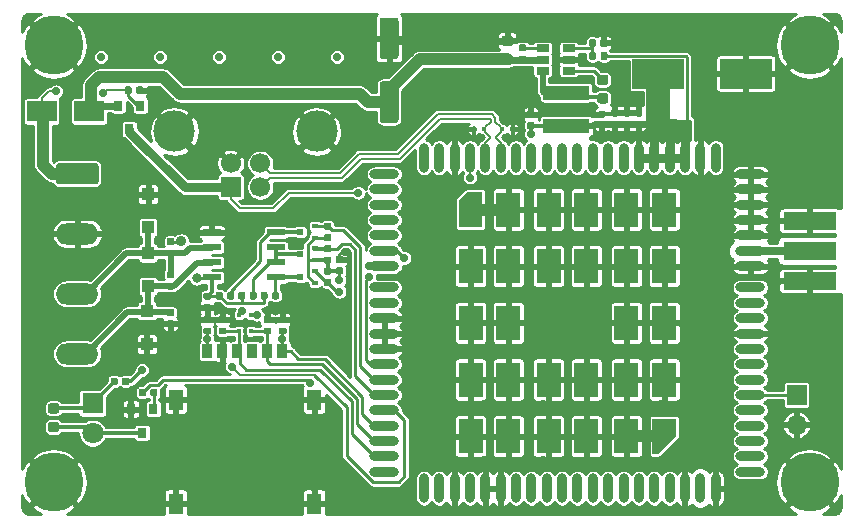
<source format=gtl>
G04 #@! TF.GenerationSoftware,KiCad,Pcbnew,(5.0.2)-1*
G04 #@! TF.CreationDate,2019-02-18T12:49:20+08:00*
G04 #@! TF.ProjectId,DTU-Air720D,4454552d-4169-4723-9732-30442e6b6963,rev?*
G04 #@! TF.SameCoordinates,Original*
G04 #@! TF.FileFunction,Copper,L1,Top*
G04 #@! TF.FilePolarity,Positive*
%FSLAX46Y46*%
G04 Gerber Fmt 4.6, Leading zero omitted, Abs format (unit mm)*
G04 Created by KiCad (PCBNEW (5.0.2)-1) date 2019/2/18 12:49:20*
%MOMM*%
%LPD*%
G01*
G04 APERTURE LIST*
G04 #@! TA.AperFunction,Conductor*
%ADD10C,0.100000*%
G04 #@! TD*
G04 #@! TA.AperFunction,SMDPad,CuDef*
%ADD11C,0.590000*%
G04 #@! TD*
G04 #@! TA.AperFunction,SMDPad,CuDef*
%ADD12C,1.600000*%
G04 #@! TD*
G04 #@! TA.AperFunction,SMDPad,CuDef*
%ADD13C,0.875000*%
G04 #@! TD*
G04 #@! TA.AperFunction,SMDPad,CuDef*
%ADD14R,1.100000X1.100000*%
G04 #@! TD*
G04 #@! TA.AperFunction,SMDPad,CuDef*
%ADD15R,0.600000X0.550000*%
G04 #@! TD*
G04 #@! TA.AperFunction,SMDPad,CuDef*
%ADD16R,0.300000X0.400000*%
G04 #@! TD*
G04 #@! TA.AperFunction,ComponentPad*
%ADD17R,1.800000X1.800000*%
G04 #@! TD*
G04 #@! TA.AperFunction,ComponentPad*
%ADD18C,1.800000*%
G04 #@! TD*
G04 #@! TA.AperFunction,SMDPad,CuDef*
%ADD19R,0.600000X0.500000*%
G04 #@! TD*
G04 #@! TA.AperFunction,SMDPad,CuDef*
%ADD20R,0.500000X0.400000*%
G04 #@! TD*
G04 #@! TA.AperFunction,SMDPad,CuDef*
%ADD21R,1.550000X0.600000*%
G04 #@! TD*
G04 #@! TA.AperFunction,SMDPad,CuDef*
%ADD22R,0.800000X0.900000*%
G04 #@! TD*
G04 #@! TA.AperFunction,SMDPad,CuDef*
%ADD23R,1.060000X0.650000*%
G04 #@! TD*
G04 #@! TA.AperFunction,SMDPad,CuDef*
%ADD24R,0.300000X0.450000*%
G04 #@! TD*
G04 #@! TA.AperFunction,SMDPad,CuDef*
%ADD25R,4.500000X1.500000*%
G04 #@! TD*
G04 #@! TA.AperFunction,ComponentPad*
%ADD26O,3.600000X1.800000*%
G04 #@! TD*
G04 #@! TA.AperFunction,SMDPad,CuDef*
%ADD27C,1.000000*%
G04 #@! TD*
G04 #@! TA.AperFunction,SMDPad,CuDef*
%ADD28C,1.524000*%
G04 #@! TD*
G04 #@! TA.AperFunction,SMDPad,CuDef*
%ADD29R,2.000000X3.000000*%
G04 #@! TD*
G04 #@! TA.AperFunction,SMDPad,CuDef*
%ADD30O,2.500000X0.800000*%
G04 #@! TD*
G04 #@! TA.AperFunction,SMDPad,CuDef*
%ADD31O,0.800000X2.500000*%
G04 #@! TD*
G04 #@! TA.AperFunction,ComponentPad*
%ADD32C,5.000000*%
G04 #@! TD*
G04 #@! TA.AperFunction,SMDPad,CuDef*
%ADD33R,1.300000X1.800000*%
G04 #@! TD*
G04 #@! TA.AperFunction,SMDPad,CuDef*
%ADD34R,0.900000X1.200000*%
G04 #@! TD*
G04 #@! TA.AperFunction,SMDPad,CuDef*
%ADD35R,4.400000X2.500000*%
G04 #@! TD*
G04 #@! TA.AperFunction,ComponentPad*
%ADD36R,1.700000X1.700000*%
G04 #@! TD*
G04 #@! TA.AperFunction,ComponentPad*
%ADD37O,1.700000X1.700000*%
G04 #@! TD*
G04 #@! TA.AperFunction,ComponentPad*
%ADD38C,3.500000*%
G04 #@! TD*
G04 #@! TA.AperFunction,ComponentPad*
%ADD39C,1.700000*%
G04 #@! TD*
G04 #@! TA.AperFunction,SMDPad,CuDef*
%ADD40R,2.500000X1.800000*%
G04 #@! TD*
G04 #@! TA.AperFunction,SMDPad,CuDef*
%ADD41R,3.900000X1.200000*%
G04 #@! TD*
G04 #@! TA.AperFunction,ViaPad*
%ADD42C,0.700000*%
G04 #@! TD*
G04 #@! TA.AperFunction,ViaPad*
%ADD43C,0.900000*%
G04 #@! TD*
G04 #@! TA.AperFunction,ViaPad*
%ADD44C,0.800000*%
G04 #@! TD*
G04 #@! TA.AperFunction,Conductor*
%ADD45C,0.500000*%
G04 #@! TD*
G04 #@! TA.AperFunction,Conductor*
%ADD46C,1.000000*%
G04 #@! TD*
G04 #@! TA.AperFunction,Conductor*
%ADD47C,0.350000*%
G04 #@! TD*
G04 #@! TA.AperFunction,Conductor*
%ADD48C,0.200000*%
G04 #@! TD*
G04 #@! TA.AperFunction,Conductor*
%ADD49C,0.250000*%
G04 #@! TD*
G04 #@! TA.AperFunction,Conductor*
%ADD50C,0.600000*%
G04 #@! TD*
G04 #@! TA.AperFunction,Conductor*
%ADD51C,2.000000*%
G04 #@! TD*
G04 #@! TA.AperFunction,Conductor*
%ADD52C,0.800000*%
G04 #@! TD*
G04 #@! TA.AperFunction,Conductor*
%ADD53C,0.700000*%
G04 #@! TD*
G04 #@! TA.AperFunction,Conductor*
%ADD54C,0.254000*%
G04 #@! TD*
G04 APERTURE END LIST*
D10*
G04 #@! TO.N,GNDA*
G04 #@! TO.C,C9*
G36*
X127386958Y-77820710D02*
X127401276Y-77822834D01*
X127415317Y-77826351D01*
X127428946Y-77831228D01*
X127442031Y-77837417D01*
X127454447Y-77844858D01*
X127466073Y-77853481D01*
X127476798Y-77863202D01*
X127486519Y-77873927D01*
X127495142Y-77885553D01*
X127502583Y-77897969D01*
X127508772Y-77911054D01*
X127513649Y-77924683D01*
X127517166Y-77938724D01*
X127519290Y-77953042D01*
X127520000Y-77967500D01*
X127520000Y-78262500D01*
X127519290Y-78276958D01*
X127517166Y-78291276D01*
X127513649Y-78305317D01*
X127508772Y-78318946D01*
X127502583Y-78332031D01*
X127495142Y-78344447D01*
X127486519Y-78356073D01*
X127476798Y-78366798D01*
X127466073Y-78376519D01*
X127454447Y-78385142D01*
X127442031Y-78392583D01*
X127428946Y-78398772D01*
X127415317Y-78403649D01*
X127401276Y-78407166D01*
X127386958Y-78409290D01*
X127372500Y-78410000D01*
X127027500Y-78410000D01*
X127013042Y-78409290D01*
X126998724Y-78407166D01*
X126984683Y-78403649D01*
X126971054Y-78398772D01*
X126957969Y-78392583D01*
X126945553Y-78385142D01*
X126933927Y-78376519D01*
X126923202Y-78366798D01*
X126913481Y-78356073D01*
X126904858Y-78344447D01*
X126897417Y-78332031D01*
X126891228Y-78318946D01*
X126886351Y-78305317D01*
X126882834Y-78291276D01*
X126880710Y-78276958D01*
X126880000Y-78262500D01*
X126880000Y-77967500D01*
X126880710Y-77953042D01*
X126882834Y-77938724D01*
X126886351Y-77924683D01*
X126891228Y-77911054D01*
X126897417Y-77897969D01*
X126904858Y-77885553D01*
X126913481Y-77873927D01*
X126923202Y-77863202D01*
X126933927Y-77853481D01*
X126945553Y-77844858D01*
X126957969Y-77837417D01*
X126971054Y-77831228D01*
X126984683Y-77826351D01*
X126998724Y-77822834D01*
X127013042Y-77820710D01*
X127027500Y-77820000D01*
X127372500Y-77820000D01*
X127386958Y-77820710D01*
X127386958Y-77820710D01*
G37*
D11*
G04 #@! TD*
G04 #@! TO.P,C9,2*
G04 #@! TO.N,GNDA*
X127200000Y-78115000D03*
D10*
G04 #@! TO.N,+1V8*
G04 #@! TO.C,C9*
G36*
X127386958Y-78790710D02*
X127401276Y-78792834D01*
X127415317Y-78796351D01*
X127428946Y-78801228D01*
X127442031Y-78807417D01*
X127454447Y-78814858D01*
X127466073Y-78823481D01*
X127476798Y-78833202D01*
X127486519Y-78843927D01*
X127495142Y-78855553D01*
X127502583Y-78867969D01*
X127508772Y-78881054D01*
X127513649Y-78894683D01*
X127517166Y-78908724D01*
X127519290Y-78923042D01*
X127520000Y-78937500D01*
X127520000Y-79232500D01*
X127519290Y-79246958D01*
X127517166Y-79261276D01*
X127513649Y-79275317D01*
X127508772Y-79288946D01*
X127502583Y-79302031D01*
X127495142Y-79314447D01*
X127486519Y-79326073D01*
X127476798Y-79336798D01*
X127466073Y-79346519D01*
X127454447Y-79355142D01*
X127442031Y-79362583D01*
X127428946Y-79368772D01*
X127415317Y-79373649D01*
X127401276Y-79377166D01*
X127386958Y-79379290D01*
X127372500Y-79380000D01*
X127027500Y-79380000D01*
X127013042Y-79379290D01*
X126998724Y-79377166D01*
X126984683Y-79373649D01*
X126971054Y-79368772D01*
X126957969Y-79362583D01*
X126945553Y-79355142D01*
X126933927Y-79346519D01*
X126923202Y-79336798D01*
X126913481Y-79326073D01*
X126904858Y-79314447D01*
X126897417Y-79302031D01*
X126891228Y-79288946D01*
X126886351Y-79275317D01*
X126882834Y-79261276D01*
X126880710Y-79246958D01*
X126880000Y-79232500D01*
X126880000Y-78937500D01*
X126880710Y-78923042D01*
X126882834Y-78908724D01*
X126886351Y-78894683D01*
X126891228Y-78881054D01*
X126897417Y-78867969D01*
X126904858Y-78855553D01*
X126913481Y-78843927D01*
X126923202Y-78833202D01*
X126933927Y-78823481D01*
X126945553Y-78814858D01*
X126957969Y-78807417D01*
X126971054Y-78801228D01*
X126984683Y-78796351D01*
X126998724Y-78792834D01*
X127013042Y-78790710D01*
X127027500Y-78790000D01*
X127372500Y-78790000D01*
X127386958Y-78790710D01*
X127386958Y-78790710D01*
G37*
D11*
G04 #@! TD*
G04 #@! TO.P,C9,1*
G04 #@! TO.N,+1V8*
X127200000Y-79085000D03*
D10*
G04 #@! TO.N,VCC*
G04 #@! TO.C,C3*
G36*
X131974504Y-63051204D02*
X131998773Y-63054804D01*
X132022571Y-63060765D01*
X132045671Y-63069030D01*
X132067849Y-63079520D01*
X132088893Y-63092133D01*
X132108598Y-63106747D01*
X132126777Y-63123223D01*
X132143253Y-63141402D01*
X132157867Y-63161107D01*
X132170480Y-63182151D01*
X132180970Y-63204329D01*
X132189235Y-63227429D01*
X132195196Y-63251227D01*
X132198796Y-63275496D01*
X132200000Y-63300000D01*
X132200000Y-66300000D01*
X132198796Y-66324504D01*
X132195196Y-66348773D01*
X132189235Y-66372571D01*
X132180970Y-66395671D01*
X132170480Y-66417849D01*
X132157867Y-66438893D01*
X132143253Y-66458598D01*
X132126777Y-66476777D01*
X132108598Y-66493253D01*
X132088893Y-66507867D01*
X132067849Y-66520480D01*
X132045671Y-66530970D01*
X132022571Y-66539235D01*
X131998773Y-66545196D01*
X131974504Y-66548796D01*
X131950000Y-66550000D01*
X130850000Y-66550000D01*
X130825496Y-66548796D01*
X130801227Y-66545196D01*
X130777429Y-66539235D01*
X130754329Y-66530970D01*
X130732151Y-66520480D01*
X130711107Y-66507867D01*
X130691402Y-66493253D01*
X130673223Y-66476777D01*
X130656747Y-66458598D01*
X130642133Y-66438893D01*
X130629520Y-66417849D01*
X130619030Y-66395671D01*
X130610765Y-66372571D01*
X130604804Y-66348773D01*
X130601204Y-66324504D01*
X130600000Y-66300000D01*
X130600000Y-63300000D01*
X130601204Y-63275496D01*
X130604804Y-63251227D01*
X130610765Y-63227429D01*
X130619030Y-63204329D01*
X130629520Y-63182151D01*
X130642133Y-63161107D01*
X130656747Y-63141402D01*
X130673223Y-63123223D01*
X130691402Y-63106747D01*
X130711107Y-63092133D01*
X130732151Y-63079520D01*
X130754329Y-63069030D01*
X130777429Y-63060765D01*
X130801227Y-63054804D01*
X130825496Y-63051204D01*
X130850000Y-63050000D01*
X131950000Y-63050000D01*
X131974504Y-63051204D01*
X131974504Y-63051204D01*
G37*
D12*
G04 #@! TD*
G04 #@! TO.P,C3,1*
G04 #@! TO.N,VCC*
X131400000Y-64800000D03*
D10*
G04 #@! TO.N,GNDA*
G04 #@! TO.C,C3*
G36*
X131974504Y-57651204D02*
X131998773Y-57654804D01*
X132022571Y-57660765D01*
X132045671Y-57669030D01*
X132067849Y-57679520D01*
X132088893Y-57692133D01*
X132108598Y-57706747D01*
X132126777Y-57723223D01*
X132143253Y-57741402D01*
X132157867Y-57761107D01*
X132170480Y-57782151D01*
X132180970Y-57804329D01*
X132189235Y-57827429D01*
X132195196Y-57851227D01*
X132198796Y-57875496D01*
X132200000Y-57900000D01*
X132200000Y-60900000D01*
X132198796Y-60924504D01*
X132195196Y-60948773D01*
X132189235Y-60972571D01*
X132180970Y-60995671D01*
X132170480Y-61017849D01*
X132157867Y-61038893D01*
X132143253Y-61058598D01*
X132126777Y-61076777D01*
X132108598Y-61093253D01*
X132088893Y-61107867D01*
X132067849Y-61120480D01*
X132045671Y-61130970D01*
X132022571Y-61139235D01*
X131998773Y-61145196D01*
X131974504Y-61148796D01*
X131950000Y-61150000D01*
X130850000Y-61150000D01*
X130825496Y-61148796D01*
X130801227Y-61145196D01*
X130777429Y-61139235D01*
X130754329Y-61130970D01*
X130732151Y-61120480D01*
X130711107Y-61107867D01*
X130691402Y-61093253D01*
X130673223Y-61076777D01*
X130656747Y-61058598D01*
X130642133Y-61038893D01*
X130629520Y-61017849D01*
X130619030Y-60995671D01*
X130610765Y-60972571D01*
X130604804Y-60948773D01*
X130601204Y-60924504D01*
X130600000Y-60900000D01*
X130600000Y-57900000D01*
X130601204Y-57875496D01*
X130604804Y-57851227D01*
X130610765Y-57827429D01*
X130619030Y-57804329D01*
X130629520Y-57782151D01*
X130642133Y-57761107D01*
X130656747Y-57741402D01*
X130673223Y-57723223D01*
X130691402Y-57706747D01*
X130711107Y-57692133D01*
X130732151Y-57679520D01*
X130754329Y-57669030D01*
X130777429Y-57660765D01*
X130801227Y-57654804D01*
X130825496Y-57651204D01*
X130850000Y-57650000D01*
X131950000Y-57650000D01*
X131974504Y-57651204D01*
X131974504Y-57651204D01*
G37*
D12*
G04 #@! TD*
G04 #@! TO.P,C3,2*
G04 #@! TO.N,GNDA*
X131400000Y-59400000D03*
D10*
G04 #@! TO.N,VCC*
G04 #@! TO.C,C2*
G36*
X141677691Y-60751053D02*
X141698926Y-60754203D01*
X141719750Y-60759419D01*
X141739962Y-60766651D01*
X141759368Y-60775830D01*
X141777781Y-60786866D01*
X141795024Y-60799654D01*
X141810930Y-60814070D01*
X141825346Y-60829976D01*
X141838134Y-60847219D01*
X141849170Y-60865632D01*
X141858349Y-60885038D01*
X141865581Y-60905250D01*
X141870797Y-60926074D01*
X141873947Y-60947309D01*
X141875000Y-60968750D01*
X141875000Y-61406250D01*
X141873947Y-61427691D01*
X141870797Y-61448926D01*
X141865581Y-61469750D01*
X141858349Y-61489962D01*
X141849170Y-61509368D01*
X141838134Y-61527781D01*
X141825346Y-61545024D01*
X141810930Y-61560930D01*
X141795024Y-61575346D01*
X141777781Y-61588134D01*
X141759368Y-61599170D01*
X141739962Y-61608349D01*
X141719750Y-61615581D01*
X141698926Y-61620797D01*
X141677691Y-61623947D01*
X141656250Y-61625000D01*
X141143750Y-61625000D01*
X141122309Y-61623947D01*
X141101074Y-61620797D01*
X141080250Y-61615581D01*
X141060038Y-61608349D01*
X141040632Y-61599170D01*
X141022219Y-61588134D01*
X141004976Y-61575346D01*
X140989070Y-61560930D01*
X140974654Y-61545024D01*
X140961866Y-61527781D01*
X140950830Y-61509368D01*
X140941651Y-61489962D01*
X140934419Y-61469750D01*
X140929203Y-61448926D01*
X140926053Y-61427691D01*
X140925000Y-61406250D01*
X140925000Y-60968750D01*
X140926053Y-60947309D01*
X140929203Y-60926074D01*
X140934419Y-60905250D01*
X140941651Y-60885038D01*
X140950830Y-60865632D01*
X140961866Y-60847219D01*
X140974654Y-60829976D01*
X140989070Y-60814070D01*
X141004976Y-60799654D01*
X141022219Y-60786866D01*
X141040632Y-60775830D01*
X141060038Y-60766651D01*
X141080250Y-60759419D01*
X141101074Y-60754203D01*
X141122309Y-60751053D01*
X141143750Y-60750000D01*
X141656250Y-60750000D01*
X141677691Y-60751053D01*
X141677691Y-60751053D01*
G37*
D13*
G04 #@! TD*
G04 #@! TO.P,C2,1*
G04 #@! TO.N,VCC*
X141400000Y-61187500D03*
D10*
G04 #@! TO.N,GNDA*
G04 #@! TO.C,C2*
G36*
X141677691Y-59176053D02*
X141698926Y-59179203D01*
X141719750Y-59184419D01*
X141739962Y-59191651D01*
X141759368Y-59200830D01*
X141777781Y-59211866D01*
X141795024Y-59224654D01*
X141810930Y-59239070D01*
X141825346Y-59254976D01*
X141838134Y-59272219D01*
X141849170Y-59290632D01*
X141858349Y-59310038D01*
X141865581Y-59330250D01*
X141870797Y-59351074D01*
X141873947Y-59372309D01*
X141875000Y-59393750D01*
X141875000Y-59831250D01*
X141873947Y-59852691D01*
X141870797Y-59873926D01*
X141865581Y-59894750D01*
X141858349Y-59914962D01*
X141849170Y-59934368D01*
X141838134Y-59952781D01*
X141825346Y-59970024D01*
X141810930Y-59985930D01*
X141795024Y-60000346D01*
X141777781Y-60013134D01*
X141759368Y-60024170D01*
X141739962Y-60033349D01*
X141719750Y-60040581D01*
X141698926Y-60045797D01*
X141677691Y-60048947D01*
X141656250Y-60050000D01*
X141143750Y-60050000D01*
X141122309Y-60048947D01*
X141101074Y-60045797D01*
X141080250Y-60040581D01*
X141060038Y-60033349D01*
X141040632Y-60024170D01*
X141022219Y-60013134D01*
X141004976Y-60000346D01*
X140989070Y-59985930D01*
X140974654Y-59970024D01*
X140961866Y-59952781D01*
X140950830Y-59934368D01*
X140941651Y-59914962D01*
X140934419Y-59894750D01*
X140929203Y-59873926D01*
X140926053Y-59852691D01*
X140925000Y-59831250D01*
X140925000Y-59393750D01*
X140926053Y-59372309D01*
X140929203Y-59351074D01*
X140934419Y-59330250D01*
X140941651Y-59310038D01*
X140950830Y-59290632D01*
X140961866Y-59272219D01*
X140974654Y-59254976D01*
X140989070Y-59239070D01*
X141004976Y-59224654D01*
X141022219Y-59211866D01*
X141040632Y-59200830D01*
X141060038Y-59191651D01*
X141080250Y-59184419D01*
X141101074Y-59179203D01*
X141122309Y-59176053D01*
X141143750Y-59175000D01*
X141656250Y-59175000D01*
X141677691Y-59176053D01*
X141677691Y-59176053D01*
G37*
D13*
G04 #@! TD*
G04 #@! TO.P,C2,2*
G04 #@! TO.N,GNDA*
X141400000Y-59612500D03*
D14*
G04 #@! TO.P,D3,2*
G04 #@! TO.N,/485_B*
X111000000Y-80400000D03*
G04 #@! TO.P,D3,1*
G04 #@! TO.N,/485_A*
X111000000Y-77600000D03*
G04 #@! TD*
G04 #@! TO.P,D4,1*
G04 #@! TO.N,/485_B*
X110900000Y-82500000D03*
G04 #@! TO.P,D4,2*
G04 #@! TO.N,GNDA*
X110900000Y-85300000D03*
G04 #@! TD*
D10*
G04 #@! TO.N,Net-(D8-Pad1)*
G04 #@! TO.C,D8*
G36*
X103277691Y-91876053D02*
X103298926Y-91879203D01*
X103319750Y-91884419D01*
X103339962Y-91891651D01*
X103359368Y-91900830D01*
X103377781Y-91911866D01*
X103395024Y-91924654D01*
X103410930Y-91939070D01*
X103425346Y-91954976D01*
X103438134Y-91972219D01*
X103449170Y-91990632D01*
X103458349Y-92010038D01*
X103465581Y-92030250D01*
X103470797Y-92051074D01*
X103473947Y-92072309D01*
X103475000Y-92093750D01*
X103475000Y-92531250D01*
X103473947Y-92552691D01*
X103470797Y-92573926D01*
X103465581Y-92594750D01*
X103458349Y-92614962D01*
X103449170Y-92634368D01*
X103438134Y-92652781D01*
X103425346Y-92670024D01*
X103410930Y-92685930D01*
X103395024Y-92700346D01*
X103377781Y-92713134D01*
X103359368Y-92724170D01*
X103339962Y-92733349D01*
X103319750Y-92740581D01*
X103298926Y-92745797D01*
X103277691Y-92748947D01*
X103256250Y-92750000D01*
X102743750Y-92750000D01*
X102722309Y-92748947D01*
X102701074Y-92745797D01*
X102680250Y-92740581D01*
X102660038Y-92733349D01*
X102640632Y-92724170D01*
X102622219Y-92713134D01*
X102604976Y-92700346D01*
X102589070Y-92685930D01*
X102574654Y-92670024D01*
X102561866Y-92652781D01*
X102550830Y-92634368D01*
X102541651Y-92614962D01*
X102534419Y-92594750D01*
X102529203Y-92573926D01*
X102526053Y-92552691D01*
X102525000Y-92531250D01*
X102525000Y-92093750D01*
X102526053Y-92072309D01*
X102529203Y-92051074D01*
X102534419Y-92030250D01*
X102541651Y-92010038D01*
X102550830Y-91990632D01*
X102561866Y-91972219D01*
X102574654Y-91954976D01*
X102589070Y-91939070D01*
X102604976Y-91924654D01*
X102622219Y-91911866D01*
X102640632Y-91900830D01*
X102660038Y-91891651D01*
X102680250Y-91884419D01*
X102701074Y-91879203D01*
X102722309Y-91876053D01*
X102743750Y-91875000D01*
X103256250Y-91875000D01*
X103277691Y-91876053D01*
X103277691Y-91876053D01*
G37*
D13*
G04 #@! TD*
G04 #@! TO.P,D8,1*
G04 #@! TO.N,Net-(D8-Pad1)*
X103000000Y-92312500D03*
D10*
G04 #@! TO.N,Net-(D8-Pad2)*
G04 #@! TO.C,D8*
G36*
X103277691Y-90301053D02*
X103298926Y-90304203D01*
X103319750Y-90309419D01*
X103339962Y-90316651D01*
X103359368Y-90325830D01*
X103377781Y-90336866D01*
X103395024Y-90349654D01*
X103410930Y-90364070D01*
X103425346Y-90379976D01*
X103438134Y-90397219D01*
X103449170Y-90415632D01*
X103458349Y-90435038D01*
X103465581Y-90455250D01*
X103470797Y-90476074D01*
X103473947Y-90497309D01*
X103475000Y-90518750D01*
X103475000Y-90956250D01*
X103473947Y-90977691D01*
X103470797Y-90998926D01*
X103465581Y-91019750D01*
X103458349Y-91039962D01*
X103449170Y-91059368D01*
X103438134Y-91077781D01*
X103425346Y-91095024D01*
X103410930Y-91110930D01*
X103395024Y-91125346D01*
X103377781Y-91138134D01*
X103359368Y-91149170D01*
X103339962Y-91158349D01*
X103319750Y-91165581D01*
X103298926Y-91170797D01*
X103277691Y-91173947D01*
X103256250Y-91175000D01*
X102743750Y-91175000D01*
X102722309Y-91173947D01*
X102701074Y-91170797D01*
X102680250Y-91165581D01*
X102660038Y-91158349D01*
X102640632Y-91149170D01*
X102622219Y-91138134D01*
X102604976Y-91125346D01*
X102589070Y-91110930D01*
X102574654Y-91095024D01*
X102561866Y-91077781D01*
X102550830Y-91059368D01*
X102541651Y-91039962D01*
X102534419Y-91019750D01*
X102529203Y-90998926D01*
X102526053Y-90977691D01*
X102525000Y-90956250D01*
X102525000Y-90518750D01*
X102526053Y-90497309D01*
X102529203Y-90476074D01*
X102534419Y-90455250D01*
X102541651Y-90435038D01*
X102550830Y-90415632D01*
X102561866Y-90397219D01*
X102574654Y-90379976D01*
X102589070Y-90364070D01*
X102604976Y-90349654D01*
X102622219Y-90336866D01*
X102640632Y-90325830D01*
X102660038Y-90316651D01*
X102680250Y-90309419D01*
X102701074Y-90304203D01*
X102722309Y-90301053D01*
X102743750Y-90300000D01*
X103256250Y-90300000D01*
X103277691Y-90301053D01*
X103277691Y-90301053D01*
G37*
D13*
G04 #@! TD*
G04 #@! TO.P,D8,2*
G04 #@! TO.N,Net-(D8-Pad2)*
X103000000Y-90737500D03*
D15*
G04 #@! TO.P,D2,1*
G04 #@! TO.N,+4V*
X149400000Y-66700000D03*
G04 #@! TO.P,D2,2*
G04 #@! TO.N,GNDA*
X149400000Y-65850000D03*
G04 #@! TD*
D16*
G04 #@! TO.P,D7,1*
G04 #@! TO.N,/D+*
X140950000Y-67100000D03*
G04 #@! TO.P,D7,2*
G04 #@! TO.N,GNDA*
X141850000Y-67100000D03*
G04 #@! TD*
G04 #@! TO.P,D6,2*
G04 #@! TO.N,GNDA*
X138550000Y-67100000D03*
G04 #@! TO.P,D6,1*
G04 #@! TO.N,/D-*
X139450000Y-67100000D03*
G04 #@! TD*
D17*
G04 #@! TO.P,D9,2*
G04 #@! TO.N,Net-(D8-Pad2)*
X106300000Y-90300000D03*
D18*
G04 #@! TO.P,D9,1*
G04 #@! TO.N,Net-(D8-Pad1)*
X106300000Y-92840000D03*
G04 #@! TD*
D19*
G04 #@! TO.P,Q2,3*
G04 #@! TO.N,/RXD1*
X123880000Y-79600000D03*
D20*
G04 #@! TO.P,Q2,1*
G04 #@! TO.N,+1V8*
X125120000Y-80100000D03*
G04 #@! TO.P,Q2,2*
G04 #@! TO.N,/U1_RXD*
X125120000Y-79100000D03*
G04 #@! TD*
G04 #@! TO.P,Q3,2*
G04 #@! TO.N,/U1_DIR*
X125120000Y-77200000D03*
G04 #@! TO.P,Q3,1*
G04 #@! TO.N,+1V8*
X125120000Y-78200000D03*
D19*
G04 #@! TO.P,Q3,3*
G04 #@! TO.N,/DIR1*
X123880000Y-77700000D03*
G04 #@! TD*
G04 #@! TO.P,Q4,3*
G04 #@! TO.N,/TXD1*
X123880000Y-75800000D03*
D20*
G04 #@! TO.P,Q4,1*
G04 #@! TO.N,+1V8*
X125120000Y-76300000D03*
G04 #@! TO.P,Q4,2*
G04 #@! TO.N,/U1_TXD*
X125120000Y-75300000D03*
G04 #@! TD*
D21*
G04 #@! TO.P,U2,1*
G04 #@! TO.N,/RXD1*
X121800000Y-79640000D03*
G04 #@! TO.P,U2,2*
G04 #@! TO.N,/DIR1*
X121800000Y-78370000D03*
G04 #@! TO.P,U2,3*
X121800000Y-77100000D03*
G04 #@! TO.P,U2,4*
G04 #@! TO.N,/TXD1*
X121800000Y-75830000D03*
G04 #@! TO.P,U2,5*
G04 #@! TO.N,GNDA*
X116400000Y-75830000D03*
G04 #@! TO.P,U2,6*
G04 #@! TO.N,/485_A*
X116400000Y-77100000D03*
G04 #@! TO.P,U2,7*
G04 #@! TO.N,/485_B*
X116400000Y-78370000D03*
G04 #@! TO.P,U2,8*
G04 #@! TO.N,+4V*
X116400000Y-79640000D03*
G04 #@! TD*
D22*
G04 #@! TO.P,Q5,1*
G04 #@! TO.N,Net-(Q5-Pad1)*
X111450000Y-90800000D03*
G04 #@! TO.P,Q5,2*
G04 #@! TO.N,GNDA*
X109550000Y-90800000D03*
G04 #@! TO.P,Q5,3*
G04 #@! TO.N,Net-(D8-Pad1)*
X110500000Y-92800000D03*
G04 #@! TD*
D23*
G04 #@! TO.P,U1,1*
G04 #@! TO.N,Net-(C1-Pad1)*
X146600000Y-62150000D03*
G04 #@! TO.P,U1,2*
G04 #@! TO.N,GNDA*
X146600000Y-61200000D03*
G04 #@! TO.P,U1,3*
G04 #@! TO.N,Net-(R2-Pad2)*
X146600000Y-60250000D03*
G04 #@! TO.P,U1,4*
G04 #@! TO.N,Net-(R1-Pad1)*
X144400000Y-60250000D03*
G04 #@! TO.P,U1,6*
G04 #@! TO.N,/SW*
X144400000Y-62150000D03*
G04 #@! TO.P,U1,5*
G04 #@! TO.N,VCC*
X144400000Y-61200000D03*
G04 #@! TD*
D24*
G04 #@! TO.P,U4,1*
G04 #@! TO.N,/SIM_RST*
X118700000Y-84200000D03*
G04 #@! TO.P,U4,3*
G04 #@! TO.N,/SIM_CLK*
X119700000Y-84200000D03*
G04 #@! TO.P,U4,5*
G04 #@! TO.N,/SIM_VDD*
X118700000Y-82800000D03*
G04 #@! TO.P,U4,2*
G04 #@! TO.N,GNDA*
X119200000Y-84200000D03*
G04 #@! TO.P,U4,4*
G04 #@! TO.N,/SIM_DAT*
X119700000Y-82800000D03*
G04 #@! TD*
D10*
G04 #@! TO.N,GNDA*
G04 #@! TO.C,R11*
G36*
X113086958Y-83290710D02*
X113101276Y-83292834D01*
X113115317Y-83296351D01*
X113128946Y-83301228D01*
X113142031Y-83307417D01*
X113154447Y-83314858D01*
X113166073Y-83323481D01*
X113176798Y-83333202D01*
X113186519Y-83343927D01*
X113195142Y-83355553D01*
X113202583Y-83367969D01*
X113208772Y-83381054D01*
X113213649Y-83394683D01*
X113217166Y-83408724D01*
X113219290Y-83423042D01*
X113220000Y-83437500D01*
X113220000Y-83732500D01*
X113219290Y-83746958D01*
X113217166Y-83761276D01*
X113213649Y-83775317D01*
X113208772Y-83788946D01*
X113202583Y-83802031D01*
X113195142Y-83814447D01*
X113186519Y-83826073D01*
X113176798Y-83836798D01*
X113166073Y-83846519D01*
X113154447Y-83855142D01*
X113142031Y-83862583D01*
X113128946Y-83868772D01*
X113115317Y-83873649D01*
X113101276Y-83877166D01*
X113086958Y-83879290D01*
X113072500Y-83880000D01*
X112727500Y-83880000D01*
X112713042Y-83879290D01*
X112698724Y-83877166D01*
X112684683Y-83873649D01*
X112671054Y-83868772D01*
X112657969Y-83862583D01*
X112645553Y-83855142D01*
X112633927Y-83846519D01*
X112623202Y-83836798D01*
X112613481Y-83826073D01*
X112604858Y-83814447D01*
X112597417Y-83802031D01*
X112591228Y-83788946D01*
X112586351Y-83775317D01*
X112582834Y-83761276D01*
X112580710Y-83746958D01*
X112580000Y-83732500D01*
X112580000Y-83437500D01*
X112580710Y-83423042D01*
X112582834Y-83408724D01*
X112586351Y-83394683D01*
X112591228Y-83381054D01*
X112597417Y-83367969D01*
X112604858Y-83355553D01*
X112613481Y-83343927D01*
X112623202Y-83333202D01*
X112633927Y-83323481D01*
X112645553Y-83314858D01*
X112657969Y-83307417D01*
X112671054Y-83301228D01*
X112684683Y-83296351D01*
X112698724Y-83292834D01*
X112713042Y-83290710D01*
X112727500Y-83290000D01*
X113072500Y-83290000D01*
X113086958Y-83290710D01*
X113086958Y-83290710D01*
G37*
D11*
G04 #@! TD*
G04 #@! TO.P,R11,2*
G04 #@! TO.N,GNDA*
X112900000Y-83585000D03*
D10*
G04 #@! TO.N,/485_B*
G04 #@! TO.C,R11*
G36*
X113086958Y-82320710D02*
X113101276Y-82322834D01*
X113115317Y-82326351D01*
X113128946Y-82331228D01*
X113142031Y-82337417D01*
X113154447Y-82344858D01*
X113166073Y-82353481D01*
X113176798Y-82363202D01*
X113186519Y-82373927D01*
X113195142Y-82385553D01*
X113202583Y-82397969D01*
X113208772Y-82411054D01*
X113213649Y-82424683D01*
X113217166Y-82438724D01*
X113219290Y-82453042D01*
X113220000Y-82467500D01*
X113220000Y-82762500D01*
X113219290Y-82776958D01*
X113217166Y-82791276D01*
X113213649Y-82805317D01*
X113208772Y-82818946D01*
X113202583Y-82832031D01*
X113195142Y-82844447D01*
X113186519Y-82856073D01*
X113176798Y-82866798D01*
X113166073Y-82876519D01*
X113154447Y-82885142D01*
X113142031Y-82892583D01*
X113128946Y-82898772D01*
X113115317Y-82903649D01*
X113101276Y-82907166D01*
X113086958Y-82909290D01*
X113072500Y-82910000D01*
X112727500Y-82910000D01*
X112713042Y-82909290D01*
X112698724Y-82907166D01*
X112684683Y-82903649D01*
X112671054Y-82898772D01*
X112657969Y-82892583D01*
X112645553Y-82885142D01*
X112633927Y-82876519D01*
X112623202Y-82866798D01*
X112613481Y-82856073D01*
X112604858Y-82844447D01*
X112597417Y-82832031D01*
X112591228Y-82818946D01*
X112586351Y-82805317D01*
X112582834Y-82791276D01*
X112580710Y-82776958D01*
X112580000Y-82762500D01*
X112580000Y-82467500D01*
X112580710Y-82453042D01*
X112582834Y-82438724D01*
X112586351Y-82424683D01*
X112591228Y-82411054D01*
X112597417Y-82397969D01*
X112604858Y-82385553D01*
X112613481Y-82373927D01*
X112623202Y-82363202D01*
X112633927Y-82353481D01*
X112645553Y-82344858D01*
X112657969Y-82337417D01*
X112671054Y-82331228D01*
X112684683Y-82326351D01*
X112698724Y-82322834D01*
X112713042Y-82320710D01*
X112727500Y-82320000D01*
X113072500Y-82320000D01*
X113086958Y-82320710D01*
X113086958Y-82320710D01*
G37*
D11*
G04 #@! TD*
G04 #@! TO.P,R11,1*
G04 #@! TO.N,/485_B*
X112900000Y-82615000D03*
D10*
G04 #@! TO.N,+4V*
G04 #@! TO.C,R7*
G36*
X113086958Y-76320710D02*
X113101276Y-76322834D01*
X113115317Y-76326351D01*
X113128946Y-76331228D01*
X113142031Y-76337417D01*
X113154447Y-76344858D01*
X113166073Y-76353481D01*
X113176798Y-76363202D01*
X113186519Y-76373927D01*
X113195142Y-76385553D01*
X113202583Y-76397969D01*
X113208772Y-76411054D01*
X113213649Y-76424683D01*
X113217166Y-76438724D01*
X113219290Y-76453042D01*
X113220000Y-76467500D01*
X113220000Y-76762500D01*
X113219290Y-76776958D01*
X113217166Y-76791276D01*
X113213649Y-76805317D01*
X113208772Y-76818946D01*
X113202583Y-76832031D01*
X113195142Y-76844447D01*
X113186519Y-76856073D01*
X113176798Y-76866798D01*
X113166073Y-76876519D01*
X113154447Y-76885142D01*
X113142031Y-76892583D01*
X113128946Y-76898772D01*
X113115317Y-76903649D01*
X113101276Y-76907166D01*
X113086958Y-76909290D01*
X113072500Y-76910000D01*
X112727500Y-76910000D01*
X112713042Y-76909290D01*
X112698724Y-76907166D01*
X112684683Y-76903649D01*
X112671054Y-76898772D01*
X112657969Y-76892583D01*
X112645553Y-76885142D01*
X112633927Y-76876519D01*
X112623202Y-76866798D01*
X112613481Y-76856073D01*
X112604858Y-76844447D01*
X112597417Y-76832031D01*
X112591228Y-76818946D01*
X112586351Y-76805317D01*
X112582834Y-76791276D01*
X112580710Y-76776958D01*
X112580000Y-76762500D01*
X112580000Y-76467500D01*
X112580710Y-76453042D01*
X112582834Y-76438724D01*
X112586351Y-76424683D01*
X112591228Y-76411054D01*
X112597417Y-76397969D01*
X112604858Y-76385553D01*
X112613481Y-76373927D01*
X112623202Y-76363202D01*
X112633927Y-76353481D01*
X112645553Y-76344858D01*
X112657969Y-76337417D01*
X112671054Y-76331228D01*
X112684683Y-76326351D01*
X112698724Y-76322834D01*
X112713042Y-76320710D01*
X112727500Y-76320000D01*
X113072500Y-76320000D01*
X113086958Y-76320710D01*
X113086958Y-76320710D01*
G37*
D11*
G04 #@! TD*
G04 #@! TO.P,R7,1*
G04 #@! TO.N,+4V*
X112900000Y-76615000D03*
D10*
G04 #@! TO.N,/485_A*
G04 #@! TO.C,R7*
G36*
X113086958Y-77290710D02*
X113101276Y-77292834D01*
X113115317Y-77296351D01*
X113128946Y-77301228D01*
X113142031Y-77307417D01*
X113154447Y-77314858D01*
X113166073Y-77323481D01*
X113176798Y-77333202D01*
X113186519Y-77343927D01*
X113195142Y-77355553D01*
X113202583Y-77367969D01*
X113208772Y-77381054D01*
X113213649Y-77394683D01*
X113217166Y-77408724D01*
X113219290Y-77423042D01*
X113220000Y-77437500D01*
X113220000Y-77732500D01*
X113219290Y-77746958D01*
X113217166Y-77761276D01*
X113213649Y-77775317D01*
X113208772Y-77788946D01*
X113202583Y-77802031D01*
X113195142Y-77814447D01*
X113186519Y-77826073D01*
X113176798Y-77836798D01*
X113166073Y-77846519D01*
X113154447Y-77855142D01*
X113142031Y-77862583D01*
X113128946Y-77868772D01*
X113115317Y-77873649D01*
X113101276Y-77877166D01*
X113086958Y-77879290D01*
X113072500Y-77880000D01*
X112727500Y-77880000D01*
X112713042Y-77879290D01*
X112698724Y-77877166D01*
X112684683Y-77873649D01*
X112671054Y-77868772D01*
X112657969Y-77862583D01*
X112645553Y-77855142D01*
X112633927Y-77846519D01*
X112623202Y-77836798D01*
X112613481Y-77826073D01*
X112604858Y-77814447D01*
X112597417Y-77802031D01*
X112591228Y-77788946D01*
X112586351Y-77775317D01*
X112582834Y-77761276D01*
X112580710Y-77746958D01*
X112580000Y-77732500D01*
X112580000Y-77437500D01*
X112580710Y-77423042D01*
X112582834Y-77408724D01*
X112586351Y-77394683D01*
X112591228Y-77381054D01*
X112597417Y-77367969D01*
X112604858Y-77355553D01*
X112613481Y-77343927D01*
X112623202Y-77333202D01*
X112633927Y-77323481D01*
X112645553Y-77314858D01*
X112657969Y-77307417D01*
X112671054Y-77301228D01*
X112684683Y-77296351D01*
X112698724Y-77292834D01*
X112713042Y-77290710D01*
X112727500Y-77290000D01*
X113072500Y-77290000D01*
X113086958Y-77290710D01*
X113086958Y-77290710D01*
G37*
D11*
G04 #@! TD*
G04 #@! TO.P,R7,2*
G04 #@! TO.N,/485_A*
X112900000Y-77585000D03*
D10*
G04 #@! TO.N,/TXD1*
G04 #@! TO.C,R13*
G36*
X118146958Y-80880710D02*
X118161276Y-80882834D01*
X118175317Y-80886351D01*
X118188946Y-80891228D01*
X118202031Y-80897417D01*
X118214447Y-80904858D01*
X118226073Y-80913481D01*
X118236798Y-80923202D01*
X118246519Y-80933927D01*
X118255142Y-80945553D01*
X118262583Y-80957969D01*
X118268772Y-80971054D01*
X118273649Y-80984683D01*
X118277166Y-80998724D01*
X118279290Y-81013042D01*
X118280000Y-81027500D01*
X118280000Y-81372500D01*
X118279290Y-81386958D01*
X118277166Y-81401276D01*
X118273649Y-81415317D01*
X118268772Y-81428946D01*
X118262583Y-81442031D01*
X118255142Y-81454447D01*
X118246519Y-81466073D01*
X118236798Y-81476798D01*
X118226073Y-81486519D01*
X118214447Y-81495142D01*
X118202031Y-81502583D01*
X118188946Y-81508772D01*
X118175317Y-81513649D01*
X118161276Y-81517166D01*
X118146958Y-81519290D01*
X118132500Y-81520000D01*
X117837500Y-81520000D01*
X117823042Y-81519290D01*
X117808724Y-81517166D01*
X117794683Y-81513649D01*
X117781054Y-81508772D01*
X117767969Y-81502583D01*
X117755553Y-81495142D01*
X117743927Y-81486519D01*
X117733202Y-81476798D01*
X117723481Y-81466073D01*
X117714858Y-81454447D01*
X117707417Y-81442031D01*
X117701228Y-81428946D01*
X117696351Y-81415317D01*
X117692834Y-81401276D01*
X117690710Y-81386958D01*
X117690000Y-81372500D01*
X117690000Y-81027500D01*
X117690710Y-81013042D01*
X117692834Y-80998724D01*
X117696351Y-80984683D01*
X117701228Y-80971054D01*
X117707417Y-80957969D01*
X117714858Y-80945553D01*
X117723481Y-80933927D01*
X117733202Y-80923202D01*
X117743927Y-80913481D01*
X117755553Y-80904858D01*
X117767969Y-80897417D01*
X117781054Y-80891228D01*
X117794683Y-80886351D01*
X117808724Y-80882834D01*
X117823042Y-80880710D01*
X117837500Y-80880000D01*
X118132500Y-80880000D01*
X118146958Y-80880710D01*
X118146958Y-80880710D01*
G37*
D11*
G04 #@! TD*
G04 #@! TO.P,R13,2*
G04 #@! TO.N,/TXD1*
X117985000Y-81200000D03*
D10*
G04 #@! TO.N,+4V*
G04 #@! TO.C,R13*
G36*
X117176958Y-80880710D02*
X117191276Y-80882834D01*
X117205317Y-80886351D01*
X117218946Y-80891228D01*
X117232031Y-80897417D01*
X117244447Y-80904858D01*
X117256073Y-80913481D01*
X117266798Y-80923202D01*
X117276519Y-80933927D01*
X117285142Y-80945553D01*
X117292583Y-80957969D01*
X117298772Y-80971054D01*
X117303649Y-80984683D01*
X117307166Y-80998724D01*
X117309290Y-81013042D01*
X117310000Y-81027500D01*
X117310000Y-81372500D01*
X117309290Y-81386958D01*
X117307166Y-81401276D01*
X117303649Y-81415317D01*
X117298772Y-81428946D01*
X117292583Y-81442031D01*
X117285142Y-81454447D01*
X117276519Y-81466073D01*
X117266798Y-81476798D01*
X117256073Y-81486519D01*
X117244447Y-81495142D01*
X117232031Y-81502583D01*
X117218946Y-81508772D01*
X117205317Y-81513649D01*
X117191276Y-81517166D01*
X117176958Y-81519290D01*
X117162500Y-81520000D01*
X116867500Y-81520000D01*
X116853042Y-81519290D01*
X116838724Y-81517166D01*
X116824683Y-81513649D01*
X116811054Y-81508772D01*
X116797969Y-81502583D01*
X116785553Y-81495142D01*
X116773927Y-81486519D01*
X116763202Y-81476798D01*
X116753481Y-81466073D01*
X116744858Y-81454447D01*
X116737417Y-81442031D01*
X116731228Y-81428946D01*
X116726351Y-81415317D01*
X116722834Y-81401276D01*
X116720710Y-81386958D01*
X116720000Y-81372500D01*
X116720000Y-81027500D01*
X116720710Y-81013042D01*
X116722834Y-80998724D01*
X116726351Y-80984683D01*
X116731228Y-80971054D01*
X116737417Y-80957969D01*
X116744858Y-80945553D01*
X116753481Y-80933927D01*
X116763202Y-80923202D01*
X116773927Y-80913481D01*
X116785553Y-80904858D01*
X116797969Y-80897417D01*
X116811054Y-80891228D01*
X116824683Y-80886351D01*
X116838724Y-80882834D01*
X116853042Y-80880710D01*
X116867500Y-80880000D01*
X117162500Y-80880000D01*
X117176958Y-80880710D01*
X117176958Y-80880710D01*
G37*
D11*
G04 #@! TD*
G04 #@! TO.P,R13,1*
G04 #@! TO.N,+4V*
X117015000Y-81200000D03*
D10*
G04 #@! TO.N,+4V*
G04 #@! TO.C,R14*
G36*
X109246958Y-88130710D02*
X109261276Y-88132834D01*
X109275317Y-88136351D01*
X109288946Y-88141228D01*
X109302031Y-88147417D01*
X109314447Y-88154858D01*
X109326073Y-88163481D01*
X109336798Y-88173202D01*
X109346519Y-88183927D01*
X109355142Y-88195553D01*
X109362583Y-88207969D01*
X109368772Y-88221054D01*
X109373649Y-88234683D01*
X109377166Y-88248724D01*
X109379290Y-88263042D01*
X109380000Y-88277500D01*
X109380000Y-88622500D01*
X109379290Y-88636958D01*
X109377166Y-88651276D01*
X109373649Y-88665317D01*
X109368772Y-88678946D01*
X109362583Y-88692031D01*
X109355142Y-88704447D01*
X109346519Y-88716073D01*
X109336798Y-88726798D01*
X109326073Y-88736519D01*
X109314447Y-88745142D01*
X109302031Y-88752583D01*
X109288946Y-88758772D01*
X109275317Y-88763649D01*
X109261276Y-88767166D01*
X109246958Y-88769290D01*
X109232500Y-88770000D01*
X108937500Y-88770000D01*
X108923042Y-88769290D01*
X108908724Y-88767166D01*
X108894683Y-88763649D01*
X108881054Y-88758772D01*
X108867969Y-88752583D01*
X108855553Y-88745142D01*
X108843927Y-88736519D01*
X108833202Y-88726798D01*
X108823481Y-88716073D01*
X108814858Y-88704447D01*
X108807417Y-88692031D01*
X108801228Y-88678946D01*
X108796351Y-88665317D01*
X108792834Y-88651276D01*
X108790710Y-88636958D01*
X108790000Y-88622500D01*
X108790000Y-88277500D01*
X108790710Y-88263042D01*
X108792834Y-88248724D01*
X108796351Y-88234683D01*
X108801228Y-88221054D01*
X108807417Y-88207969D01*
X108814858Y-88195553D01*
X108823481Y-88183927D01*
X108833202Y-88173202D01*
X108843927Y-88163481D01*
X108855553Y-88154858D01*
X108867969Y-88147417D01*
X108881054Y-88141228D01*
X108894683Y-88136351D01*
X108908724Y-88132834D01*
X108923042Y-88130710D01*
X108937500Y-88130000D01*
X109232500Y-88130000D01*
X109246958Y-88130710D01*
X109246958Y-88130710D01*
G37*
D11*
G04 #@! TD*
G04 #@! TO.P,R14,1*
G04 #@! TO.N,+4V*
X109085000Y-88450000D03*
D10*
G04 #@! TO.N,Net-(D8-Pad2)*
G04 #@! TO.C,R14*
G36*
X108276958Y-88130710D02*
X108291276Y-88132834D01*
X108305317Y-88136351D01*
X108318946Y-88141228D01*
X108332031Y-88147417D01*
X108344447Y-88154858D01*
X108356073Y-88163481D01*
X108366798Y-88173202D01*
X108376519Y-88183927D01*
X108385142Y-88195553D01*
X108392583Y-88207969D01*
X108398772Y-88221054D01*
X108403649Y-88234683D01*
X108407166Y-88248724D01*
X108409290Y-88263042D01*
X108410000Y-88277500D01*
X108410000Y-88622500D01*
X108409290Y-88636958D01*
X108407166Y-88651276D01*
X108403649Y-88665317D01*
X108398772Y-88678946D01*
X108392583Y-88692031D01*
X108385142Y-88704447D01*
X108376519Y-88716073D01*
X108366798Y-88726798D01*
X108356073Y-88736519D01*
X108344447Y-88745142D01*
X108332031Y-88752583D01*
X108318946Y-88758772D01*
X108305317Y-88763649D01*
X108291276Y-88767166D01*
X108276958Y-88769290D01*
X108262500Y-88770000D01*
X107967500Y-88770000D01*
X107953042Y-88769290D01*
X107938724Y-88767166D01*
X107924683Y-88763649D01*
X107911054Y-88758772D01*
X107897969Y-88752583D01*
X107885553Y-88745142D01*
X107873927Y-88736519D01*
X107863202Y-88726798D01*
X107853481Y-88716073D01*
X107844858Y-88704447D01*
X107837417Y-88692031D01*
X107831228Y-88678946D01*
X107826351Y-88665317D01*
X107822834Y-88651276D01*
X107820710Y-88636958D01*
X107820000Y-88622500D01*
X107820000Y-88277500D01*
X107820710Y-88263042D01*
X107822834Y-88248724D01*
X107826351Y-88234683D01*
X107831228Y-88221054D01*
X107837417Y-88207969D01*
X107844858Y-88195553D01*
X107853481Y-88183927D01*
X107863202Y-88173202D01*
X107873927Y-88163481D01*
X107885553Y-88154858D01*
X107897969Y-88147417D01*
X107911054Y-88141228D01*
X107924683Y-88136351D01*
X107938724Y-88132834D01*
X107953042Y-88130710D01*
X107967500Y-88130000D01*
X108262500Y-88130000D01*
X108276958Y-88130710D01*
X108276958Y-88130710D01*
G37*
D11*
G04 #@! TD*
G04 #@! TO.P,R14,2*
G04 #@! TO.N,Net-(D8-Pad2)*
X108115000Y-88450000D03*
D10*
G04 #@! TO.N,+1V8*
G04 #@! TO.C,R12*
G36*
X126386958Y-75990710D02*
X126401276Y-75992834D01*
X126415317Y-75996351D01*
X126428946Y-76001228D01*
X126442031Y-76007417D01*
X126454447Y-76014858D01*
X126466073Y-76023481D01*
X126476798Y-76033202D01*
X126486519Y-76043927D01*
X126495142Y-76055553D01*
X126502583Y-76067969D01*
X126508772Y-76081054D01*
X126513649Y-76094683D01*
X126517166Y-76108724D01*
X126519290Y-76123042D01*
X126520000Y-76137500D01*
X126520000Y-76432500D01*
X126519290Y-76446958D01*
X126517166Y-76461276D01*
X126513649Y-76475317D01*
X126508772Y-76488946D01*
X126502583Y-76502031D01*
X126495142Y-76514447D01*
X126486519Y-76526073D01*
X126476798Y-76536798D01*
X126466073Y-76546519D01*
X126454447Y-76555142D01*
X126442031Y-76562583D01*
X126428946Y-76568772D01*
X126415317Y-76573649D01*
X126401276Y-76577166D01*
X126386958Y-76579290D01*
X126372500Y-76580000D01*
X126027500Y-76580000D01*
X126013042Y-76579290D01*
X125998724Y-76577166D01*
X125984683Y-76573649D01*
X125971054Y-76568772D01*
X125957969Y-76562583D01*
X125945553Y-76555142D01*
X125933927Y-76546519D01*
X125923202Y-76536798D01*
X125913481Y-76526073D01*
X125904858Y-76514447D01*
X125897417Y-76502031D01*
X125891228Y-76488946D01*
X125886351Y-76475317D01*
X125882834Y-76461276D01*
X125880710Y-76446958D01*
X125880000Y-76432500D01*
X125880000Y-76137500D01*
X125880710Y-76123042D01*
X125882834Y-76108724D01*
X125886351Y-76094683D01*
X125891228Y-76081054D01*
X125897417Y-76067969D01*
X125904858Y-76055553D01*
X125913481Y-76043927D01*
X125923202Y-76033202D01*
X125933927Y-76023481D01*
X125945553Y-76014858D01*
X125957969Y-76007417D01*
X125971054Y-76001228D01*
X125984683Y-75996351D01*
X125998724Y-75992834D01*
X126013042Y-75990710D01*
X126027500Y-75990000D01*
X126372500Y-75990000D01*
X126386958Y-75990710D01*
X126386958Y-75990710D01*
G37*
D11*
G04 #@! TD*
G04 #@! TO.P,R12,2*
G04 #@! TO.N,+1V8*
X126200000Y-76285000D03*
D10*
G04 #@! TO.N,/U1_TXD*
G04 #@! TO.C,R12*
G36*
X126386958Y-75020710D02*
X126401276Y-75022834D01*
X126415317Y-75026351D01*
X126428946Y-75031228D01*
X126442031Y-75037417D01*
X126454447Y-75044858D01*
X126466073Y-75053481D01*
X126476798Y-75063202D01*
X126486519Y-75073927D01*
X126495142Y-75085553D01*
X126502583Y-75097969D01*
X126508772Y-75111054D01*
X126513649Y-75124683D01*
X126517166Y-75138724D01*
X126519290Y-75153042D01*
X126520000Y-75167500D01*
X126520000Y-75462500D01*
X126519290Y-75476958D01*
X126517166Y-75491276D01*
X126513649Y-75505317D01*
X126508772Y-75518946D01*
X126502583Y-75532031D01*
X126495142Y-75544447D01*
X126486519Y-75556073D01*
X126476798Y-75566798D01*
X126466073Y-75576519D01*
X126454447Y-75585142D01*
X126442031Y-75592583D01*
X126428946Y-75598772D01*
X126415317Y-75603649D01*
X126401276Y-75607166D01*
X126386958Y-75609290D01*
X126372500Y-75610000D01*
X126027500Y-75610000D01*
X126013042Y-75609290D01*
X125998724Y-75607166D01*
X125984683Y-75603649D01*
X125971054Y-75598772D01*
X125957969Y-75592583D01*
X125945553Y-75585142D01*
X125933927Y-75576519D01*
X125923202Y-75566798D01*
X125913481Y-75556073D01*
X125904858Y-75544447D01*
X125897417Y-75532031D01*
X125891228Y-75518946D01*
X125886351Y-75505317D01*
X125882834Y-75491276D01*
X125880710Y-75476958D01*
X125880000Y-75462500D01*
X125880000Y-75167500D01*
X125880710Y-75153042D01*
X125882834Y-75138724D01*
X125886351Y-75124683D01*
X125891228Y-75111054D01*
X125897417Y-75097969D01*
X125904858Y-75085553D01*
X125913481Y-75073927D01*
X125923202Y-75063202D01*
X125933927Y-75053481D01*
X125945553Y-75044858D01*
X125957969Y-75037417D01*
X125971054Y-75031228D01*
X125984683Y-75026351D01*
X125998724Y-75022834D01*
X126013042Y-75020710D01*
X126027500Y-75020000D01*
X126372500Y-75020000D01*
X126386958Y-75020710D01*
X126386958Y-75020710D01*
G37*
D11*
G04 #@! TD*
G04 #@! TO.P,R12,1*
G04 #@! TO.N,/U1_TXD*
X126200000Y-75315000D03*
D10*
G04 #@! TO.N,/LED*
G04 #@! TO.C,R15*
G36*
X110676958Y-89080710D02*
X110691276Y-89082834D01*
X110705317Y-89086351D01*
X110718946Y-89091228D01*
X110732031Y-89097417D01*
X110744447Y-89104858D01*
X110756073Y-89113481D01*
X110766798Y-89123202D01*
X110776519Y-89133927D01*
X110785142Y-89145553D01*
X110792583Y-89157969D01*
X110798772Y-89171054D01*
X110803649Y-89184683D01*
X110807166Y-89198724D01*
X110809290Y-89213042D01*
X110810000Y-89227500D01*
X110810000Y-89572500D01*
X110809290Y-89586958D01*
X110807166Y-89601276D01*
X110803649Y-89615317D01*
X110798772Y-89628946D01*
X110792583Y-89642031D01*
X110785142Y-89654447D01*
X110776519Y-89666073D01*
X110766798Y-89676798D01*
X110756073Y-89686519D01*
X110744447Y-89695142D01*
X110732031Y-89702583D01*
X110718946Y-89708772D01*
X110705317Y-89713649D01*
X110691276Y-89717166D01*
X110676958Y-89719290D01*
X110662500Y-89720000D01*
X110367500Y-89720000D01*
X110353042Y-89719290D01*
X110338724Y-89717166D01*
X110324683Y-89713649D01*
X110311054Y-89708772D01*
X110297969Y-89702583D01*
X110285553Y-89695142D01*
X110273927Y-89686519D01*
X110263202Y-89676798D01*
X110253481Y-89666073D01*
X110244858Y-89654447D01*
X110237417Y-89642031D01*
X110231228Y-89628946D01*
X110226351Y-89615317D01*
X110222834Y-89601276D01*
X110220710Y-89586958D01*
X110220000Y-89572500D01*
X110220000Y-89227500D01*
X110220710Y-89213042D01*
X110222834Y-89198724D01*
X110226351Y-89184683D01*
X110231228Y-89171054D01*
X110237417Y-89157969D01*
X110244858Y-89145553D01*
X110253481Y-89133927D01*
X110263202Y-89123202D01*
X110273927Y-89113481D01*
X110285553Y-89104858D01*
X110297969Y-89097417D01*
X110311054Y-89091228D01*
X110324683Y-89086351D01*
X110338724Y-89082834D01*
X110353042Y-89080710D01*
X110367500Y-89080000D01*
X110662500Y-89080000D01*
X110676958Y-89080710D01*
X110676958Y-89080710D01*
G37*
D11*
G04 #@! TD*
G04 #@! TO.P,R15,1*
G04 #@! TO.N,/LED*
X110515000Y-89400000D03*
D10*
G04 #@! TO.N,Net-(Q5-Pad1)*
G04 #@! TO.C,R15*
G36*
X111646958Y-89080710D02*
X111661276Y-89082834D01*
X111675317Y-89086351D01*
X111688946Y-89091228D01*
X111702031Y-89097417D01*
X111714447Y-89104858D01*
X111726073Y-89113481D01*
X111736798Y-89123202D01*
X111746519Y-89133927D01*
X111755142Y-89145553D01*
X111762583Y-89157969D01*
X111768772Y-89171054D01*
X111773649Y-89184683D01*
X111777166Y-89198724D01*
X111779290Y-89213042D01*
X111780000Y-89227500D01*
X111780000Y-89572500D01*
X111779290Y-89586958D01*
X111777166Y-89601276D01*
X111773649Y-89615317D01*
X111768772Y-89628946D01*
X111762583Y-89642031D01*
X111755142Y-89654447D01*
X111746519Y-89666073D01*
X111736798Y-89676798D01*
X111726073Y-89686519D01*
X111714447Y-89695142D01*
X111702031Y-89702583D01*
X111688946Y-89708772D01*
X111675317Y-89713649D01*
X111661276Y-89717166D01*
X111646958Y-89719290D01*
X111632500Y-89720000D01*
X111337500Y-89720000D01*
X111323042Y-89719290D01*
X111308724Y-89717166D01*
X111294683Y-89713649D01*
X111281054Y-89708772D01*
X111267969Y-89702583D01*
X111255553Y-89695142D01*
X111243927Y-89686519D01*
X111233202Y-89676798D01*
X111223481Y-89666073D01*
X111214858Y-89654447D01*
X111207417Y-89642031D01*
X111201228Y-89628946D01*
X111196351Y-89615317D01*
X111192834Y-89601276D01*
X111190710Y-89586958D01*
X111190000Y-89572500D01*
X111190000Y-89227500D01*
X111190710Y-89213042D01*
X111192834Y-89198724D01*
X111196351Y-89184683D01*
X111201228Y-89171054D01*
X111207417Y-89157969D01*
X111214858Y-89145553D01*
X111223481Y-89133927D01*
X111233202Y-89123202D01*
X111243927Y-89113481D01*
X111255553Y-89104858D01*
X111267969Y-89097417D01*
X111281054Y-89091228D01*
X111294683Y-89086351D01*
X111308724Y-89082834D01*
X111323042Y-89080710D01*
X111337500Y-89080000D01*
X111632500Y-89080000D01*
X111646958Y-89080710D01*
X111646958Y-89080710D01*
G37*
D11*
G04 #@! TD*
G04 #@! TO.P,R15,2*
G04 #@! TO.N,Net-(Q5-Pad1)*
X111485000Y-89400000D03*
D25*
G04 #@! TO.P,AE1,1*
G04 #@! TO.N,Net-(AE1-Pad1)*
X167000000Y-77400000D03*
G04 #@! TO.P,AE1,2*
G04 #@! TO.N,GNDA*
X167000000Y-74850000D03*
X167000000Y-79950000D03*
G04 #@! TD*
D10*
G04 #@! TO.N,Net-(D1-Pad2)*
G04 #@! TO.C,J3*
G36*
X106574324Y-69981205D02*
X106598612Y-69984808D01*
X106622429Y-69990774D01*
X106645547Y-69999045D01*
X106667743Y-70009543D01*
X106688804Y-70022166D01*
X106708525Y-70036793D01*
X106726718Y-70053282D01*
X106743207Y-70071475D01*
X106757834Y-70091196D01*
X106770457Y-70112257D01*
X106780955Y-70134453D01*
X106789226Y-70157571D01*
X106795192Y-70181388D01*
X106798795Y-70205676D01*
X106800000Y-70230200D01*
X106800000Y-71529800D01*
X106798795Y-71554324D01*
X106795192Y-71578612D01*
X106789226Y-71602429D01*
X106780955Y-71625547D01*
X106770457Y-71647743D01*
X106757834Y-71668804D01*
X106743207Y-71688525D01*
X106726718Y-71706718D01*
X106708525Y-71723207D01*
X106688804Y-71737834D01*
X106667743Y-71750457D01*
X106645547Y-71760955D01*
X106622429Y-71769226D01*
X106598612Y-71775192D01*
X106574324Y-71778795D01*
X106549800Y-71780000D01*
X103450200Y-71780000D01*
X103425676Y-71778795D01*
X103401388Y-71775192D01*
X103377571Y-71769226D01*
X103354453Y-71760955D01*
X103332257Y-71750457D01*
X103311196Y-71737834D01*
X103291475Y-71723207D01*
X103273282Y-71706718D01*
X103256793Y-71688525D01*
X103242166Y-71668804D01*
X103229543Y-71647743D01*
X103219045Y-71625547D01*
X103210774Y-71602429D01*
X103204808Y-71578612D01*
X103201205Y-71554324D01*
X103200000Y-71529800D01*
X103200000Y-70230200D01*
X103201205Y-70205676D01*
X103204808Y-70181388D01*
X103210774Y-70157571D01*
X103219045Y-70134453D01*
X103229543Y-70112257D01*
X103242166Y-70091196D01*
X103256793Y-70071475D01*
X103273282Y-70053282D01*
X103291475Y-70036793D01*
X103311196Y-70022166D01*
X103332257Y-70009543D01*
X103354453Y-69999045D01*
X103377571Y-69990774D01*
X103401388Y-69984808D01*
X103425676Y-69981205D01*
X103450200Y-69980000D01*
X106549800Y-69980000D01*
X106574324Y-69981205D01*
X106574324Y-69981205D01*
G37*
D18*
G04 #@! TD*
G04 #@! TO.P,J3,1*
G04 #@! TO.N,Net-(D1-Pad2)*
X105000000Y-70880000D03*
D26*
G04 #@! TO.P,J3,2*
G04 #@! TO.N,GNDA*
X105000000Y-75960000D03*
G04 #@! TO.P,J3,3*
G04 #@! TO.N,/485_A*
X105000000Y-81040000D03*
G04 #@! TO.P,J3,4*
G04 #@! TO.N,/485_B*
X105000000Y-86120000D03*
G04 #@! TD*
D27*
G04 #@! TO.P,U3,8*
G04 #@! TO.N,GNDA*
X154500000Y-92700000D03*
D10*
G04 #@! TD*
G04 #@! TO.N,GNDA*
G04 #@! TO.C,U3*
G36*
X155700000Y-91600000D02*
X155700000Y-93100000D01*
X154200000Y-94600000D01*
X153700000Y-94600000D01*
X153700000Y-91600000D01*
X155700000Y-91600000D01*
X155700000Y-91600000D01*
G37*
D28*
G04 #@! TO.P,U3,8*
G04 #@! TO.N,GNDA*
X138300000Y-74300000D03*
D10*
G04 #@! TD*
G04 #@! TO.N,GNDA*
G04 #@! TO.C,U3*
G36*
X138000000Y-72400000D02*
X139300000Y-72400000D01*
X139300000Y-75400000D01*
X137300000Y-75400000D01*
X137300000Y-73100000D01*
X138000000Y-72400000D01*
X138000000Y-72400000D01*
G37*
D29*
G04 #@! TO.P,U3,8*
G04 #@! TO.N,GNDA*
X138300000Y-78700000D03*
X138300000Y-83500000D03*
X138300000Y-88300000D03*
X138300000Y-93100000D03*
X141500000Y-93100000D03*
X141500000Y-88300000D03*
X141500000Y-83500000D03*
X141500000Y-78700000D03*
X141500000Y-73900000D03*
X144900000Y-73900000D03*
X144900000Y-78700000D03*
X144900000Y-88300000D03*
X144900000Y-93100000D03*
X148100000Y-73900000D03*
X148100000Y-78700000D03*
X148100000Y-88300000D03*
X148100000Y-93100000D03*
X151500000Y-73900000D03*
X151500000Y-78700000D03*
X151500000Y-83500000D03*
X151500000Y-88300000D03*
X151500000Y-93100000D03*
X154700000Y-78700000D03*
X154700000Y-83500000D03*
X154700000Y-88300000D03*
D30*
G04 #@! TO.P,U3,1*
G04 #@! TO.N,Net-(U3-Pad1)*
X131000000Y-70900000D03*
G04 #@! TO.P,U3,18*
G04 #@! TO.N,Net-(U3-Pad18)*
X131000000Y-96100000D03*
G04 #@! TO.P,U3,17*
G04 #@! TO.N,/SIM_RST*
X131000000Y-94800000D03*
G04 #@! TO.P,U3,16*
G04 #@! TO.N,/SIM_CLK*
X131000000Y-93500000D03*
G04 #@! TO.P,U3,15*
G04 #@! TO.N,/SIM_DAT*
X131000000Y-92200000D03*
G04 #@! TO.P,U3,14*
G04 #@! TO.N,/SIM_VDD*
X131000000Y-90900000D03*
G04 #@! TO.P,U3,2*
G04 #@! TO.N,Net-(U3-Pad2)*
X131000000Y-72200000D03*
G04 #@! TO.P,U3,3*
G04 #@! TO.N,Net-(U3-Pad3)*
X131000000Y-73500000D03*
G04 #@! TO.P,U3,4*
G04 #@! TO.N,Net-(U3-Pad4)*
X131000000Y-74800000D03*
G04 #@! TO.P,U3,5*
G04 #@! TO.N,Net-(U3-Pad5)*
X131000000Y-76100000D03*
G04 #@! TO.P,U3,6*
G04 #@! TO.N,/LED*
X131000000Y-77400000D03*
G04 #@! TO.P,U3,7*
G04 #@! TO.N,+1V8*
X131000000Y-78700000D03*
G04 #@! TO.P,U3,141*
G04 #@! TO.N,Net-(U3-Pad141)*
X131000000Y-80500000D03*
G04 #@! TO.P,U3,142*
G04 #@! TO.N,Net-(U3-Pad142)*
X131000000Y-81800000D03*
G04 #@! TO.P,U3,8*
G04 #@! TO.N,GNDA*
X131000000Y-83100000D03*
G04 #@! TO.P,U3,9*
X131000000Y-84400000D03*
G04 #@! TO.P,U3,10*
X131000000Y-85700000D03*
G04 #@! TO.P,U3,11*
G04 #@! TO.N,/U1_RXD*
X131000000Y-87000000D03*
G04 #@! TO.P,U3,12*
G04 #@! TO.N,/U1_TXD*
X131000000Y-88300000D03*
G04 #@! TO.P,U3,13*
G04 #@! TO.N,/U1_DIR*
X131000000Y-89600000D03*
D31*
G04 #@! TO.P,U3,114*
G04 #@! TO.N,Net-(U3-Pad114)*
X134350000Y-69500000D03*
G04 #@! TO.P,U3,113*
G04 #@! TO.N,Net-(U3-Pad113)*
X135650000Y-69500000D03*
D30*
G04 #@! TO.P,U3,54*
G04 #@! TO.N,GNDA*
X162000000Y-70900000D03*
G04 #@! TO.P,U3,53*
X162000000Y-72200000D03*
G04 #@! TO.P,U3,52*
X162000000Y-73500000D03*
G04 #@! TO.P,U3,51*
X162000000Y-74800000D03*
G04 #@! TO.P,U3,50*
X162000000Y-76100000D03*
G04 #@! TO.P,U3,49*
G04 #@! TO.N,Net-(AE1-Pad1)*
X162000000Y-77400000D03*
G04 #@! TO.P,U3,48*
G04 #@! TO.N,GNDA*
X162000000Y-78700000D03*
G04 #@! TO.P,U3,144*
G04 #@! TO.N,Net-(U3-Pad144)*
X162000000Y-80500000D03*
G04 #@! TO.P,U3,143*
G04 #@! TO.N,Net-(U3-Pad143)*
X162000000Y-81800000D03*
G04 #@! TO.P,U3,47*
G04 #@! TO.N,Net-(U3-Pad47)*
X162000000Y-83100000D03*
G04 #@! TO.P,U3,46*
G04 #@! TO.N,GNDA*
X162000000Y-84400000D03*
G04 #@! TO.P,U3,45*
G04 #@! TO.N,Net-(U3-Pad45)*
X162000000Y-85700000D03*
G04 #@! TO.P,U3,44*
G04 #@! TO.N,Net-(U3-Pad44)*
X162000000Y-87000000D03*
G04 #@! TO.P,U3,43*
G04 #@! TO.N,Net-(U3-Pad43)*
X162000000Y-88300000D03*
G04 #@! TO.P,U3,42*
G04 #@! TO.N,/RESET*
X162000000Y-89600000D03*
G04 #@! TO.P,U3,41*
G04 #@! TO.N,Net-(U3-Pad41)*
X162000000Y-90900000D03*
G04 #@! TO.P,U3,40*
G04 #@! TO.N,Net-(U3-Pad40)*
X162000000Y-92200000D03*
G04 #@! TO.P,U3,39*
G04 #@! TO.N,Net-(U3-Pad39)*
X162000000Y-93500000D03*
G04 #@! TO.P,U3,38*
G04 #@! TO.N,Net-(U3-Pad38)*
X162000000Y-94800000D03*
G04 #@! TO.P,U3,37*
G04 #@! TO.N,Net-(U3-Pad37)*
X162000000Y-96100000D03*
D31*
G04 #@! TO.P,U3,72*
G04 #@! TO.N,GNDA*
X136950000Y-69500000D03*
G04 #@! TO.P,U3,71*
G04 #@! TO.N,VBUS*
X138250000Y-69500000D03*
G04 #@! TO.P,U3,70*
G04 #@! TO.N,/D-*
X139550000Y-69500000D03*
G04 #@! TO.P,U3,69*
G04 #@! TO.N,/D+*
X140850000Y-69500000D03*
G04 #@! TO.P,U3,68*
G04 #@! TO.N,Net-(U3-Pad68)*
X142150000Y-69500000D03*
G04 #@! TO.P,U3,67*
G04 #@! TO.N,Net-(U3-Pad67)*
X143450000Y-69500000D03*
G04 #@! TO.P,U3,66*
G04 #@! TO.N,Net-(U3-Pad66)*
X144750000Y-69500000D03*
G04 #@! TO.P,U3,65*
G04 #@! TO.N,Net-(U3-Pad65)*
X146050000Y-69500000D03*
G04 #@! TO.P,U3,64*
G04 #@! TO.N,Net-(U3-Pad64)*
X147350000Y-69500000D03*
G04 #@! TO.P,U3,63*
G04 #@! TO.N,Net-(U3-Pad63)*
X148650000Y-69500000D03*
G04 #@! TO.P,U3,62*
G04 #@! TO.N,Net-(U3-Pad62)*
X149950000Y-69500000D03*
G04 #@! TO.P,U3,61*
G04 #@! TO.N,Net-(U3-Pad61)*
X151250000Y-69500000D03*
G04 #@! TO.P,U3,60*
G04 #@! TO.N,+4V*
X152550000Y-69500000D03*
G04 #@! TO.P,U3,59*
X153850000Y-69500000D03*
G04 #@! TO.P,U3,58*
X155150000Y-69500000D03*
G04 #@! TO.P,U3,57*
X156450000Y-69500000D03*
G04 #@! TO.P,U3,56*
G04 #@! TO.N,GNDA*
X157750000Y-69500000D03*
G04 #@! TO.P,U3,55*
G04 #@! TO.N,Net-(U3-Pad55)*
X159050000Y-69500000D03*
G04 #@! TO.P,U3,116*
G04 #@! TO.N,Net-(U3-Pad116)*
X134350000Y-97500000D03*
G04 #@! TO.P,U3,115*
G04 #@! TO.N,Net-(U3-Pad115)*
X135650000Y-97500000D03*
G04 #@! TO.P,U3,19*
G04 #@! TO.N,GNDA*
X136950000Y-97500000D03*
G04 #@! TO.P,U3,20*
G04 #@! TO.N,Net-(U3-Pad20)*
X138250000Y-97500000D03*
G04 #@! TO.P,U3,21*
G04 #@! TO.N,GNDA*
X139550000Y-97500000D03*
G04 #@! TO.P,U3,22*
X140850000Y-97500000D03*
G04 #@! TO.P,U3,23*
G04 #@! TO.N,Net-(U3-Pad23)*
X142150000Y-97500000D03*
G04 #@! TO.P,U3,24*
G04 #@! TO.N,Net-(U3-Pad24)*
X143450000Y-97500000D03*
G04 #@! TO.P,U3,25*
G04 #@! TO.N,Net-(U3-Pad25)*
X144750000Y-97500000D03*
G04 #@! TO.P,U3,26*
G04 #@! TO.N,Net-(U3-Pad26)*
X146050000Y-97500000D03*
G04 #@! TO.P,U3,27*
G04 #@! TO.N,Net-(U3-Pad27)*
X147350000Y-97500000D03*
G04 #@! TO.P,U3,28*
G04 #@! TO.N,Net-(U3-Pad28)*
X148650000Y-97500000D03*
G04 #@! TO.P,U3,29*
G04 #@! TO.N,Net-(U3-Pad29)*
X149950000Y-97500000D03*
G04 #@! TO.P,U3,30*
G04 #@! TO.N,Net-(U3-Pad30)*
X151250000Y-97500000D03*
G04 #@! TO.P,U3,31*
G04 #@! TO.N,Net-(U3-Pad31)*
X152550000Y-97500000D03*
G04 #@! TO.P,U3,32*
G04 #@! TO.N,Net-(U3-Pad32)*
X153850000Y-97500000D03*
G04 #@! TO.P,U3,33*
G04 #@! TO.N,Net-(U3-Pad33)*
X155150000Y-97500000D03*
G04 #@! TO.P,U3,34*
G04 #@! TO.N,GNDA*
X156450000Y-97500000D03*
G04 #@! TO.P,U3,35*
G04 #@! TO.N,Net-(U3-Pad35)*
X157750000Y-97500000D03*
G04 #@! TO.P,U3,36*
G04 #@! TO.N,GNDA*
X159050000Y-97500000D03*
D29*
G04 #@! TO.P,U3,8*
X154700000Y-73900000D03*
G04 #@! TD*
D32*
G04 #@! TO.P,H2,1*
G04 #@! TO.N,GNDA*
X167000000Y-97000000D03*
G04 #@! TD*
D33*
G04 #@! TO.P,J4,5*
G04 #@! TO.N,GNDA*
X113350000Y-90000000D03*
X125050000Y-90000000D03*
X113350000Y-98800000D03*
X125050000Y-98800000D03*
D34*
G04 #@! TO.P,J4,1*
G04 #@! TO.N,/SIM_VDD*
X116025000Y-85900000D03*
G04 #@! TO.P,J4,5*
G04 #@! TO.N,GNDA*
X117295000Y-85900000D03*
G04 #@! TO.P,J4,2*
G04 #@! TO.N,/SIM_RST*
X118565000Y-85900000D03*
G04 #@! TO.P,J4,6*
G04 #@! TO.N,Net-(J4-Pad6)*
X119835000Y-85900000D03*
G04 #@! TO.P,J4,3*
G04 #@! TO.N,/SIM_CLK*
X121105000Y-85900000D03*
G04 #@! TO.P,J4,7*
G04 #@! TO.N,/SIM_DAT*
X122375000Y-85900000D03*
G04 #@! TD*
D35*
G04 #@! TO.P,C4,1*
G04 #@! TO.N,+4V*
X154210000Y-62400000D03*
G04 #@! TO.P,C4,2*
G04 #@! TO.N,GNDA*
X161610000Y-62400000D03*
G04 #@! TD*
D10*
G04 #@! TO.N,GNDA*
G04 #@! TO.C,C5*
G36*
X143586958Y-65535710D02*
X143601276Y-65537834D01*
X143615317Y-65541351D01*
X143628946Y-65546228D01*
X143642031Y-65552417D01*
X143654447Y-65559858D01*
X143666073Y-65568481D01*
X143676798Y-65578202D01*
X143686519Y-65588927D01*
X143695142Y-65600553D01*
X143702583Y-65612969D01*
X143708772Y-65626054D01*
X143713649Y-65639683D01*
X143717166Y-65653724D01*
X143719290Y-65668042D01*
X143720000Y-65682500D01*
X143720000Y-65977500D01*
X143719290Y-65991958D01*
X143717166Y-66006276D01*
X143713649Y-66020317D01*
X143708772Y-66033946D01*
X143702583Y-66047031D01*
X143695142Y-66059447D01*
X143686519Y-66071073D01*
X143676798Y-66081798D01*
X143666073Y-66091519D01*
X143654447Y-66100142D01*
X143642031Y-66107583D01*
X143628946Y-66113772D01*
X143615317Y-66118649D01*
X143601276Y-66122166D01*
X143586958Y-66124290D01*
X143572500Y-66125000D01*
X143227500Y-66125000D01*
X143213042Y-66124290D01*
X143198724Y-66122166D01*
X143184683Y-66118649D01*
X143171054Y-66113772D01*
X143157969Y-66107583D01*
X143145553Y-66100142D01*
X143133927Y-66091519D01*
X143123202Y-66081798D01*
X143113481Y-66071073D01*
X143104858Y-66059447D01*
X143097417Y-66047031D01*
X143091228Y-66033946D01*
X143086351Y-66020317D01*
X143082834Y-66006276D01*
X143080710Y-65991958D01*
X143080000Y-65977500D01*
X143080000Y-65682500D01*
X143080710Y-65668042D01*
X143082834Y-65653724D01*
X143086351Y-65639683D01*
X143091228Y-65626054D01*
X143097417Y-65612969D01*
X143104858Y-65600553D01*
X143113481Y-65588927D01*
X143123202Y-65578202D01*
X143133927Y-65568481D01*
X143145553Y-65559858D01*
X143157969Y-65552417D01*
X143171054Y-65546228D01*
X143184683Y-65541351D01*
X143198724Y-65537834D01*
X143213042Y-65535710D01*
X143227500Y-65535000D01*
X143572500Y-65535000D01*
X143586958Y-65535710D01*
X143586958Y-65535710D01*
G37*
D11*
G04 #@! TD*
G04 #@! TO.P,C5,2*
G04 #@! TO.N,GNDA*
X143400000Y-65830000D03*
D10*
G04 #@! TO.N,+4V*
G04 #@! TO.C,C5*
G36*
X143586958Y-66505710D02*
X143601276Y-66507834D01*
X143615317Y-66511351D01*
X143628946Y-66516228D01*
X143642031Y-66522417D01*
X143654447Y-66529858D01*
X143666073Y-66538481D01*
X143676798Y-66548202D01*
X143686519Y-66558927D01*
X143695142Y-66570553D01*
X143702583Y-66582969D01*
X143708772Y-66596054D01*
X143713649Y-66609683D01*
X143717166Y-66623724D01*
X143719290Y-66638042D01*
X143720000Y-66652500D01*
X143720000Y-66947500D01*
X143719290Y-66961958D01*
X143717166Y-66976276D01*
X143713649Y-66990317D01*
X143708772Y-67003946D01*
X143702583Y-67017031D01*
X143695142Y-67029447D01*
X143686519Y-67041073D01*
X143676798Y-67051798D01*
X143666073Y-67061519D01*
X143654447Y-67070142D01*
X143642031Y-67077583D01*
X143628946Y-67083772D01*
X143615317Y-67088649D01*
X143601276Y-67092166D01*
X143586958Y-67094290D01*
X143572500Y-67095000D01*
X143227500Y-67095000D01*
X143213042Y-67094290D01*
X143198724Y-67092166D01*
X143184683Y-67088649D01*
X143171054Y-67083772D01*
X143157969Y-67077583D01*
X143145553Y-67070142D01*
X143133927Y-67061519D01*
X143123202Y-67051798D01*
X143113481Y-67041073D01*
X143104858Y-67029447D01*
X143097417Y-67017031D01*
X143091228Y-67003946D01*
X143086351Y-66990317D01*
X143082834Y-66976276D01*
X143080710Y-66961958D01*
X143080000Y-66947500D01*
X143080000Y-66652500D01*
X143080710Y-66638042D01*
X143082834Y-66623724D01*
X143086351Y-66609683D01*
X143091228Y-66596054D01*
X143097417Y-66582969D01*
X143104858Y-66570553D01*
X143113481Y-66558927D01*
X143123202Y-66548202D01*
X143133927Y-66538481D01*
X143145553Y-66529858D01*
X143157969Y-66522417D01*
X143171054Y-66516228D01*
X143184683Y-66511351D01*
X143198724Y-66507834D01*
X143213042Y-66505710D01*
X143227500Y-66505000D01*
X143572500Y-66505000D01*
X143586958Y-66505710D01*
X143586958Y-66505710D01*
G37*
D11*
G04 #@! TD*
G04 #@! TO.P,C5,1*
G04 #@! TO.N,+4V*
X143400000Y-66800000D03*
D10*
G04 #@! TO.N,+4V*
G04 #@! TO.C,C6*
G36*
X151686958Y-66390710D02*
X151701276Y-66392834D01*
X151715317Y-66396351D01*
X151728946Y-66401228D01*
X151742031Y-66407417D01*
X151754447Y-66414858D01*
X151766073Y-66423481D01*
X151776798Y-66433202D01*
X151786519Y-66443927D01*
X151795142Y-66455553D01*
X151802583Y-66467969D01*
X151808772Y-66481054D01*
X151813649Y-66494683D01*
X151817166Y-66508724D01*
X151819290Y-66523042D01*
X151820000Y-66537500D01*
X151820000Y-66832500D01*
X151819290Y-66846958D01*
X151817166Y-66861276D01*
X151813649Y-66875317D01*
X151808772Y-66888946D01*
X151802583Y-66902031D01*
X151795142Y-66914447D01*
X151786519Y-66926073D01*
X151776798Y-66936798D01*
X151766073Y-66946519D01*
X151754447Y-66955142D01*
X151742031Y-66962583D01*
X151728946Y-66968772D01*
X151715317Y-66973649D01*
X151701276Y-66977166D01*
X151686958Y-66979290D01*
X151672500Y-66980000D01*
X151327500Y-66980000D01*
X151313042Y-66979290D01*
X151298724Y-66977166D01*
X151284683Y-66973649D01*
X151271054Y-66968772D01*
X151257969Y-66962583D01*
X151245553Y-66955142D01*
X151233927Y-66946519D01*
X151223202Y-66936798D01*
X151213481Y-66926073D01*
X151204858Y-66914447D01*
X151197417Y-66902031D01*
X151191228Y-66888946D01*
X151186351Y-66875317D01*
X151182834Y-66861276D01*
X151180710Y-66846958D01*
X151180000Y-66832500D01*
X151180000Y-66537500D01*
X151180710Y-66523042D01*
X151182834Y-66508724D01*
X151186351Y-66494683D01*
X151191228Y-66481054D01*
X151197417Y-66467969D01*
X151204858Y-66455553D01*
X151213481Y-66443927D01*
X151223202Y-66433202D01*
X151233927Y-66423481D01*
X151245553Y-66414858D01*
X151257969Y-66407417D01*
X151271054Y-66401228D01*
X151284683Y-66396351D01*
X151298724Y-66392834D01*
X151313042Y-66390710D01*
X151327500Y-66390000D01*
X151672500Y-66390000D01*
X151686958Y-66390710D01*
X151686958Y-66390710D01*
G37*
D11*
G04 #@! TD*
G04 #@! TO.P,C6,1*
G04 #@! TO.N,+4V*
X151500000Y-66685000D03*
D10*
G04 #@! TO.N,GNDA*
G04 #@! TO.C,C6*
G36*
X151686958Y-65420710D02*
X151701276Y-65422834D01*
X151715317Y-65426351D01*
X151728946Y-65431228D01*
X151742031Y-65437417D01*
X151754447Y-65444858D01*
X151766073Y-65453481D01*
X151776798Y-65463202D01*
X151786519Y-65473927D01*
X151795142Y-65485553D01*
X151802583Y-65497969D01*
X151808772Y-65511054D01*
X151813649Y-65524683D01*
X151817166Y-65538724D01*
X151819290Y-65553042D01*
X151820000Y-65567500D01*
X151820000Y-65862500D01*
X151819290Y-65876958D01*
X151817166Y-65891276D01*
X151813649Y-65905317D01*
X151808772Y-65918946D01*
X151802583Y-65932031D01*
X151795142Y-65944447D01*
X151786519Y-65956073D01*
X151776798Y-65966798D01*
X151766073Y-65976519D01*
X151754447Y-65985142D01*
X151742031Y-65992583D01*
X151728946Y-65998772D01*
X151715317Y-66003649D01*
X151701276Y-66007166D01*
X151686958Y-66009290D01*
X151672500Y-66010000D01*
X151327500Y-66010000D01*
X151313042Y-66009290D01*
X151298724Y-66007166D01*
X151284683Y-66003649D01*
X151271054Y-65998772D01*
X151257969Y-65992583D01*
X151245553Y-65985142D01*
X151233927Y-65976519D01*
X151223202Y-65966798D01*
X151213481Y-65956073D01*
X151204858Y-65944447D01*
X151197417Y-65932031D01*
X151191228Y-65918946D01*
X151186351Y-65905317D01*
X151182834Y-65891276D01*
X151180710Y-65876958D01*
X151180000Y-65862500D01*
X151180000Y-65567500D01*
X151180710Y-65553042D01*
X151182834Y-65538724D01*
X151186351Y-65524683D01*
X151191228Y-65511054D01*
X151197417Y-65497969D01*
X151204858Y-65485553D01*
X151213481Y-65473927D01*
X151223202Y-65463202D01*
X151233927Y-65453481D01*
X151245553Y-65444858D01*
X151257969Y-65437417D01*
X151271054Y-65431228D01*
X151284683Y-65426351D01*
X151298724Y-65422834D01*
X151313042Y-65420710D01*
X151327500Y-65420000D01*
X151672500Y-65420000D01*
X151686958Y-65420710D01*
X151686958Y-65420710D01*
G37*
D11*
G04 #@! TD*
G04 #@! TO.P,C6,2*
G04 #@! TO.N,GNDA*
X151500000Y-65715000D03*
D10*
G04 #@! TO.N,GNDA*
G04 #@! TO.C,C7*
G36*
X152686958Y-65420710D02*
X152701276Y-65422834D01*
X152715317Y-65426351D01*
X152728946Y-65431228D01*
X152742031Y-65437417D01*
X152754447Y-65444858D01*
X152766073Y-65453481D01*
X152776798Y-65463202D01*
X152786519Y-65473927D01*
X152795142Y-65485553D01*
X152802583Y-65497969D01*
X152808772Y-65511054D01*
X152813649Y-65524683D01*
X152817166Y-65538724D01*
X152819290Y-65553042D01*
X152820000Y-65567500D01*
X152820000Y-65862500D01*
X152819290Y-65876958D01*
X152817166Y-65891276D01*
X152813649Y-65905317D01*
X152808772Y-65918946D01*
X152802583Y-65932031D01*
X152795142Y-65944447D01*
X152786519Y-65956073D01*
X152776798Y-65966798D01*
X152766073Y-65976519D01*
X152754447Y-65985142D01*
X152742031Y-65992583D01*
X152728946Y-65998772D01*
X152715317Y-66003649D01*
X152701276Y-66007166D01*
X152686958Y-66009290D01*
X152672500Y-66010000D01*
X152327500Y-66010000D01*
X152313042Y-66009290D01*
X152298724Y-66007166D01*
X152284683Y-66003649D01*
X152271054Y-65998772D01*
X152257969Y-65992583D01*
X152245553Y-65985142D01*
X152233927Y-65976519D01*
X152223202Y-65966798D01*
X152213481Y-65956073D01*
X152204858Y-65944447D01*
X152197417Y-65932031D01*
X152191228Y-65918946D01*
X152186351Y-65905317D01*
X152182834Y-65891276D01*
X152180710Y-65876958D01*
X152180000Y-65862500D01*
X152180000Y-65567500D01*
X152180710Y-65553042D01*
X152182834Y-65538724D01*
X152186351Y-65524683D01*
X152191228Y-65511054D01*
X152197417Y-65497969D01*
X152204858Y-65485553D01*
X152213481Y-65473927D01*
X152223202Y-65463202D01*
X152233927Y-65453481D01*
X152245553Y-65444858D01*
X152257969Y-65437417D01*
X152271054Y-65431228D01*
X152284683Y-65426351D01*
X152298724Y-65422834D01*
X152313042Y-65420710D01*
X152327500Y-65420000D01*
X152672500Y-65420000D01*
X152686958Y-65420710D01*
X152686958Y-65420710D01*
G37*
D11*
G04 #@! TD*
G04 #@! TO.P,C7,2*
G04 #@! TO.N,GNDA*
X152500000Y-65715000D03*
D10*
G04 #@! TO.N,+4V*
G04 #@! TO.C,C7*
G36*
X152686958Y-66390710D02*
X152701276Y-66392834D01*
X152715317Y-66396351D01*
X152728946Y-66401228D01*
X152742031Y-66407417D01*
X152754447Y-66414858D01*
X152766073Y-66423481D01*
X152776798Y-66433202D01*
X152786519Y-66443927D01*
X152795142Y-66455553D01*
X152802583Y-66467969D01*
X152808772Y-66481054D01*
X152813649Y-66494683D01*
X152817166Y-66508724D01*
X152819290Y-66523042D01*
X152820000Y-66537500D01*
X152820000Y-66832500D01*
X152819290Y-66846958D01*
X152817166Y-66861276D01*
X152813649Y-66875317D01*
X152808772Y-66888946D01*
X152802583Y-66902031D01*
X152795142Y-66914447D01*
X152786519Y-66926073D01*
X152776798Y-66936798D01*
X152766073Y-66946519D01*
X152754447Y-66955142D01*
X152742031Y-66962583D01*
X152728946Y-66968772D01*
X152715317Y-66973649D01*
X152701276Y-66977166D01*
X152686958Y-66979290D01*
X152672500Y-66980000D01*
X152327500Y-66980000D01*
X152313042Y-66979290D01*
X152298724Y-66977166D01*
X152284683Y-66973649D01*
X152271054Y-66968772D01*
X152257969Y-66962583D01*
X152245553Y-66955142D01*
X152233927Y-66946519D01*
X152223202Y-66936798D01*
X152213481Y-66926073D01*
X152204858Y-66914447D01*
X152197417Y-66902031D01*
X152191228Y-66888946D01*
X152186351Y-66875317D01*
X152182834Y-66861276D01*
X152180710Y-66846958D01*
X152180000Y-66832500D01*
X152180000Y-66537500D01*
X152180710Y-66523042D01*
X152182834Y-66508724D01*
X152186351Y-66494683D01*
X152191228Y-66481054D01*
X152197417Y-66467969D01*
X152204858Y-66455553D01*
X152213481Y-66443927D01*
X152223202Y-66433202D01*
X152233927Y-66423481D01*
X152245553Y-66414858D01*
X152257969Y-66407417D01*
X152271054Y-66401228D01*
X152284683Y-66396351D01*
X152298724Y-66392834D01*
X152313042Y-66390710D01*
X152327500Y-66390000D01*
X152672500Y-66390000D01*
X152686958Y-66390710D01*
X152686958Y-66390710D01*
G37*
D11*
G04 #@! TD*
G04 #@! TO.P,C7,1*
G04 #@! TO.N,+4V*
X152500000Y-66685000D03*
D10*
G04 #@! TO.N,+4V*
G04 #@! TO.C,C8*
G36*
X150686958Y-66390710D02*
X150701276Y-66392834D01*
X150715317Y-66396351D01*
X150728946Y-66401228D01*
X150742031Y-66407417D01*
X150754447Y-66414858D01*
X150766073Y-66423481D01*
X150776798Y-66433202D01*
X150786519Y-66443927D01*
X150795142Y-66455553D01*
X150802583Y-66467969D01*
X150808772Y-66481054D01*
X150813649Y-66494683D01*
X150817166Y-66508724D01*
X150819290Y-66523042D01*
X150820000Y-66537500D01*
X150820000Y-66832500D01*
X150819290Y-66846958D01*
X150817166Y-66861276D01*
X150813649Y-66875317D01*
X150808772Y-66888946D01*
X150802583Y-66902031D01*
X150795142Y-66914447D01*
X150786519Y-66926073D01*
X150776798Y-66936798D01*
X150766073Y-66946519D01*
X150754447Y-66955142D01*
X150742031Y-66962583D01*
X150728946Y-66968772D01*
X150715317Y-66973649D01*
X150701276Y-66977166D01*
X150686958Y-66979290D01*
X150672500Y-66980000D01*
X150327500Y-66980000D01*
X150313042Y-66979290D01*
X150298724Y-66977166D01*
X150284683Y-66973649D01*
X150271054Y-66968772D01*
X150257969Y-66962583D01*
X150245553Y-66955142D01*
X150233927Y-66946519D01*
X150223202Y-66936798D01*
X150213481Y-66926073D01*
X150204858Y-66914447D01*
X150197417Y-66902031D01*
X150191228Y-66888946D01*
X150186351Y-66875317D01*
X150182834Y-66861276D01*
X150180710Y-66846958D01*
X150180000Y-66832500D01*
X150180000Y-66537500D01*
X150180710Y-66523042D01*
X150182834Y-66508724D01*
X150186351Y-66494683D01*
X150191228Y-66481054D01*
X150197417Y-66467969D01*
X150204858Y-66455553D01*
X150213481Y-66443927D01*
X150223202Y-66433202D01*
X150233927Y-66423481D01*
X150245553Y-66414858D01*
X150257969Y-66407417D01*
X150271054Y-66401228D01*
X150284683Y-66396351D01*
X150298724Y-66392834D01*
X150313042Y-66390710D01*
X150327500Y-66390000D01*
X150672500Y-66390000D01*
X150686958Y-66390710D01*
X150686958Y-66390710D01*
G37*
D11*
G04 #@! TD*
G04 #@! TO.P,C8,1*
G04 #@! TO.N,+4V*
X150500000Y-66685000D03*
D10*
G04 #@! TO.N,GNDA*
G04 #@! TO.C,C8*
G36*
X150686958Y-65420710D02*
X150701276Y-65422834D01*
X150715317Y-65426351D01*
X150728946Y-65431228D01*
X150742031Y-65437417D01*
X150754447Y-65444858D01*
X150766073Y-65453481D01*
X150776798Y-65463202D01*
X150786519Y-65473927D01*
X150795142Y-65485553D01*
X150802583Y-65497969D01*
X150808772Y-65511054D01*
X150813649Y-65524683D01*
X150817166Y-65538724D01*
X150819290Y-65553042D01*
X150820000Y-65567500D01*
X150820000Y-65862500D01*
X150819290Y-65876958D01*
X150817166Y-65891276D01*
X150813649Y-65905317D01*
X150808772Y-65918946D01*
X150802583Y-65932031D01*
X150795142Y-65944447D01*
X150786519Y-65956073D01*
X150776798Y-65966798D01*
X150766073Y-65976519D01*
X150754447Y-65985142D01*
X150742031Y-65992583D01*
X150728946Y-65998772D01*
X150715317Y-66003649D01*
X150701276Y-66007166D01*
X150686958Y-66009290D01*
X150672500Y-66010000D01*
X150327500Y-66010000D01*
X150313042Y-66009290D01*
X150298724Y-66007166D01*
X150284683Y-66003649D01*
X150271054Y-65998772D01*
X150257969Y-65992583D01*
X150245553Y-65985142D01*
X150233927Y-65976519D01*
X150223202Y-65966798D01*
X150213481Y-65956073D01*
X150204858Y-65944447D01*
X150197417Y-65932031D01*
X150191228Y-65918946D01*
X150186351Y-65905317D01*
X150182834Y-65891276D01*
X150180710Y-65876958D01*
X150180000Y-65862500D01*
X150180000Y-65567500D01*
X150180710Y-65553042D01*
X150182834Y-65538724D01*
X150186351Y-65524683D01*
X150191228Y-65511054D01*
X150197417Y-65497969D01*
X150204858Y-65485553D01*
X150213481Y-65473927D01*
X150223202Y-65463202D01*
X150233927Y-65453481D01*
X150245553Y-65444858D01*
X150257969Y-65437417D01*
X150271054Y-65431228D01*
X150284683Y-65426351D01*
X150298724Y-65422834D01*
X150313042Y-65420710D01*
X150327500Y-65420000D01*
X150672500Y-65420000D01*
X150686958Y-65420710D01*
X150686958Y-65420710D01*
G37*
D11*
G04 #@! TD*
G04 #@! TO.P,C8,2*
G04 #@! TO.N,GNDA*
X150500000Y-65715000D03*
D10*
G04 #@! TO.N,GNDA*
G04 #@! TO.C,C10*
G36*
X116186958Y-81905710D02*
X116201276Y-81907834D01*
X116215317Y-81911351D01*
X116228946Y-81916228D01*
X116242031Y-81922417D01*
X116254447Y-81929858D01*
X116266073Y-81938481D01*
X116276798Y-81948202D01*
X116286519Y-81958927D01*
X116295142Y-81970553D01*
X116302583Y-81982969D01*
X116308772Y-81996054D01*
X116313649Y-82009683D01*
X116317166Y-82023724D01*
X116319290Y-82038042D01*
X116320000Y-82052500D01*
X116320000Y-82347500D01*
X116319290Y-82361958D01*
X116317166Y-82376276D01*
X116313649Y-82390317D01*
X116308772Y-82403946D01*
X116302583Y-82417031D01*
X116295142Y-82429447D01*
X116286519Y-82441073D01*
X116276798Y-82451798D01*
X116266073Y-82461519D01*
X116254447Y-82470142D01*
X116242031Y-82477583D01*
X116228946Y-82483772D01*
X116215317Y-82488649D01*
X116201276Y-82492166D01*
X116186958Y-82494290D01*
X116172500Y-82495000D01*
X115827500Y-82495000D01*
X115813042Y-82494290D01*
X115798724Y-82492166D01*
X115784683Y-82488649D01*
X115771054Y-82483772D01*
X115757969Y-82477583D01*
X115745553Y-82470142D01*
X115733927Y-82461519D01*
X115723202Y-82451798D01*
X115713481Y-82441073D01*
X115704858Y-82429447D01*
X115697417Y-82417031D01*
X115691228Y-82403946D01*
X115686351Y-82390317D01*
X115682834Y-82376276D01*
X115680710Y-82361958D01*
X115680000Y-82347500D01*
X115680000Y-82052500D01*
X115680710Y-82038042D01*
X115682834Y-82023724D01*
X115686351Y-82009683D01*
X115691228Y-81996054D01*
X115697417Y-81982969D01*
X115704858Y-81970553D01*
X115713481Y-81958927D01*
X115723202Y-81948202D01*
X115733927Y-81938481D01*
X115745553Y-81929858D01*
X115757969Y-81922417D01*
X115771054Y-81916228D01*
X115784683Y-81911351D01*
X115798724Y-81907834D01*
X115813042Y-81905710D01*
X115827500Y-81905000D01*
X116172500Y-81905000D01*
X116186958Y-81905710D01*
X116186958Y-81905710D01*
G37*
D11*
G04 #@! TD*
G04 #@! TO.P,C10,1*
G04 #@! TO.N,GNDA*
X116000000Y-82200000D03*
D10*
G04 #@! TO.N,+4V*
G04 #@! TO.C,C10*
G36*
X116186958Y-80935710D02*
X116201276Y-80937834D01*
X116215317Y-80941351D01*
X116228946Y-80946228D01*
X116242031Y-80952417D01*
X116254447Y-80959858D01*
X116266073Y-80968481D01*
X116276798Y-80978202D01*
X116286519Y-80988927D01*
X116295142Y-81000553D01*
X116302583Y-81012969D01*
X116308772Y-81026054D01*
X116313649Y-81039683D01*
X116317166Y-81053724D01*
X116319290Y-81068042D01*
X116320000Y-81082500D01*
X116320000Y-81377500D01*
X116319290Y-81391958D01*
X116317166Y-81406276D01*
X116313649Y-81420317D01*
X116308772Y-81433946D01*
X116302583Y-81447031D01*
X116295142Y-81459447D01*
X116286519Y-81471073D01*
X116276798Y-81481798D01*
X116266073Y-81491519D01*
X116254447Y-81500142D01*
X116242031Y-81507583D01*
X116228946Y-81513772D01*
X116215317Y-81518649D01*
X116201276Y-81522166D01*
X116186958Y-81524290D01*
X116172500Y-81525000D01*
X115827500Y-81525000D01*
X115813042Y-81524290D01*
X115798724Y-81522166D01*
X115784683Y-81518649D01*
X115771054Y-81513772D01*
X115757969Y-81507583D01*
X115745553Y-81500142D01*
X115733927Y-81491519D01*
X115723202Y-81481798D01*
X115713481Y-81471073D01*
X115704858Y-81459447D01*
X115697417Y-81447031D01*
X115691228Y-81433946D01*
X115686351Y-81420317D01*
X115682834Y-81406276D01*
X115680710Y-81391958D01*
X115680000Y-81377500D01*
X115680000Y-81082500D01*
X115680710Y-81068042D01*
X115682834Y-81053724D01*
X115686351Y-81039683D01*
X115691228Y-81026054D01*
X115697417Y-81012969D01*
X115704858Y-81000553D01*
X115713481Y-80988927D01*
X115723202Y-80978202D01*
X115733927Y-80968481D01*
X115745553Y-80959858D01*
X115757969Y-80952417D01*
X115771054Y-80946228D01*
X115784683Y-80941351D01*
X115798724Y-80937834D01*
X115813042Y-80935710D01*
X115827500Y-80935000D01*
X116172500Y-80935000D01*
X116186958Y-80935710D01*
X116186958Y-80935710D01*
G37*
D11*
G04 #@! TD*
G04 #@! TO.P,C10,2*
G04 #@! TO.N,+4V*
X116000000Y-81230000D03*
D10*
G04 #@! TO.N,GNDA*
G04 #@! TO.C,C11*
G36*
X117486958Y-82920710D02*
X117501276Y-82922834D01*
X117515317Y-82926351D01*
X117528946Y-82931228D01*
X117542031Y-82937417D01*
X117554447Y-82944858D01*
X117566073Y-82953481D01*
X117576798Y-82963202D01*
X117586519Y-82973927D01*
X117595142Y-82985553D01*
X117602583Y-82997969D01*
X117608772Y-83011054D01*
X117613649Y-83024683D01*
X117617166Y-83038724D01*
X117619290Y-83053042D01*
X117620000Y-83067500D01*
X117620000Y-83362500D01*
X117619290Y-83376958D01*
X117617166Y-83391276D01*
X117613649Y-83405317D01*
X117608772Y-83418946D01*
X117602583Y-83432031D01*
X117595142Y-83444447D01*
X117586519Y-83456073D01*
X117576798Y-83466798D01*
X117566073Y-83476519D01*
X117554447Y-83485142D01*
X117542031Y-83492583D01*
X117528946Y-83498772D01*
X117515317Y-83503649D01*
X117501276Y-83507166D01*
X117486958Y-83509290D01*
X117472500Y-83510000D01*
X117127500Y-83510000D01*
X117113042Y-83509290D01*
X117098724Y-83507166D01*
X117084683Y-83503649D01*
X117071054Y-83498772D01*
X117057969Y-83492583D01*
X117045553Y-83485142D01*
X117033927Y-83476519D01*
X117023202Y-83466798D01*
X117013481Y-83456073D01*
X117004858Y-83444447D01*
X116997417Y-83432031D01*
X116991228Y-83418946D01*
X116986351Y-83405317D01*
X116982834Y-83391276D01*
X116980710Y-83376958D01*
X116980000Y-83362500D01*
X116980000Y-83067500D01*
X116980710Y-83053042D01*
X116982834Y-83038724D01*
X116986351Y-83024683D01*
X116991228Y-83011054D01*
X116997417Y-82997969D01*
X117004858Y-82985553D01*
X117013481Y-82973927D01*
X117023202Y-82963202D01*
X117033927Y-82953481D01*
X117045553Y-82944858D01*
X117057969Y-82937417D01*
X117071054Y-82931228D01*
X117084683Y-82926351D01*
X117098724Y-82922834D01*
X117113042Y-82920710D01*
X117127500Y-82920000D01*
X117472500Y-82920000D01*
X117486958Y-82920710D01*
X117486958Y-82920710D01*
G37*
D11*
G04 #@! TD*
G04 #@! TO.P,C11,2*
G04 #@! TO.N,GNDA*
X117300000Y-83215000D03*
D10*
G04 #@! TO.N,/SIM_RST*
G04 #@! TO.C,C11*
G36*
X117486958Y-83890710D02*
X117501276Y-83892834D01*
X117515317Y-83896351D01*
X117528946Y-83901228D01*
X117542031Y-83907417D01*
X117554447Y-83914858D01*
X117566073Y-83923481D01*
X117576798Y-83933202D01*
X117586519Y-83943927D01*
X117595142Y-83955553D01*
X117602583Y-83967969D01*
X117608772Y-83981054D01*
X117613649Y-83994683D01*
X117617166Y-84008724D01*
X117619290Y-84023042D01*
X117620000Y-84037500D01*
X117620000Y-84332500D01*
X117619290Y-84346958D01*
X117617166Y-84361276D01*
X117613649Y-84375317D01*
X117608772Y-84388946D01*
X117602583Y-84402031D01*
X117595142Y-84414447D01*
X117586519Y-84426073D01*
X117576798Y-84436798D01*
X117566073Y-84446519D01*
X117554447Y-84455142D01*
X117542031Y-84462583D01*
X117528946Y-84468772D01*
X117515317Y-84473649D01*
X117501276Y-84477166D01*
X117486958Y-84479290D01*
X117472500Y-84480000D01*
X117127500Y-84480000D01*
X117113042Y-84479290D01*
X117098724Y-84477166D01*
X117084683Y-84473649D01*
X117071054Y-84468772D01*
X117057969Y-84462583D01*
X117045553Y-84455142D01*
X117033927Y-84446519D01*
X117023202Y-84436798D01*
X117013481Y-84426073D01*
X117004858Y-84414447D01*
X116997417Y-84402031D01*
X116991228Y-84388946D01*
X116986351Y-84375317D01*
X116982834Y-84361276D01*
X116980710Y-84346958D01*
X116980000Y-84332500D01*
X116980000Y-84037500D01*
X116980710Y-84023042D01*
X116982834Y-84008724D01*
X116986351Y-83994683D01*
X116991228Y-83981054D01*
X116997417Y-83967969D01*
X117004858Y-83955553D01*
X117013481Y-83943927D01*
X117023202Y-83933202D01*
X117033927Y-83923481D01*
X117045553Y-83914858D01*
X117057969Y-83907417D01*
X117071054Y-83901228D01*
X117084683Y-83896351D01*
X117098724Y-83892834D01*
X117113042Y-83890710D01*
X117127500Y-83890000D01*
X117472500Y-83890000D01*
X117486958Y-83890710D01*
X117486958Y-83890710D01*
G37*
D11*
G04 #@! TD*
G04 #@! TO.P,C11,1*
G04 #@! TO.N,/SIM_RST*
X117300000Y-84185000D03*
D10*
G04 #@! TO.N,/SIM_VDD*
G04 #@! TO.C,C12*
G36*
X116186958Y-83890710D02*
X116201276Y-83892834D01*
X116215317Y-83896351D01*
X116228946Y-83901228D01*
X116242031Y-83907417D01*
X116254447Y-83914858D01*
X116266073Y-83923481D01*
X116276798Y-83933202D01*
X116286519Y-83943927D01*
X116295142Y-83955553D01*
X116302583Y-83967969D01*
X116308772Y-83981054D01*
X116313649Y-83994683D01*
X116317166Y-84008724D01*
X116319290Y-84023042D01*
X116320000Y-84037500D01*
X116320000Y-84332500D01*
X116319290Y-84346958D01*
X116317166Y-84361276D01*
X116313649Y-84375317D01*
X116308772Y-84388946D01*
X116302583Y-84402031D01*
X116295142Y-84414447D01*
X116286519Y-84426073D01*
X116276798Y-84436798D01*
X116266073Y-84446519D01*
X116254447Y-84455142D01*
X116242031Y-84462583D01*
X116228946Y-84468772D01*
X116215317Y-84473649D01*
X116201276Y-84477166D01*
X116186958Y-84479290D01*
X116172500Y-84480000D01*
X115827500Y-84480000D01*
X115813042Y-84479290D01*
X115798724Y-84477166D01*
X115784683Y-84473649D01*
X115771054Y-84468772D01*
X115757969Y-84462583D01*
X115745553Y-84455142D01*
X115733927Y-84446519D01*
X115723202Y-84436798D01*
X115713481Y-84426073D01*
X115704858Y-84414447D01*
X115697417Y-84402031D01*
X115691228Y-84388946D01*
X115686351Y-84375317D01*
X115682834Y-84361276D01*
X115680710Y-84346958D01*
X115680000Y-84332500D01*
X115680000Y-84037500D01*
X115680710Y-84023042D01*
X115682834Y-84008724D01*
X115686351Y-83994683D01*
X115691228Y-83981054D01*
X115697417Y-83967969D01*
X115704858Y-83955553D01*
X115713481Y-83943927D01*
X115723202Y-83933202D01*
X115733927Y-83923481D01*
X115745553Y-83914858D01*
X115757969Y-83907417D01*
X115771054Y-83901228D01*
X115784683Y-83896351D01*
X115798724Y-83892834D01*
X115813042Y-83890710D01*
X115827500Y-83890000D01*
X116172500Y-83890000D01*
X116186958Y-83890710D01*
X116186958Y-83890710D01*
G37*
D11*
G04 #@! TD*
G04 #@! TO.P,C12,1*
G04 #@! TO.N,/SIM_VDD*
X116000000Y-84185000D03*
D10*
G04 #@! TO.N,GNDA*
G04 #@! TO.C,C12*
G36*
X116186958Y-82920710D02*
X116201276Y-82922834D01*
X116215317Y-82926351D01*
X116228946Y-82931228D01*
X116242031Y-82937417D01*
X116254447Y-82944858D01*
X116266073Y-82953481D01*
X116276798Y-82963202D01*
X116286519Y-82973927D01*
X116295142Y-82985553D01*
X116302583Y-82997969D01*
X116308772Y-83011054D01*
X116313649Y-83024683D01*
X116317166Y-83038724D01*
X116319290Y-83053042D01*
X116320000Y-83067500D01*
X116320000Y-83362500D01*
X116319290Y-83376958D01*
X116317166Y-83391276D01*
X116313649Y-83405317D01*
X116308772Y-83418946D01*
X116302583Y-83432031D01*
X116295142Y-83444447D01*
X116286519Y-83456073D01*
X116276798Y-83466798D01*
X116266073Y-83476519D01*
X116254447Y-83485142D01*
X116242031Y-83492583D01*
X116228946Y-83498772D01*
X116215317Y-83503649D01*
X116201276Y-83507166D01*
X116186958Y-83509290D01*
X116172500Y-83510000D01*
X115827500Y-83510000D01*
X115813042Y-83509290D01*
X115798724Y-83507166D01*
X115784683Y-83503649D01*
X115771054Y-83498772D01*
X115757969Y-83492583D01*
X115745553Y-83485142D01*
X115733927Y-83476519D01*
X115723202Y-83466798D01*
X115713481Y-83456073D01*
X115704858Y-83444447D01*
X115697417Y-83432031D01*
X115691228Y-83418946D01*
X115686351Y-83405317D01*
X115682834Y-83391276D01*
X115680710Y-83376958D01*
X115680000Y-83362500D01*
X115680000Y-83067500D01*
X115680710Y-83053042D01*
X115682834Y-83038724D01*
X115686351Y-83024683D01*
X115691228Y-83011054D01*
X115697417Y-82997969D01*
X115704858Y-82985553D01*
X115713481Y-82973927D01*
X115723202Y-82963202D01*
X115733927Y-82953481D01*
X115745553Y-82944858D01*
X115757969Y-82937417D01*
X115771054Y-82931228D01*
X115784683Y-82926351D01*
X115798724Y-82922834D01*
X115813042Y-82920710D01*
X115827500Y-82920000D01*
X116172500Y-82920000D01*
X116186958Y-82920710D01*
X116186958Y-82920710D01*
G37*
D11*
G04 #@! TD*
G04 #@! TO.P,C12,2*
G04 #@! TO.N,GNDA*
X116000000Y-83215000D03*
D10*
G04 #@! TO.N,/SIM_DAT*
G04 #@! TO.C,C13*
G36*
X122586958Y-83890710D02*
X122601276Y-83892834D01*
X122615317Y-83896351D01*
X122628946Y-83901228D01*
X122642031Y-83907417D01*
X122654447Y-83914858D01*
X122666073Y-83923481D01*
X122676798Y-83933202D01*
X122686519Y-83943927D01*
X122695142Y-83955553D01*
X122702583Y-83967969D01*
X122708772Y-83981054D01*
X122713649Y-83994683D01*
X122717166Y-84008724D01*
X122719290Y-84023042D01*
X122720000Y-84037500D01*
X122720000Y-84332500D01*
X122719290Y-84346958D01*
X122717166Y-84361276D01*
X122713649Y-84375317D01*
X122708772Y-84388946D01*
X122702583Y-84402031D01*
X122695142Y-84414447D01*
X122686519Y-84426073D01*
X122676798Y-84436798D01*
X122666073Y-84446519D01*
X122654447Y-84455142D01*
X122642031Y-84462583D01*
X122628946Y-84468772D01*
X122615317Y-84473649D01*
X122601276Y-84477166D01*
X122586958Y-84479290D01*
X122572500Y-84480000D01*
X122227500Y-84480000D01*
X122213042Y-84479290D01*
X122198724Y-84477166D01*
X122184683Y-84473649D01*
X122171054Y-84468772D01*
X122157969Y-84462583D01*
X122145553Y-84455142D01*
X122133927Y-84446519D01*
X122123202Y-84436798D01*
X122113481Y-84426073D01*
X122104858Y-84414447D01*
X122097417Y-84402031D01*
X122091228Y-84388946D01*
X122086351Y-84375317D01*
X122082834Y-84361276D01*
X122080710Y-84346958D01*
X122080000Y-84332500D01*
X122080000Y-84037500D01*
X122080710Y-84023042D01*
X122082834Y-84008724D01*
X122086351Y-83994683D01*
X122091228Y-83981054D01*
X122097417Y-83967969D01*
X122104858Y-83955553D01*
X122113481Y-83943927D01*
X122123202Y-83933202D01*
X122133927Y-83923481D01*
X122145553Y-83914858D01*
X122157969Y-83907417D01*
X122171054Y-83901228D01*
X122184683Y-83896351D01*
X122198724Y-83892834D01*
X122213042Y-83890710D01*
X122227500Y-83890000D01*
X122572500Y-83890000D01*
X122586958Y-83890710D01*
X122586958Y-83890710D01*
G37*
D11*
G04 #@! TD*
G04 #@! TO.P,C13,1*
G04 #@! TO.N,/SIM_DAT*
X122400000Y-84185000D03*
D10*
G04 #@! TO.N,GNDA*
G04 #@! TO.C,C13*
G36*
X122586958Y-82920710D02*
X122601276Y-82922834D01*
X122615317Y-82926351D01*
X122628946Y-82931228D01*
X122642031Y-82937417D01*
X122654447Y-82944858D01*
X122666073Y-82953481D01*
X122676798Y-82963202D01*
X122686519Y-82973927D01*
X122695142Y-82985553D01*
X122702583Y-82997969D01*
X122708772Y-83011054D01*
X122713649Y-83024683D01*
X122717166Y-83038724D01*
X122719290Y-83053042D01*
X122720000Y-83067500D01*
X122720000Y-83362500D01*
X122719290Y-83376958D01*
X122717166Y-83391276D01*
X122713649Y-83405317D01*
X122708772Y-83418946D01*
X122702583Y-83432031D01*
X122695142Y-83444447D01*
X122686519Y-83456073D01*
X122676798Y-83466798D01*
X122666073Y-83476519D01*
X122654447Y-83485142D01*
X122642031Y-83492583D01*
X122628946Y-83498772D01*
X122615317Y-83503649D01*
X122601276Y-83507166D01*
X122586958Y-83509290D01*
X122572500Y-83510000D01*
X122227500Y-83510000D01*
X122213042Y-83509290D01*
X122198724Y-83507166D01*
X122184683Y-83503649D01*
X122171054Y-83498772D01*
X122157969Y-83492583D01*
X122145553Y-83485142D01*
X122133927Y-83476519D01*
X122123202Y-83466798D01*
X122113481Y-83456073D01*
X122104858Y-83444447D01*
X122097417Y-83432031D01*
X122091228Y-83418946D01*
X122086351Y-83405317D01*
X122082834Y-83391276D01*
X122080710Y-83376958D01*
X122080000Y-83362500D01*
X122080000Y-83067500D01*
X122080710Y-83053042D01*
X122082834Y-83038724D01*
X122086351Y-83024683D01*
X122091228Y-83011054D01*
X122097417Y-82997969D01*
X122104858Y-82985553D01*
X122113481Y-82973927D01*
X122123202Y-82963202D01*
X122133927Y-82953481D01*
X122145553Y-82944858D01*
X122157969Y-82937417D01*
X122171054Y-82931228D01*
X122184683Y-82926351D01*
X122198724Y-82922834D01*
X122213042Y-82920710D01*
X122227500Y-82920000D01*
X122572500Y-82920000D01*
X122586958Y-82920710D01*
X122586958Y-82920710D01*
G37*
D11*
G04 #@! TD*
G04 #@! TO.P,C13,2*
G04 #@! TO.N,GNDA*
X122400000Y-83215000D03*
D10*
G04 #@! TO.N,/SIM_CLK*
G04 #@! TO.C,C14*
G36*
X121286958Y-83890710D02*
X121301276Y-83892834D01*
X121315317Y-83896351D01*
X121328946Y-83901228D01*
X121342031Y-83907417D01*
X121354447Y-83914858D01*
X121366073Y-83923481D01*
X121376798Y-83933202D01*
X121386519Y-83943927D01*
X121395142Y-83955553D01*
X121402583Y-83967969D01*
X121408772Y-83981054D01*
X121413649Y-83994683D01*
X121417166Y-84008724D01*
X121419290Y-84023042D01*
X121420000Y-84037500D01*
X121420000Y-84332500D01*
X121419290Y-84346958D01*
X121417166Y-84361276D01*
X121413649Y-84375317D01*
X121408772Y-84388946D01*
X121402583Y-84402031D01*
X121395142Y-84414447D01*
X121386519Y-84426073D01*
X121376798Y-84436798D01*
X121366073Y-84446519D01*
X121354447Y-84455142D01*
X121342031Y-84462583D01*
X121328946Y-84468772D01*
X121315317Y-84473649D01*
X121301276Y-84477166D01*
X121286958Y-84479290D01*
X121272500Y-84480000D01*
X120927500Y-84480000D01*
X120913042Y-84479290D01*
X120898724Y-84477166D01*
X120884683Y-84473649D01*
X120871054Y-84468772D01*
X120857969Y-84462583D01*
X120845553Y-84455142D01*
X120833927Y-84446519D01*
X120823202Y-84436798D01*
X120813481Y-84426073D01*
X120804858Y-84414447D01*
X120797417Y-84402031D01*
X120791228Y-84388946D01*
X120786351Y-84375317D01*
X120782834Y-84361276D01*
X120780710Y-84346958D01*
X120780000Y-84332500D01*
X120780000Y-84037500D01*
X120780710Y-84023042D01*
X120782834Y-84008724D01*
X120786351Y-83994683D01*
X120791228Y-83981054D01*
X120797417Y-83967969D01*
X120804858Y-83955553D01*
X120813481Y-83943927D01*
X120823202Y-83933202D01*
X120833927Y-83923481D01*
X120845553Y-83914858D01*
X120857969Y-83907417D01*
X120871054Y-83901228D01*
X120884683Y-83896351D01*
X120898724Y-83892834D01*
X120913042Y-83890710D01*
X120927500Y-83890000D01*
X121272500Y-83890000D01*
X121286958Y-83890710D01*
X121286958Y-83890710D01*
G37*
D11*
G04 #@! TD*
G04 #@! TO.P,C14,1*
G04 #@! TO.N,/SIM_CLK*
X121100000Y-84185000D03*
D10*
G04 #@! TO.N,GNDA*
G04 #@! TO.C,C14*
G36*
X121286958Y-82920710D02*
X121301276Y-82922834D01*
X121315317Y-82926351D01*
X121328946Y-82931228D01*
X121342031Y-82937417D01*
X121354447Y-82944858D01*
X121366073Y-82953481D01*
X121376798Y-82963202D01*
X121386519Y-82973927D01*
X121395142Y-82985553D01*
X121402583Y-82997969D01*
X121408772Y-83011054D01*
X121413649Y-83024683D01*
X121417166Y-83038724D01*
X121419290Y-83053042D01*
X121420000Y-83067500D01*
X121420000Y-83362500D01*
X121419290Y-83376958D01*
X121417166Y-83391276D01*
X121413649Y-83405317D01*
X121408772Y-83418946D01*
X121402583Y-83432031D01*
X121395142Y-83444447D01*
X121386519Y-83456073D01*
X121376798Y-83466798D01*
X121366073Y-83476519D01*
X121354447Y-83485142D01*
X121342031Y-83492583D01*
X121328946Y-83498772D01*
X121315317Y-83503649D01*
X121301276Y-83507166D01*
X121286958Y-83509290D01*
X121272500Y-83510000D01*
X120927500Y-83510000D01*
X120913042Y-83509290D01*
X120898724Y-83507166D01*
X120884683Y-83503649D01*
X120871054Y-83498772D01*
X120857969Y-83492583D01*
X120845553Y-83485142D01*
X120833927Y-83476519D01*
X120823202Y-83466798D01*
X120813481Y-83456073D01*
X120804858Y-83444447D01*
X120797417Y-83432031D01*
X120791228Y-83418946D01*
X120786351Y-83405317D01*
X120782834Y-83391276D01*
X120780710Y-83376958D01*
X120780000Y-83362500D01*
X120780000Y-83067500D01*
X120780710Y-83053042D01*
X120782834Y-83038724D01*
X120786351Y-83024683D01*
X120791228Y-83011054D01*
X120797417Y-82997969D01*
X120804858Y-82985553D01*
X120813481Y-82973927D01*
X120823202Y-82963202D01*
X120833927Y-82953481D01*
X120845553Y-82944858D01*
X120857969Y-82937417D01*
X120871054Y-82931228D01*
X120884683Y-82926351D01*
X120898724Y-82922834D01*
X120913042Y-82920710D01*
X120927500Y-82920000D01*
X121272500Y-82920000D01*
X121286958Y-82920710D01*
X121286958Y-82920710D01*
G37*
D11*
G04 #@! TD*
G04 #@! TO.P,C14,2*
G04 #@! TO.N,GNDA*
X121100000Y-83215000D03*
D10*
G04 #@! TO.N,Net-(C1-Pad1)*
G04 #@! TO.C,C1*
G36*
X149777691Y-62476053D02*
X149798926Y-62479203D01*
X149819750Y-62484419D01*
X149839962Y-62491651D01*
X149859368Y-62500830D01*
X149877781Y-62511866D01*
X149895024Y-62524654D01*
X149910930Y-62539070D01*
X149925346Y-62554976D01*
X149938134Y-62572219D01*
X149949170Y-62590632D01*
X149958349Y-62610038D01*
X149965581Y-62630250D01*
X149970797Y-62651074D01*
X149973947Y-62672309D01*
X149975000Y-62693750D01*
X149975000Y-63131250D01*
X149973947Y-63152691D01*
X149970797Y-63173926D01*
X149965581Y-63194750D01*
X149958349Y-63214962D01*
X149949170Y-63234368D01*
X149938134Y-63252781D01*
X149925346Y-63270024D01*
X149910930Y-63285930D01*
X149895024Y-63300346D01*
X149877781Y-63313134D01*
X149859368Y-63324170D01*
X149839962Y-63333349D01*
X149819750Y-63340581D01*
X149798926Y-63345797D01*
X149777691Y-63348947D01*
X149756250Y-63350000D01*
X149243750Y-63350000D01*
X149222309Y-63348947D01*
X149201074Y-63345797D01*
X149180250Y-63340581D01*
X149160038Y-63333349D01*
X149140632Y-63324170D01*
X149122219Y-63313134D01*
X149104976Y-63300346D01*
X149089070Y-63285930D01*
X149074654Y-63270024D01*
X149061866Y-63252781D01*
X149050830Y-63234368D01*
X149041651Y-63214962D01*
X149034419Y-63194750D01*
X149029203Y-63173926D01*
X149026053Y-63152691D01*
X149025000Y-63131250D01*
X149025000Y-62693750D01*
X149026053Y-62672309D01*
X149029203Y-62651074D01*
X149034419Y-62630250D01*
X149041651Y-62610038D01*
X149050830Y-62590632D01*
X149061866Y-62572219D01*
X149074654Y-62554976D01*
X149089070Y-62539070D01*
X149104976Y-62524654D01*
X149122219Y-62511866D01*
X149140632Y-62500830D01*
X149160038Y-62491651D01*
X149180250Y-62484419D01*
X149201074Y-62479203D01*
X149222309Y-62476053D01*
X149243750Y-62475000D01*
X149756250Y-62475000D01*
X149777691Y-62476053D01*
X149777691Y-62476053D01*
G37*
D13*
G04 #@! TD*
G04 #@! TO.P,C1,1*
G04 #@! TO.N,Net-(C1-Pad1)*
X149500000Y-62912500D03*
D10*
G04 #@! TO.N,/SW*
G04 #@! TO.C,C1*
G36*
X149777691Y-64051053D02*
X149798926Y-64054203D01*
X149819750Y-64059419D01*
X149839962Y-64066651D01*
X149859368Y-64075830D01*
X149877781Y-64086866D01*
X149895024Y-64099654D01*
X149910930Y-64114070D01*
X149925346Y-64129976D01*
X149938134Y-64147219D01*
X149949170Y-64165632D01*
X149958349Y-64185038D01*
X149965581Y-64205250D01*
X149970797Y-64226074D01*
X149973947Y-64247309D01*
X149975000Y-64268750D01*
X149975000Y-64706250D01*
X149973947Y-64727691D01*
X149970797Y-64748926D01*
X149965581Y-64769750D01*
X149958349Y-64789962D01*
X149949170Y-64809368D01*
X149938134Y-64827781D01*
X149925346Y-64845024D01*
X149910930Y-64860930D01*
X149895024Y-64875346D01*
X149877781Y-64888134D01*
X149859368Y-64899170D01*
X149839962Y-64908349D01*
X149819750Y-64915581D01*
X149798926Y-64920797D01*
X149777691Y-64923947D01*
X149756250Y-64925000D01*
X149243750Y-64925000D01*
X149222309Y-64923947D01*
X149201074Y-64920797D01*
X149180250Y-64915581D01*
X149160038Y-64908349D01*
X149140632Y-64899170D01*
X149122219Y-64888134D01*
X149104976Y-64875346D01*
X149089070Y-64860930D01*
X149074654Y-64845024D01*
X149061866Y-64827781D01*
X149050830Y-64809368D01*
X149041651Y-64789962D01*
X149034419Y-64769750D01*
X149029203Y-64748926D01*
X149026053Y-64727691D01*
X149025000Y-64706250D01*
X149025000Y-64268750D01*
X149026053Y-64247309D01*
X149029203Y-64226074D01*
X149034419Y-64205250D01*
X149041651Y-64185038D01*
X149050830Y-64165632D01*
X149061866Y-64147219D01*
X149074654Y-64129976D01*
X149089070Y-64114070D01*
X149104976Y-64099654D01*
X149122219Y-64086866D01*
X149140632Y-64075830D01*
X149160038Y-64066651D01*
X149180250Y-64059419D01*
X149201074Y-64054203D01*
X149222309Y-64051053D01*
X149243750Y-64050000D01*
X149756250Y-64050000D01*
X149777691Y-64051053D01*
X149777691Y-64051053D01*
G37*
D13*
G04 #@! TD*
G04 #@! TO.P,C1,2*
G04 #@! TO.N,/SW*
X149500000Y-64487500D03*
D36*
G04 #@! TO.P,J2,1*
G04 #@! TO.N,/RESET*
X165900000Y-89600000D03*
D37*
G04 #@! TO.P,J2,2*
G04 #@! TO.N,GNDA*
X165900000Y-92140000D03*
G04 #@! TD*
D38*
G04 #@! TO.P,J1,5*
G04 #@! TO.N,GNDA*
X125270000Y-67290000D03*
X113230000Y-67290000D03*
D39*
G04 #@! TO.P,J1,4*
X118000000Y-70000000D03*
G04 #@! TO.P,J1,3*
G04 #@! TO.N,/D+*
X120500000Y-70000000D03*
G04 #@! TO.P,J1,2*
G04 #@! TO.N,/D-*
X120500000Y-72000000D03*
D36*
G04 #@! TO.P,J1,1*
G04 #@! TO.N,VBUS*
X118000000Y-72000000D03*
G04 #@! TD*
D40*
G04 #@! TO.P,D1,1*
G04 #@! TO.N,VCC*
X106000000Y-65600000D03*
G04 #@! TO.P,D1,2*
G04 #@! TO.N,Net-(D1-Pad2)*
X102000000Y-65600000D03*
G04 #@! TD*
D14*
G04 #@! TO.P,D5,1*
G04 #@! TO.N,/485_A*
X111000000Y-75400000D03*
G04 #@! TO.P,D5,2*
G04 #@! TO.N,GNDA*
X111000000Y-72600000D03*
G04 #@! TD*
D41*
G04 #@! TO.P,L1,1*
G04 #@! TO.N,/SW*
X146400000Y-64000000D03*
G04 #@! TO.P,L1,2*
G04 #@! TO.N,+4V*
X146400000Y-66800000D03*
G04 #@! TD*
D32*
G04 #@! TO.P,H1,1*
G04 #@! TO.N,GNDA*
X103000000Y-97000000D03*
G04 #@! TD*
G04 #@! TO.P,H3,1*
G04 #@! TO.N,GNDA*
X167000000Y-60000000D03*
G04 #@! TD*
G04 #@! TO.P,H4,1*
G04 #@! TO.N,GNDA*
X103000000Y-60000000D03*
G04 #@! TD*
D22*
G04 #@! TO.P,Q1,1*
G04 #@! TO.N,Net-(D1-Pad2)*
X110350000Y-65100000D03*
G04 #@! TO.P,Q1,2*
G04 #@! TO.N,VCC*
X108450000Y-65100000D03*
G04 #@! TO.P,Q1,3*
G04 #@! TO.N,VBUS*
X109400000Y-67100000D03*
G04 #@! TD*
D10*
G04 #@! TO.N,+1V8*
G04 #@! TO.C,R5*
G36*
X126386958Y-78820710D02*
X126401276Y-78822834D01*
X126415317Y-78826351D01*
X126428946Y-78831228D01*
X126442031Y-78837417D01*
X126454447Y-78844858D01*
X126466073Y-78853481D01*
X126476798Y-78863202D01*
X126486519Y-78873927D01*
X126495142Y-78885553D01*
X126502583Y-78897969D01*
X126508772Y-78911054D01*
X126513649Y-78924683D01*
X126517166Y-78938724D01*
X126519290Y-78953042D01*
X126520000Y-78967500D01*
X126520000Y-79262500D01*
X126519290Y-79276958D01*
X126517166Y-79291276D01*
X126513649Y-79305317D01*
X126508772Y-79318946D01*
X126502583Y-79332031D01*
X126495142Y-79344447D01*
X126486519Y-79356073D01*
X126476798Y-79366798D01*
X126466073Y-79376519D01*
X126454447Y-79385142D01*
X126442031Y-79392583D01*
X126428946Y-79398772D01*
X126415317Y-79403649D01*
X126401276Y-79407166D01*
X126386958Y-79409290D01*
X126372500Y-79410000D01*
X126027500Y-79410000D01*
X126013042Y-79409290D01*
X125998724Y-79407166D01*
X125984683Y-79403649D01*
X125971054Y-79398772D01*
X125957969Y-79392583D01*
X125945553Y-79385142D01*
X125933927Y-79376519D01*
X125923202Y-79366798D01*
X125913481Y-79356073D01*
X125904858Y-79344447D01*
X125897417Y-79332031D01*
X125891228Y-79318946D01*
X125886351Y-79305317D01*
X125882834Y-79291276D01*
X125880710Y-79276958D01*
X125880000Y-79262500D01*
X125880000Y-78967500D01*
X125880710Y-78953042D01*
X125882834Y-78938724D01*
X125886351Y-78924683D01*
X125891228Y-78911054D01*
X125897417Y-78897969D01*
X125904858Y-78885553D01*
X125913481Y-78873927D01*
X125923202Y-78863202D01*
X125933927Y-78853481D01*
X125945553Y-78844858D01*
X125957969Y-78837417D01*
X125971054Y-78831228D01*
X125984683Y-78826351D01*
X125998724Y-78822834D01*
X126013042Y-78820710D01*
X126027500Y-78820000D01*
X126372500Y-78820000D01*
X126386958Y-78820710D01*
X126386958Y-78820710D01*
G37*
D11*
G04 #@! TD*
G04 #@! TO.P,R5,2*
G04 #@! TO.N,+1V8*
X126200000Y-79115000D03*
D10*
G04 #@! TO.N,/U1_RXD*
G04 #@! TO.C,R5*
G36*
X126386958Y-79790710D02*
X126401276Y-79792834D01*
X126415317Y-79796351D01*
X126428946Y-79801228D01*
X126442031Y-79807417D01*
X126454447Y-79814858D01*
X126466073Y-79823481D01*
X126476798Y-79833202D01*
X126486519Y-79843927D01*
X126495142Y-79855553D01*
X126502583Y-79867969D01*
X126508772Y-79881054D01*
X126513649Y-79894683D01*
X126517166Y-79908724D01*
X126519290Y-79923042D01*
X126520000Y-79937500D01*
X126520000Y-80232500D01*
X126519290Y-80246958D01*
X126517166Y-80261276D01*
X126513649Y-80275317D01*
X126508772Y-80288946D01*
X126502583Y-80302031D01*
X126495142Y-80314447D01*
X126486519Y-80326073D01*
X126476798Y-80336798D01*
X126466073Y-80346519D01*
X126454447Y-80355142D01*
X126442031Y-80362583D01*
X126428946Y-80368772D01*
X126415317Y-80373649D01*
X126401276Y-80377166D01*
X126386958Y-80379290D01*
X126372500Y-80380000D01*
X126027500Y-80380000D01*
X126013042Y-80379290D01*
X125998724Y-80377166D01*
X125984683Y-80373649D01*
X125971054Y-80368772D01*
X125957969Y-80362583D01*
X125945553Y-80355142D01*
X125933927Y-80346519D01*
X125923202Y-80336798D01*
X125913481Y-80326073D01*
X125904858Y-80314447D01*
X125897417Y-80302031D01*
X125891228Y-80288946D01*
X125886351Y-80275317D01*
X125882834Y-80261276D01*
X125880710Y-80246958D01*
X125880000Y-80232500D01*
X125880000Y-79937500D01*
X125880710Y-79923042D01*
X125882834Y-79908724D01*
X125886351Y-79894683D01*
X125891228Y-79881054D01*
X125897417Y-79867969D01*
X125904858Y-79855553D01*
X125913481Y-79843927D01*
X125923202Y-79833202D01*
X125933927Y-79823481D01*
X125945553Y-79814858D01*
X125957969Y-79807417D01*
X125971054Y-79801228D01*
X125984683Y-79796351D01*
X125998724Y-79792834D01*
X126013042Y-79790710D01*
X126027500Y-79790000D01*
X126372500Y-79790000D01*
X126386958Y-79790710D01*
X126386958Y-79790710D01*
G37*
D11*
G04 #@! TD*
G04 #@! TO.P,R5,1*
G04 #@! TO.N,/U1_RXD*
X126200000Y-80085000D03*
D10*
G04 #@! TO.N,/485_A*
G04 #@! TO.C,R10*
G36*
X113086958Y-79120710D02*
X113101276Y-79122834D01*
X113115317Y-79126351D01*
X113128946Y-79131228D01*
X113142031Y-79137417D01*
X113154447Y-79144858D01*
X113166073Y-79153481D01*
X113176798Y-79163202D01*
X113186519Y-79173927D01*
X113195142Y-79185553D01*
X113202583Y-79197969D01*
X113208772Y-79211054D01*
X113213649Y-79224683D01*
X113217166Y-79238724D01*
X113219290Y-79253042D01*
X113220000Y-79267500D01*
X113220000Y-79562500D01*
X113219290Y-79576958D01*
X113217166Y-79591276D01*
X113213649Y-79605317D01*
X113208772Y-79618946D01*
X113202583Y-79632031D01*
X113195142Y-79644447D01*
X113186519Y-79656073D01*
X113176798Y-79666798D01*
X113166073Y-79676519D01*
X113154447Y-79685142D01*
X113142031Y-79692583D01*
X113128946Y-79698772D01*
X113115317Y-79703649D01*
X113101276Y-79707166D01*
X113086958Y-79709290D01*
X113072500Y-79710000D01*
X112727500Y-79710000D01*
X112713042Y-79709290D01*
X112698724Y-79707166D01*
X112684683Y-79703649D01*
X112671054Y-79698772D01*
X112657969Y-79692583D01*
X112645553Y-79685142D01*
X112633927Y-79676519D01*
X112623202Y-79666798D01*
X112613481Y-79656073D01*
X112604858Y-79644447D01*
X112597417Y-79632031D01*
X112591228Y-79618946D01*
X112586351Y-79605317D01*
X112582834Y-79591276D01*
X112580710Y-79576958D01*
X112580000Y-79562500D01*
X112580000Y-79267500D01*
X112580710Y-79253042D01*
X112582834Y-79238724D01*
X112586351Y-79224683D01*
X112591228Y-79211054D01*
X112597417Y-79197969D01*
X112604858Y-79185553D01*
X112613481Y-79173927D01*
X112623202Y-79163202D01*
X112633927Y-79153481D01*
X112645553Y-79144858D01*
X112657969Y-79137417D01*
X112671054Y-79131228D01*
X112684683Y-79126351D01*
X112698724Y-79122834D01*
X112713042Y-79120710D01*
X112727500Y-79120000D01*
X113072500Y-79120000D01*
X113086958Y-79120710D01*
X113086958Y-79120710D01*
G37*
D11*
G04 #@! TD*
G04 #@! TO.P,R10,1*
G04 #@! TO.N,/485_A*
X112900000Y-79415000D03*
D10*
G04 #@! TO.N,/485_B*
G04 #@! TO.C,R10*
G36*
X113086958Y-80090710D02*
X113101276Y-80092834D01*
X113115317Y-80096351D01*
X113128946Y-80101228D01*
X113142031Y-80107417D01*
X113154447Y-80114858D01*
X113166073Y-80123481D01*
X113176798Y-80133202D01*
X113186519Y-80143927D01*
X113195142Y-80155553D01*
X113202583Y-80167969D01*
X113208772Y-80181054D01*
X113213649Y-80194683D01*
X113217166Y-80208724D01*
X113219290Y-80223042D01*
X113220000Y-80237500D01*
X113220000Y-80532500D01*
X113219290Y-80546958D01*
X113217166Y-80561276D01*
X113213649Y-80575317D01*
X113208772Y-80588946D01*
X113202583Y-80602031D01*
X113195142Y-80614447D01*
X113186519Y-80626073D01*
X113176798Y-80636798D01*
X113166073Y-80646519D01*
X113154447Y-80655142D01*
X113142031Y-80662583D01*
X113128946Y-80668772D01*
X113115317Y-80673649D01*
X113101276Y-80677166D01*
X113086958Y-80679290D01*
X113072500Y-80680000D01*
X112727500Y-80680000D01*
X112713042Y-80679290D01*
X112698724Y-80677166D01*
X112684683Y-80673649D01*
X112671054Y-80668772D01*
X112657969Y-80662583D01*
X112645553Y-80655142D01*
X112633927Y-80646519D01*
X112623202Y-80636798D01*
X112613481Y-80626073D01*
X112604858Y-80614447D01*
X112597417Y-80602031D01*
X112591228Y-80588946D01*
X112586351Y-80575317D01*
X112582834Y-80561276D01*
X112580710Y-80546958D01*
X112580000Y-80532500D01*
X112580000Y-80237500D01*
X112580710Y-80223042D01*
X112582834Y-80208724D01*
X112586351Y-80194683D01*
X112591228Y-80181054D01*
X112597417Y-80167969D01*
X112604858Y-80155553D01*
X112613481Y-80143927D01*
X112623202Y-80133202D01*
X112633927Y-80123481D01*
X112645553Y-80114858D01*
X112657969Y-80107417D01*
X112671054Y-80101228D01*
X112684683Y-80096351D01*
X112698724Y-80092834D01*
X112713042Y-80090710D01*
X112727500Y-80090000D01*
X113072500Y-80090000D01*
X113086958Y-80090710D01*
X113086958Y-80090710D01*
G37*
D11*
G04 #@! TD*
G04 #@! TO.P,R10,2*
G04 #@! TO.N,/485_B*
X112900000Y-80385000D03*
D10*
G04 #@! TO.N,+4V*
G04 #@! TO.C,R9*
G36*
X119076958Y-80880710D02*
X119091276Y-80882834D01*
X119105317Y-80886351D01*
X119118946Y-80891228D01*
X119132031Y-80897417D01*
X119144447Y-80904858D01*
X119156073Y-80913481D01*
X119166798Y-80923202D01*
X119176519Y-80933927D01*
X119185142Y-80945553D01*
X119192583Y-80957969D01*
X119198772Y-80971054D01*
X119203649Y-80984683D01*
X119207166Y-80998724D01*
X119209290Y-81013042D01*
X119210000Y-81027500D01*
X119210000Y-81372500D01*
X119209290Y-81386958D01*
X119207166Y-81401276D01*
X119203649Y-81415317D01*
X119198772Y-81428946D01*
X119192583Y-81442031D01*
X119185142Y-81454447D01*
X119176519Y-81466073D01*
X119166798Y-81476798D01*
X119156073Y-81486519D01*
X119144447Y-81495142D01*
X119132031Y-81502583D01*
X119118946Y-81508772D01*
X119105317Y-81513649D01*
X119091276Y-81517166D01*
X119076958Y-81519290D01*
X119062500Y-81520000D01*
X118767500Y-81520000D01*
X118753042Y-81519290D01*
X118738724Y-81517166D01*
X118724683Y-81513649D01*
X118711054Y-81508772D01*
X118697969Y-81502583D01*
X118685553Y-81495142D01*
X118673927Y-81486519D01*
X118663202Y-81476798D01*
X118653481Y-81466073D01*
X118644858Y-81454447D01*
X118637417Y-81442031D01*
X118631228Y-81428946D01*
X118626351Y-81415317D01*
X118622834Y-81401276D01*
X118620710Y-81386958D01*
X118620000Y-81372500D01*
X118620000Y-81027500D01*
X118620710Y-81013042D01*
X118622834Y-80998724D01*
X118626351Y-80984683D01*
X118631228Y-80971054D01*
X118637417Y-80957969D01*
X118644858Y-80945553D01*
X118653481Y-80933927D01*
X118663202Y-80923202D01*
X118673927Y-80913481D01*
X118685553Y-80904858D01*
X118697969Y-80897417D01*
X118711054Y-80891228D01*
X118724683Y-80886351D01*
X118738724Y-80882834D01*
X118753042Y-80880710D01*
X118767500Y-80880000D01*
X119062500Y-80880000D01*
X119076958Y-80880710D01*
X119076958Y-80880710D01*
G37*
D11*
G04 #@! TD*
G04 #@! TO.P,R9,1*
G04 #@! TO.N,+4V*
X118915000Y-81200000D03*
D10*
G04 #@! TO.N,/DIR1*
G04 #@! TO.C,R9*
G36*
X120046958Y-80880710D02*
X120061276Y-80882834D01*
X120075317Y-80886351D01*
X120088946Y-80891228D01*
X120102031Y-80897417D01*
X120114447Y-80904858D01*
X120126073Y-80913481D01*
X120136798Y-80923202D01*
X120146519Y-80933927D01*
X120155142Y-80945553D01*
X120162583Y-80957969D01*
X120168772Y-80971054D01*
X120173649Y-80984683D01*
X120177166Y-80998724D01*
X120179290Y-81013042D01*
X120180000Y-81027500D01*
X120180000Y-81372500D01*
X120179290Y-81386958D01*
X120177166Y-81401276D01*
X120173649Y-81415317D01*
X120168772Y-81428946D01*
X120162583Y-81442031D01*
X120155142Y-81454447D01*
X120146519Y-81466073D01*
X120136798Y-81476798D01*
X120126073Y-81486519D01*
X120114447Y-81495142D01*
X120102031Y-81502583D01*
X120088946Y-81508772D01*
X120075317Y-81513649D01*
X120061276Y-81517166D01*
X120046958Y-81519290D01*
X120032500Y-81520000D01*
X119737500Y-81520000D01*
X119723042Y-81519290D01*
X119708724Y-81517166D01*
X119694683Y-81513649D01*
X119681054Y-81508772D01*
X119667969Y-81502583D01*
X119655553Y-81495142D01*
X119643927Y-81486519D01*
X119633202Y-81476798D01*
X119623481Y-81466073D01*
X119614858Y-81454447D01*
X119607417Y-81442031D01*
X119601228Y-81428946D01*
X119596351Y-81415317D01*
X119592834Y-81401276D01*
X119590710Y-81386958D01*
X119590000Y-81372500D01*
X119590000Y-81027500D01*
X119590710Y-81013042D01*
X119592834Y-80998724D01*
X119596351Y-80984683D01*
X119601228Y-80971054D01*
X119607417Y-80957969D01*
X119614858Y-80945553D01*
X119623481Y-80933927D01*
X119633202Y-80923202D01*
X119643927Y-80913481D01*
X119655553Y-80904858D01*
X119667969Y-80897417D01*
X119681054Y-80891228D01*
X119694683Y-80886351D01*
X119708724Y-80882834D01*
X119723042Y-80880710D01*
X119737500Y-80880000D01*
X120032500Y-80880000D01*
X120046958Y-80880710D01*
X120046958Y-80880710D01*
G37*
D11*
G04 #@! TD*
G04 #@! TO.P,R9,2*
G04 #@! TO.N,/DIR1*
X119885000Y-81200000D03*
D10*
G04 #@! TO.N,+1V8*
G04 #@! TO.C,R8*
G36*
X126386958Y-77890710D02*
X126401276Y-77892834D01*
X126415317Y-77896351D01*
X126428946Y-77901228D01*
X126442031Y-77907417D01*
X126454447Y-77914858D01*
X126466073Y-77923481D01*
X126476798Y-77933202D01*
X126486519Y-77943927D01*
X126495142Y-77955553D01*
X126502583Y-77967969D01*
X126508772Y-77981054D01*
X126513649Y-77994683D01*
X126517166Y-78008724D01*
X126519290Y-78023042D01*
X126520000Y-78037500D01*
X126520000Y-78332500D01*
X126519290Y-78346958D01*
X126517166Y-78361276D01*
X126513649Y-78375317D01*
X126508772Y-78388946D01*
X126502583Y-78402031D01*
X126495142Y-78414447D01*
X126486519Y-78426073D01*
X126476798Y-78436798D01*
X126466073Y-78446519D01*
X126454447Y-78455142D01*
X126442031Y-78462583D01*
X126428946Y-78468772D01*
X126415317Y-78473649D01*
X126401276Y-78477166D01*
X126386958Y-78479290D01*
X126372500Y-78480000D01*
X126027500Y-78480000D01*
X126013042Y-78479290D01*
X125998724Y-78477166D01*
X125984683Y-78473649D01*
X125971054Y-78468772D01*
X125957969Y-78462583D01*
X125945553Y-78455142D01*
X125933927Y-78446519D01*
X125923202Y-78436798D01*
X125913481Y-78426073D01*
X125904858Y-78414447D01*
X125897417Y-78402031D01*
X125891228Y-78388946D01*
X125886351Y-78375317D01*
X125882834Y-78361276D01*
X125880710Y-78346958D01*
X125880000Y-78332500D01*
X125880000Y-78037500D01*
X125880710Y-78023042D01*
X125882834Y-78008724D01*
X125886351Y-77994683D01*
X125891228Y-77981054D01*
X125897417Y-77967969D01*
X125904858Y-77955553D01*
X125913481Y-77943927D01*
X125923202Y-77933202D01*
X125933927Y-77923481D01*
X125945553Y-77914858D01*
X125957969Y-77907417D01*
X125971054Y-77901228D01*
X125984683Y-77896351D01*
X125998724Y-77892834D01*
X126013042Y-77890710D01*
X126027500Y-77890000D01*
X126372500Y-77890000D01*
X126386958Y-77890710D01*
X126386958Y-77890710D01*
G37*
D11*
G04 #@! TD*
G04 #@! TO.P,R8,2*
G04 #@! TO.N,+1V8*
X126200000Y-78185000D03*
D10*
G04 #@! TO.N,/U1_DIR*
G04 #@! TO.C,R8*
G36*
X126386958Y-76920710D02*
X126401276Y-76922834D01*
X126415317Y-76926351D01*
X126428946Y-76931228D01*
X126442031Y-76937417D01*
X126454447Y-76944858D01*
X126466073Y-76953481D01*
X126476798Y-76963202D01*
X126486519Y-76973927D01*
X126495142Y-76985553D01*
X126502583Y-76997969D01*
X126508772Y-77011054D01*
X126513649Y-77024683D01*
X126517166Y-77038724D01*
X126519290Y-77053042D01*
X126520000Y-77067500D01*
X126520000Y-77362500D01*
X126519290Y-77376958D01*
X126517166Y-77391276D01*
X126513649Y-77405317D01*
X126508772Y-77418946D01*
X126502583Y-77432031D01*
X126495142Y-77444447D01*
X126486519Y-77456073D01*
X126476798Y-77466798D01*
X126466073Y-77476519D01*
X126454447Y-77485142D01*
X126442031Y-77492583D01*
X126428946Y-77498772D01*
X126415317Y-77503649D01*
X126401276Y-77507166D01*
X126386958Y-77509290D01*
X126372500Y-77510000D01*
X126027500Y-77510000D01*
X126013042Y-77509290D01*
X125998724Y-77507166D01*
X125984683Y-77503649D01*
X125971054Y-77498772D01*
X125957969Y-77492583D01*
X125945553Y-77485142D01*
X125933927Y-77476519D01*
X125923202Y-77466798D01*
X125913481Y-77456073D01*
X125904858Y-77444447D01*
X125897417Y-77432031D01*
X125891228Y-77418946D01*
X125886351Y-77405317D01*
X125882834Y-77391276D01*
X125880710Y-77376958D01*
X125880000Y-77362500D01*
X125880000Y-77067500D01*
X125880710Y-77053042D01*
X125882834Y-77038724D01*
X125886351Y-77024683D01*
X125891228Y-77011054D01*
X125897417Y-76997969D01*
X125904858Y-76985553D01*
X125913481Y-76973927D01*
X125923202Y-76963202D01*
X125933927Y-76953481D01*
X125945553Y-76944858D01*
X125957969Y-76937417D01*
X125971054Y-76931228D01*
X125984683Y-76926351D01*
X125998724Y-76922834D01*
X126013042Y-76920710D01*
X126027500Y-76920000D01*
X126372500Y-76920000D01*
X126386958Y-76920710D01*
X126386958Y-76920710D01*
G37*
D11*
G04 #@! TD*
G04 #@! TO.P,R8,1*
G04 #@! TO.N,/U1_DIR*
X126200000Y-77215000D03*
D10*
G04 #@! TO.N,GNDA*
G04 #@! TO.C,R4*
G36*
X110446958Y-63480710D02*
X110461276Y-63482834D01*
X110475317Y-63486351D01*
X110488946Y-63491228D01*
X110502031Y-63497417D01*
X110514447Y-63504858D01*
X110526073Y-63513481D01*
X110536798Y-63523202D01*
X110546519Y-63533927D01*
X110555142Y-63545553D01*
X110562583Y-63557969D01*
X110568772Y-63571054D01*
X110573649Y-63584683D01*
X110577166Y-63598724D01*
X110579290Y-63613042D01*
X110580000Y-63627500D01*
X110580000Y-63972500D01*
X110579290Y-63986958D01*
X110577166Y-64001276D01*
X110573649Y-64015317D01*
X110568772Y-64028946D01*
X110562583Y-64042031D01*
X110555142Y-64054447D01*
X110546519Y-64066073D01*
X110536798Y-64076798D01*
X110526073Y-64086519D01*
X110514447Y-64095142D01*
X110502031Y-64102583D01*
X110488946Y-64108772D01*
X110475317Y-64113649D01*
X110461276Y-64117166D01*
X110446958Y-64119290D01*
X110432500Y-64120000D01*
X110137500Y-64120000D01*
X110123042Y-64119290D01*
X110108724Y-64117166D01*
X110094683Y-64113649D01*
X110081054Y-64108772D01*
X110067969Y-64102583D01*
X110055553Y-64095142D01*
X110043927Y-64086519D01*
X110033202Y-64076798D01*
X110023481Y-64066073D01*
X110014858Y-64054447D01*
X110007417Y-64042031D01*
X110001228Y-64028946D01*
X109996351Y-64015317D01*
X109992834Y-64001276D01*
X109990710Y-63986958D01*
X109990000Y-63972500D01*
X109990000Y-63627500D01*
X109990710Y-63613042D01*
X109992834Y-63598724D01*
X109996351Y-63584683D01*
X110001228Y-63571054D01*
X110007417Y-63557969D01*
X110014858Y-63545553D01*
X110023481Y-63533927D01*
X110033202Y-63523202D01*
X110043927Y-63513481D01*
X110055553Y-63504858D01*
X110067969Y-63497417D01*
X110081054Y-63491228D01*
X110094683Y-63486351D01*
X110108724Y-63482834D01*
X110123042Y-63480710D01*
X110137500Y-63480000D01*
X110432500Y-63480000D01*
X110446958Y-63480710D01*
X110446958Y-63480710D01*
G37*
D11*
G04 #@! TD*
G04 #@! TO.P,R4,1*
G04 #@! TO.N,GNDA*
X110285000Y-63800000D03*
D10*
G04 #@! TO.N,Net-(D1-Pad2)*
G04 #@! TO.C,R4*
G36*
X109476958Y-63480710D02*
X109491276Y-63482834D01*
X109505317Y-63486351D01*
X109518946Y-63491228D01*
X109532031Y-63497417D01*
X109544447Y-63504858D01*
X109556073Y-63513481D01*
X109566798Y-63523202D01*
X109576519Y-63533927D01*
X109585142Y-63545553D01*
X109592583Y-63557969D01*
X109598772Y-63571054D01*
X109603649Y-63584683D01*
X109607166Y-63598724D01*
X109609290Y-63613042D01*
X109610000Y-63627500D01*
X109610000Y-63972500D01*
X109609290Y-63986958D01*
X109607166Y-64001276D01*
X109603649Y-64015317D01*
X109598772Y-64028946D01*
X109592583Y-64042031D01*
X109585142Y-64054447D01*
X109576519Y-64066073D01*
X109566798Y-64076798D01*
X109556073Y-64086519D01*
X109544447Y-64095142D01*
X109532031Y-64102583D01*
X109518946Y-64108772D01*
X109505317Y-64113649D01*
X109491276Y-64117166D01*
X109476958Y-64119290D01*
X109462500Y-64120000D01*
X109167500Y-64120000D01*
X109153042Y-64119290D01*
X109138724Y-64117166D01*
X109124683Y-64113649D01*
X109111054Y-64108772D01*
X109097969Y-64102583D01*
X109085553Y-64095142D01*
X109073927Y-64086519D01*
X109063202Y-64076798D01*
X109053481Y-64066073D01*
X109044858Y-64054447D01*
X109037417Y-64042031D01*
X109031228Y-64028946D01*
X109026351Y-64015317D01*
X109022834Y-64001276D01*
X109020710Y-63986958D01*
X109020000Y-63972500D01*
X109020000Y-63627500D01*
X109020710Y-63613042D01*
X109022834Y-63598724D01*
X109026351Y-63584683D01*
X109031228Y-63571054D01*
X109037417Y-63557969D01*
X109044858Y-63545553D01*
X109053481Y-63533927D01*
X109063202Y-63523202D01*
X109073927Y-63513481D01*
X109085553Y-63504858D01*
X109097969Y-63497417D01*
X109111054Y-63491228D01*
X109124683Y-63486351D01*
X109138724Y-63482834D01*
X109153042Y-63480710D01*
X109167500Y-63480000D01*
X109462500Y-63480000D01*
X109476958Y-63480710D01*
X109476958Y-63480710D01*
G37*
D11*
G04 #@! TD*
G04 #@! TO.P,R4,2*
G04 #@! TO.N,Net-(D1-Pad2)*
X109315000Y-63800000D03*
D10*
G04 #@! TO.N,GNDA*
G04 #@! TO.C,R3*
G36*
X149746958Y-59480710D02*
X149761276Y-59482834D01*
X149775317Y-59486351D01*
X149788946Y-59491228D01*
X149802031Y-59497417D01*
X149814447Y-59504858D01*
X149826073Y-59513481D01*
X149836798Y-59523202D01*
X149846519Y-59533927D01*
X149855142Y-59545553D01*
X149862583Y-59557969D01*
X149868772Y-59571054D01*
X149873649Y-59584683D01*
X149877166Y-59598724D01*
X149879290Y-59613042D01*
X149880000Y-59627500D01*
X149880000Y-59972500D01*
X149879290Y-59986958D01*
X149877166Y-60001276D01*
X149873649Y-60015317D01*
X149868772Y-60028946D01*
X149862583Y-60042031D01*
X149855142Y-60054447D01*
X149846519Y-60066073D01*
X149836798Y-60076798D01*
X149826073Y-60086519D01*
X149814447Y-60095142D01*
X149802031Y-60102583D01*
X149788946Y-60108772D01*
X149775317Y-60113649D01*
X149761276Y-60117166D01*
X149746958Y-60119290D01*
X149732500Y-60120000D01*
X149437500Y-60120000D01*
X149423042Y-60119290D01*
X149408724Y-60117166D01*
X149394683Y-60113649D01*
X149381054Y-60108772D01*
X149367969Y-60102583D01*
X149355553Y-60095142D01*
X149343927Y-60086519D01*
X149333202Y-60076798D01*
X149323481Y-60066073D01*
X149314858Y-60054447D01*
X149307417Y-60042031D01*
X149301228Y-60028946D01*
X149296351Y-60015317D01*
X149292834Y-60001276D01*
X149290710Y-59986958D01*
X149290000Y-59972500D01*
X149290000Y-59627500D01*
X149290710Y-59613042D01*
X149292834Y-59598724D01*
X149296351Y-59584683D01*
X149301228Y-59571054D01*
X149307417Y-59557969D01*
X149314858Y-59545553D01*
X149323481Y-59533927D01*
X149333202Y-59523202D01*
X149343927Y-59513481D01*
X149355553Y-59504858D01*
X149367969Y-59497417D01*
X149381054Y-59491228D01*
X149394683Y-59486351D01*
X149408724Y-59482834D01*
X149423042Y-59480710D01*
X149437500Y-59480000D01*
X149732500Y-59480000D01*
X149746958Y-59480710D01*
X149746958Y-59480710D01*
G37*
D11*
G04 #@! TD*
G04 #@! TO.P,R3,2*
G04 #@! TO.N,GNDA*
X149585000Y-59800000D03*
D10*
G04 #@! TO.N,Net-(R2-Pad2)*
G04 #@! TO.C,R3*
G36*
X148776958Y-59480710D02*
X148791276Y-59482834D01*
X148805317Y-59486351D01*
X148818946Y-59491228D01*
X148832031Y-59497417D01*
X148844447Y-59504858D01*
X148856073Y-59513481D01*
X148866798Y-59523202D01*
X148876519Y-59533927D01*
X148885142Y-59545553D01*
X148892583Y-59557969D01*
X148898772Y-59571054D01*
X148903649Y-59584683D01*
X148907166Y-59598724D01*
X148909290Y-59613042D01*
X148910000Y-59627500D01*
X148910000Y-59972500D01*
X148909290Y-59986958D01*
X148907166Y-60001276D01*
X148903649Y-60015317D01*
X148898772Y-60028946D01*
X148892583Y-60042031D01*
X148885142Y-60054447D01*
X148876519Y-60066073D01*
X148866798Y-60076798D01*
X148856073Y-60086519D01*
X148844447Y-60095142D01*
X148832031Y-60102583D01*
X148818946Y-60108772D01*
X148805317Y-60113649D01*
X148791276Y-60117166D01*
X148776958Y-60119290D01*
X148762500Y-60120000D01*
X148467500Y-60120000D01*
X148453042Y-60119290D01*
X148438724Y-60117166D01*
X148424683Y-60113649D01*
X148411054Y-60108772D01*
X148397969Y-60102583D01*
X148385553Y-60095142D01*
X148373927Y-60086519D01*
X148363202Y-60076798D01*
X148353481Y-60066073D01*
X148344858Y-60054447D01*
X148337417Y-60042031D01*
X148331228Y-60028946D01*
X148326351Y-60015317D01*
X148322834Y-60001276D01*
X148320710Y-59986958D01*
X148320000Y-59972500D01*
X148320000Y-59627500D01*
X148320710Y-59613042D01*
X148322834Y-59598724D01*
X148326351Y-59584683D01*
X148331228Y-59571054D01*
X148337417Y-59557969D01*
X148344858Y-59545553D01*
X148353481Y-59533927D01*
X148363202Y-59523202D01*
X148373927Y-59513481D01*
X148385553Y-59504858D01*
X148397969Y-59497417D01*
X148411054Y-59491228D01*
X148424683Y-59486351D01*
X148438724Y-59482834D01*
X148453042Y-59480710D01*
X148467500Y-59480000D01*
X148762500Y-59480000D01*
X148776958Y-59480710D01*
X148776958Y-59480710D01*
G37*
D11*
G04 #@! TD*
G04 #@! TO.P,R3,1*
G04 #@! TO.N,Net-(R2-Pad2)*
X148615000Y-59800000D03*
D10*
G04 #@! TO.N,Net-(R1-Pad1)*
G04 #@! TO.C,R1*
G36*
X142886958Y-59920710D02*
X142901276Y-59922834D01*
X142915317Y-59926351D01*
X142928946Y-59931228D01*
X142942031Y-59937417D01*
X142954447Y-59944858D01*
X142966073Y-59953481D01*
X142976798Y-59963202D01*
X142986519Y-59973927D01*
X142995142Y-59985553D01*
X143002583Y-59997969D01*
X143008772Y-60011054D01*
X143013649Y-60024683D01*
X143017166Y-60038724D01*
X143019290Y-60053042D01*
X143020000Y-60067500D01*
X143020000Y-60362500D01*
X143019290Y-60376958D01*
X143017166Y-60391276D01*
X143013649Y-60405317D01*
X143008772Y-60418946D01*
X143002583Y-60432031D01*
X142995142Y-60444447D01*
X142986519Y-60456073D01*
X142976798Y-60466798D01*
X142966073Y-60476519D01*
X142954447Y-60485142D01*
X142942031Y-60492583D01*
X142928946Y-60498772D01*
X142915317Y-60503649D01*
X142901276Y-60507166D01*
X142886958Y-60509290D01*
X142872500Y-60510000D01*
X142527500Y-60510000D01*
X142513042Y-60509290D01*
X142498724Y-60507166D01*
X142484683Y-60503649D01*
X142471054Y-60498772D01*
X142457969Y-60492583D01*
X142445553Y-60485142D01*
X142433927Y-60476519D01*
X142423202Y-60466798D01*
X142413481Y-60456073D01*
X142404858Y-60444447D01*
X142397417Y-60432031D01*
X142391228Y-60418946D01*
X142386351Y-60405317D01*
X142382834Y-60391276D01*
X142380710Y-60376958D01*
X142380000Y-60362500D01*
X142380000Y-60067500D01*
X142380710Y-60053042D01*
X142382834Y-60038724D01*
X142386351Y-60024683D01*
X142391228Y-60011054D01*
X142397417Y-59997969D01*
X142404858Y-59985553D01*
X142413481Y-59973927D01*
X142423202Y-59963202D01*
X142433927Y-59953481D01*
X142445553Y-59944858D01*
X142457969Y-59937417D01*
X142471054Y-59931228D01*
X142484683Y-59926351D01*
X142498724Y-59922834D01*
X142513042Y-59920710D01*
X142527500Y-59920000D01*
X142872500Y-59920000D01*
X142886958Y-59920710D01*
X142886958Y-59920710D01*
G37*
D11*
G04 #@! TD*
G04 #@! TO.P,R1,1*
G04 #@! TO.N,Net-(R1-Pad1)*
X142700000Y-60215000D03*
D10*
G04 #@! TO.N,VCC*
G04 #@! TO.C,R1*
G36*
X142886958Y-60890710D02*
X142901276Y-60892834D01*
X142915317Y-60896351D01*
X142928946Y-60901228D01*
X142942031Y-60907417D01*
X142954447Y-60914858D01*
X142966073Y-60923481D01*
X142976798Y-60933202D01*
X142986519Y-60943927D01*
X142995142Y-60955553D01*
X143002583Y-60967969D01*
X143008772Y-60981054D01*
X143013649Y-60994683D01*
X143017166Y-61008724D01*
X143019290Y-61023042D01*
X143020000Y-61037500D01*
X143020000Y-61332500D01*
X143019290Y-61346958D01*
X143017166Y-61361276D01*
X143013649Y-61375317D01*
X143008772Y-61388946D01*
X143002583Y-61402031D01*
X142995142Y-61414447D01*
X142986519Y-61426073D01*
X142976798Y-61436798D01*
X142966073Y-61446519D01*
X142954447Y-61455142D01*
X142942031Y-61462583D01*
X142928946Y-61468772D01*
X142915317Y-61473649D01*
X142901276Y-61477166D01*
X142886958Y-61479290D01*
X142872500Y-61480000D01*
X142527500Y-61480000D01*
X142513042Y-61479290D01*
X142498724Y-61477166D01*
X142484683Y-61473649D01*
X142471054Y-61468772D01*
X142457969Y-61462583D01*
X142445553Y-61455142D01*
X142433927Y-61446519D01*
X142423202Y-61436798D01*
X142413481Y-61426073D01*
X142404858Y-61414447D01*
X142397417Y-61402031D01*
X142391228Y-61388946D01*
X142386351Y-61375317D01*
X142382834Y-61361276D01*
X142380710Y-61346958D01*
X142380000Y-61332500D01*
X142380000Y-61037500D01*
X142380710Y-61023042D01*
X142382834Y-61008724D01*
X142386351Y-60994683D01*
X142391228Y-60981054D01*
X142397417Y-60967969D01*
X142404858Y-60955553D01*
X142413481Y-60943927D01*
X142423202Y-60933202D01*
X142433927Y-60923481D01*
X142445553Y-60914858D01*
X142457969Y-60907417D01*
X142471054Y-60901228D01*
X142484683Y-60896351D01*
X142498724Y-60892834D01*
X142513042Y-60890710D01*
X142527500Y-60890000D01*
X142872500Y-60890000D01*
X142886958Y-60890710D01*
X142886958Y-60890710D01*
G37*
D11*
G04 #@! TD*
G04 #@! TO.P,R1,2*
G04 #@! TO.N,VCC*
X142700000Y-61185000D03*
D10*
G04 #@! TO.N,+4V*
G04 #@! TO.C,R6*
G36*
X120976958Y-80880710D02*
X120991276Y-80882834D01*
X121005317Y-80886351D01*
X121018946Y-80891228D01*
X121032031Y-80897417D01*
X121044447Y-80904858D01*
X121056073Y-80913481D01*
X121066798Y-80923202D01*
X121076519Y-80933927D01*
X121085142Y-80945553D01*
X121092583Y-80957969D01*
X121098772Y-80971054D01*
X121103649Y-80984683D01*
X121107166Y-80998724D01*
X121109290Y-81013042D01*
X121110000Y-81027500D01*
X121110000Y-81372500D01*
X121109290Y-81386958D01*
X121107166Y-81401276D01*
X121103649Y-81415317D01*
X121098772Y-81428946D01*
X121092583Y-81442031D01*
X121085142Y-81454447D01*
X121076519Y-81466073D01*
X121066798Y-81476798D01*
X121056073Y-81486519D01*
X121044447Y-81495142D01*
X121032031Y-81502583D01*
X121018946Y-81508772D01*
X121005317Y-81513649D01*
X120991276Y-81517166D01*
X120976958Y-81519290D01*
X120962500Y-81520000D01*
X120667500Y-81520000D01*
X120653042Y-81519290D01*
X120638724Y-81517166D01*
X120624683Y-81513649D01*
X120611054Y-81508772D01*
X120597969Y-81502583D01*
X120585553Y-81495142D01*
X120573927Y-81486519D01*
X120563202Y-81476798D01*
X120553481Y-81466073D01*
X120544858Y-81454447D01*
X120537417Y-81442031D01*
X120531228Y-81428946D01*
X120526351Y-81415317D01*
X120522834Y-81401276D01*
X120520710Y-81386958D01*
X120520000Y-81372500D01*
X120520000Y-81027500D01*
X120520710Y-81013042D01*
X120522834Y-80998724D01*
X120526351Y-80984683D01*
X120531228Y-80971054D01*
X120537417Y-80957969D01*
X120544858Y-80945553D01*
X120553481Y-80933927D01*
X120563202Y-80923202D01*
X120573927Y-80913481D01*
X120585553Y-80904858D01*
X120597969Y-80897417D01*
X120611054Y-80891228D01*
X120624683Y-80886351D01*
X120638724Y-80882834D01*
X120653042Y-80880710D01*
X120667500Y-80880000D01*
X120962500Y-80880000D01*
X120976958Y-80880710D01*
X120976958Y-80880710D01*
G37*
D11*
G04 #@! TD*
G04 #@! TO.P,R6,1*
G04 #@! TO.N,+4V*
X120815000Y-81200000D03*
D10*
G04 #@! TO.N,/RXD1*
G04 #@! TO.C,R6*
G36*
X121946958Y-80880710D02*
X121961276Y-80882834D01*
X121975317Y-80886351D01*
X121988946Y-80891228D01*
X122002031Y-80897417D01*
X122014447Y-80904858D01*
X122026073Y-80913481D01*
X122036798Y-80923202D01*
X122046519Y-80933927D01*
X122055142Y-80945553D01*
X122062583Y-80957969D01*
X122068772Y-80971054D01*
X122073649Y-80984683D01*
X122077166Y-80998724D01*
X122079290Y-81013042D01*
X122080000Y-81027500D01*
X122080000Y-81372500D01*
X122079290Y-81386958D01*
X122077166Y-81401276D01*
X122073649Y-81415317D01*
X122068772Y-81428946D01*
X122062583Y-81442031D01*
X122055142Y-81454447D01*
X122046519Y-81466073D01*
X122036798Y-81476798D01*
X122026073Y-81486519D01*
X122014447Y-81495142D01*
X122002031Y-81502583D01*
X121988946Y-81508772D01*
X121975317Y-81513649D01*
X121961276Y-81517166D01*
X121946958Y-81519290D01*
X121932500Y-81520000D01*
X121637500Y-81520000D01*
X121623042Y-81519290D01*
X121608724Y-81517166D01*
X121594683Y-81513649D01*
X121581054Y-81508772D01*
X121567969Y-81502583D01*
X121555553Y-81495142D01*
X121543927Y-81486519D01*
X121533202Y-81476798D01*
X121523481Y-81466073D01*
X121514858Y-81454447D01*
X121507417Y-81442031D01*
X121501228Y-81428946D01*
X121496351Y-81415317D01*
X121492834Y-81401276D01*
X121490710Y-81386958D01*
X121490000Y-81372500D01*
X121490000Y-81027500D01*
X121490710Y-81013042D01*
X121492834Y-80998724D01*
X121496351Y-80984683D01*
X121501228Y-80971054D01*
X121507417Y-80957969D01*
X121514858Y-80945553D01*
X121523481Y-80933927D01*
X121533202Y-80923202D01*
X121543927Y-80913481D01*
X121555553Y-80904858D01*
X121567969Y-80897417D01*
X121581054Y-80891228D01*
X121594683Y-80886351D01*
X121608724Y-80882834D01*
X121623042Y-80880710D01*
X121637500Y-80880000D01*
X121932500Y-80880000D01*
X121946958Y-80880710D01*
X121946958Y-80880710D01*
G37*
D11*
G04 #@! TD*
G04 #@! TO.P,R6,2*
G04 #@! TO.N,/RXD1*
X121785000Y-81200000D03*
D10*
G04 #@! TO.N,+4V*
G04 #@! TO.C,R2*
G36*
X149761958Y-60580710D02*
X149776276Y-60582834D01*
X149790317Y-60586351D01*
X149803946Y-60591228D01*
X149817031Y-60597417D01*
X149829447Y-60604858D01*
X149841073Y-60613481D01*
X149851798Y-60623202D01*
X149861519Y-60633927D01*
X149870142Y-60645553D01*
X149877583Y-60657969D01*
X149883772Y-60671054D01*
X149888649Y-60684683D01*
X149892166Y-60698724D01*
X149894290Y-60713042D01*
X149895000Y-60727500D01*
X149895000Y-61072500D01*
X149894290Y-61086958D01*
X149892166Y-61101276D01*
X149888649Y-61115317D01*
X149883772Y-61128946D01*
X149877583Y-61142031D01*
X149870142Y-61154447D01*
X149861519Y-61166073D01*
X149851798Y-61176798D01*
X149841073Y-61186519D01*
X149829447Y-61195142D01*
X149817031Y-61202583D01*
X149803946Y-61208772D01*
X149790317Y-61213649D01*
X149776276Y-61217166D01*
X149761958Y-61219290D01*
X149747500Y-61220000D01*
X149452500Y-61220000D01*
X149438042Y-61219290D01*
X149423724Y-61217166D01*
X149409683Y-61213649D01*
X149396054Y-61208772D01*
X149382969Y-61202583D01*
X149370553Y-61195142D01*
X149358927Y-61186519D01*
X149348202Y-61176798D01*
X149338481Y-61166073D01*
X149329858Y-61154447D01*
X149322417Y-61142031D01*
X149316228Y-61128946D01*
X149311351Y-61115317D01*
X149307834Y-61101276D01*
X149305710Y-61086958D01*
X149305000Y-61072500D01*
X149305000Y-60727500D01*
X149305710Y-60713042D01*
X149307834Y-60698724D01*
X149311351Y-60684683D01*
X149316228Y-60671054D01*
X149322417Y-60657969D01*
X149329858Y-60645553D01*
X149338481Y-60633927D01*
X149348202Y-60623202D01*
X149358927Y-60613481D01*
X149370553Y-60604858D01*
X149382969Y-60597417D01*
X149396054Y-60591228D01*
X149409683Y-60586351D01*
X149423724Y-60582834D01*
X149438042Y-60580710D01*
X149452500Y-60580000D01*
X149747500Y-60580000D01*
X149761958Y-60580710D01*
X149761958Y-60580710D01*
G37*
D11*
G04 #@! TD*
G04 #@! TO.P,R2,1*
G04 #@! TO.N,+4V*
X149600000Y-60900000D03*
D10*
G04 #@! TO.N,Net-(R2-Pad2)*
G04 #@! TO.C,R2*
G36*
X148791958Y-60580710D02*
X148806276Y-60582834D01*
X148820317Y-60586351D01*
X148833946Y-60591228D01*
X148847031Y-60597417D01*
X148859447Y-60604858D01*
X148871073Y-60613481D01*
X148881798Y-60623202D01*
X148891519Y-60633927D01*
X148900142Y-60645553D01*
X148907583Y-60657969D01*
X148913772Y-60671054D01*
X148918649Y-60684683D01*
X148922166Y-60698724D01*
X148924290Y-60713042D01*
X148925000Y-60727500D01*
X148925000Y-61072500D01*
X148924290Y-61086958D01*
X148922166Y-61101276D01*
X148918649Y-61115317D01*
X148913772Y-61128946D01*
X148907583Y-61142031D01*
X148900142Y-61154447D01*
X148891519Y-61166073D01*
X148881798Y-61176798D01*
X148871073Y-61186519D01*
X148859447Y-61195142D01*
X148847031Y-61202583D01*
X148833946Y-61208772D01*
X148820317Y-61213649D01*
X148806276Y-61217166D01*
X148791958Y-61219290D01*
X148777500Y-61220000D01*
X148482500Y-61220000D01*
X148468042Y-61219290D01*
X148453724Y-61217166D01*
X148439683Y-61213649D01*
X148426054Y-61208772D01*
X148412969Y-61202583D01*
X148400553Y-61195142D01*
X148388927Y-61186519D01*
X148378202Y-61176798D01*
X148368481Y-61166073D01*
X148359858Y-61154447D01*
X148352417Y-61142031D01*
X148346228Y-61128946D01*
X148341351Y-61115317D01*
X148337834Y-61101276D01*
X148335710Y-61086958D01*
X148335000Y-61072500D01*
X148335000Y-60727500D01*
X148335710Y-60713042D01*
X148337834Y-60698724D01*
X148341351Y-60684683D01*
X148346228Y-60671054D01*
X148352417Y-60657969D01*
X148359858Y-60645553D01*
X148368481Y-60633927D01*
X148378202Y-60623202D01*
X148388927Y-60613481D01*
X148400553Y-60604858D01*
X148412969Y-60597417D01*
X148426054Y-60591228D01*
X148439683Y-60586351D01*
X148453724Y-60582834D01*
X148468042Y-60580710D01*
X148482500Y-60580000D01*
X148777500Y-60580000D01*
X148791958Y-60580710D01*
X148791958Y-60580710D01*
G37*
D11*
G04 #@! TD*
G04 #@! TO.P,R2,2*
G04 #@! TO.N,Net-(R2-Pad2)*
X148630000Y-60900000D03*
D42*
G04 #@! TO.N,*
X107000000Y-61000000D03*
X112000000Y-61000000D03*
X117000000Y-61000000D03*
X122000000Y-61000000D03*
X127000000Y-61000000D03*
G04 #@! TO.N,GNDA*
X125100000Y-85800000D03*
X123100000Y-81100000D03*
X164100000Y-76100000D03*
D43*
X164100000Y-64400000D03*
X169100000Y-64400000D03*
X164100000Y-69400000D03*
X169100000Y-69400000D03*
X164100000Y-73500000D03*
X168700000Y-74850000D03*
D42*
X164100000Y-78700000D03*
D43*
X168700000Y-79950000D03*
X164100000Y-84400000D03*
X169100000Y-84400000D03*
X164100000Y-88400000D03*
X169100000Y-89400000D03*
X157700000Y-71500000D03*
X157000000Y-58000000D03*
X107000000Y-58000000D03*
X161600000Y-58000000D03*
X167500000Y-81800000D03*
X164100000Y-81000000D03*
X167500000Y-72800000D03*
D42*
X114200000Y-81800000D03*
X134400000Y-71700000D03*
X126200000Y-82600000D03*
D43*
X112000000Y-58000000D03*
X117000000Y-58000000D03*
X122000000Y-58000000D03*
X127000000Y-58000000D03*
X119000000Y-67000000D03*
X137000000Y-58000000D03*
X142000000Y-58000000D03*
X147000000Y-58000000D03*
X152000000Y-58000000D03*
D42*
X137000000Y-67000000D03*
X137000000Y-62600000D03*
X151000000Y-61800000D03*
X151000000Y-63700000D03*
X152500000Y-64400000D03*
X115000000Y-90000000D03*
X120000000Y-90000000D03*
X115000000Y-95000000D03*
X120000000Y-95000000D03*
X125000000Y-95000000D03*
X102000000Y-73000000D03*
X102000000Y-78000000D03*
X102000000Y-83000000D03*
X102000000Y-88000000D03*
X108200000Y-86300000D03*
X113000000Y-74000000D03*
X134800000Y-65200000D03*
X141800000Y-65800000D03*
X134400000Y-76300000D03*
X144400000Y-71700000D03*
X149400000Y-71700000D03*
X154400000Y-71700000D03*
X159400000Y-71700000D03*
X139400000Y-76300000D03*
X144400000Y-76300000D03*
X149400000Y-76300000D03*
X154400000Y-76300000D03*
X159400000Y-76300000D03*
X139400000Y-76300000D03*
X144400000Y-76300000D03*
X149400000Y-76300000D03*
X154400000Y-76300000D03*
X159400000Y-76300000D03*
X134400000Y-81000000D03*
X139400000Y-81000000D03*
X144400000Y-81000000D03*
X149400000Y-81000000D03*
X154400000Y-81000000D03*
X159400000Y-81000000D03*
X134400000Y-85700000D03*
X139400000Y-85700000D03*
X144400000Y-85700000D03*
X149400000Y-85700000D03*
X154400000Y-85700000D03*
X159400000Y-85700000D03*
X139400000Y-85700000D03*
X144400000Y-85700000D03*
X149400000Y-85700000D03*
X154400000Y-85700000D03*
X159400000Y-85700000D03*
X134400000Y-90400000D03*
X139400000Y-90400000D03*
X144400000Y-90400000D03*
X149400000Y-90400000D03*
X154400000Y-90400000D03*
X159400000Y-90400000D03*
X134400000Y-95100000D03*
X139400000Y-95100000D03*
X144400000Y-95100000D03*
X149400000Y-95100000D03*
X154400000Y-95100000D03*
X159400000Y-95100000D03*
X131400000Y-68200000D03*
X112500000Y-85300000D03*
X119400000Y-73149990D03*
X127700010Y-77500000D03*
X117200000Y-87500000D03*
X127700000Y-87000000D03*
X117987340Y-75787340D03*
X124500000Y-74300000D03*
X128800000Y-74300000D03*
D43*
G04 #@! TO.N,+4V*
X113800000Y-76600000D03*
D44*
X115100000Y-79700000D03*
D42*
X110500000Y-87500000D03*
X143400000Y-67500000D03*
G04 #@! TO.N,Net-(D1-Pad2)*
X103200000Y-63899994D03*
X107200000Y-64050000D03*
G04 #@! TO.N,/LED*
X132700000Y-78000000D03*
X124700000Y-88549998D03*
G04 #@! TO.N,VBUS*
X138250000Y-71190002D03*
X128800000Y-72474990D03*
G04 #@! TO.N,/SIM_DAT*
X122375000Y-84900000D03*
X120200000Y-82800008D03*
G04 #@! TO.N,/SIM_VDD*
X116025000Y-84900000D03*
X118986886Y-82520020D03*
X118115708Y-87196322D03*
G04 #@! TO.N,/U1_RXD*
X127202858Y-80848459D03*
X129725021Y-79600021D03*
X129725021Y-79600019D03*
G04 #@! TO.N,+1V8*
X127200000Y-79850000D03*
X129725021Y-78700008D03*
G04 #@! TD*
D45*
G04 #@! TO.N,GNDA*
X112050000Y-85400000D02*
X111000000Y-85400000D01*
X112900000Y-84550000D02*
X112050000Y-85400000D01*
X112900000Y-83585000D02*
X112900000Y-84550000D01*
D46*
X138700000Y-73900000D02*
X138300000Y-74300000D01*
X141500000Y-73900000D02*
X138700000Y-73900000D01*
X154100000Y-93100000D02*
X154500000Y-92700000D01*
X151500000Y-93100000D02*
X154100000Y-93100000D01*
D47*
X116000000Y-82235000D02*
X116000000Y-83215000D01*
X117300000Y-83215000D02*
X116000000Y-83215000D01*
D48*
X121100000Y-83215000D02*
X122400000Y-83215000D01*
D47*
X125200000Y-85900000D02*
X125100000Y-85800000D01*
D48*
X138650000Y-67000000D02*
X137000000Y-67000000D01*
X136950000Y-67050000D02*
X137000000Y-67000000D01*
X136950000Y-69500000D02*
X136950000Y-67050000D01*
D47*
X150500000Y-65715000D02*
X152500000Y-65715000D01*
X150365000Y-65850000D02*
X150500000Y-65715000D01*
X149400000Y-65850000D02*
X150365000Y-65850000D01*
D49*
X127400000Y-77500000D02*
X127700010Y-77500000D01*
X127200000Y-78115000D02*
X127200000Y-77700000D01*
X127200000Y-77700000D02*
X127400000Y-77500000D01*
D48*
X117295000Y-87405000D02*
X117200000Y-87500000D01*
X117295000Y-85900000D02*
X117295000Y-87405000D01*
D50*
X140825000Y-59612500D02*
X141400000Y-59612500D01*
X131400000Y-59400000D02*
X131612500Y-59612500D01*
X131612500Y-59612500D02*
X140825000Y-59612500D01*
D49*
G04 #@! TO.N,+4V*
X112900000Y-76615000D02*
X113785000Y-76615000D01*
X113785000Y-76615000D02*
X113800000Y-76600000D01*
X116395000Y-79700000D02*
X116400000Y-79705000D01*
X115100000Y-79700000D02*
X116395000Y-79700000D01*
D47*
X116400000Y-80900000D02*
X116400000Y-79705000D01*
X116000000Y-81265000D02*
X116035000Y-81265000D01*
X116035000Y-81265000D02*
X116400000Y-80900000D01*
D49*
X153260000Y-62400000D02*
X154210000Y-62400000D01*
D45*
X148750000Y-66800000D02*
X148850000Y-66700000D01*
X146300000Y-66800000D02*
X148750000Y-66800000D01*
X156450000Y-67550000D02*
X156450000Y-69500000D01*
X155600000Y-66700000D02*
X156450000Y-67550000D01*
X155150000Y-66750000D02*
X155200000Y-66700000D01*
X155150000Y-69500000D02*
X155150000Y-66750000D01*
X155200000Y-66700000D02*
X155600000Y-66700000D01*
X153850000Y-66750000D02*
X153900000Y-66700000D01*
X153850000Y-69500000D02*
X153850000Y-66750000D01*
X148850000Y-66700000D02*
X153900000Y-66700000D01*
X152550000Y-66685000D02*
X152540000Y-66675000D01*
X152550000Y-69500000D02*
X152550000Y-66685000D01*
D46*
X154210000Y-66610000D02*
X154300000Y-66700000D01*
D45*
X153900000Y-66700000D02*
X154300000Y-66700000D01*
X154300000Y-66700000D02*
X155200000Y-66700000D01*
D51*
X154210000Y-62400000D02*
X154210000Y-66610000D01*
D52*
X154310000Y-66610000D02*
X154210000Y-66610000D01*
X155150000Y-67450000D02*
X154310000Y-66610000D01*
X155150000Y-69500000D02*
X155150000Y-67450000D01*
X155610000Y-66610000D02*
X154210000Y-66610000D01*
X156450000Y-67450000D02*
X155610000Y-66610000D01*
X156450000Y-69500000D02*
X156450000Y-67450000D01*
X153850000Y-67070000D02*
X154310000Y-66610000D01*
X153850000Y-69500000D02*
X153850000Y-67070000D01*
X152550000Y-69500000D02*
X156450000Y-69500000D01*
D49*
X156600000Y-67300000D02*
X156450000Y-67450000D01*
X156600000Y-61000000D02*
X156600000Y-67300000D01*
X149585000Y-60900000D02*
X156500000Y-60900000D01*
X156500000Y-60900000D02*
X156600000Y-61000000D01*
X116985000Y-81230000D02*
X117015000Y-81200000D01*
X116000000Y-81230000D02*
X116985000Y-81230000D01*
X120815000Y-81785000D02*
X120815000Y-81200000D01*
X120754990Y-81845010D02*
X120815000Y-81785000D01*
X118915000Y-81830010D02*
X118915000Y-81200000D01*
X118900000Y-81845010D02*
X118915000Y-81830010D01*
X118900000Y-81845010D02*
X120754990Y-81845010D01*
X117641778Y-81845010D02*
X118900000Y-81845010D01*
X117015000Y-81200000D02*
X117015000Y-81218232D01*
X117015000Y-81218232D02*
X117641778Y-81845010D01*
D47*
X109550000Y-88450000D02*
X109085000Y-88450000D01*
X110500000Y-87500000D02*
X109550000Y-88450000D01*
X146400000Y-66800000D02*
X143400000Y-66800000D01*
X143400000Y-66800000D02*
X143400000Y-67500000D01*
D49*
G04 #@! TO.N,Net-(D1-Pad2)*
X109315000Y-64265000D02*
X109315000Y-63800000D01*
X110150000Y-65100000D02*
X109315000Y-64265000D01*
D48*
X102600006Y-63899994D02*
X102705026Y-63899994D01*
X102705026Y-63899994D02*
X103200000Y-63899994D01*
X102000000Y-64500000D02*
X102600006Y-63899994D01*
X102000000Y-65600000D02*
X102000000Y-64500000D01*
X107450000Y-63800000D02*
X107200000Y-64050000D01*
X109315000Y-63800000D02*
X107450000Y-63800000D01*
D46*
X102880000Y-70880000D02*
X105000000Y-70880000D01*
X102100000Y-70100000D02*
X102880000Y-70880000D01*
X102000000Y-65600000D02*
X102100000Y-65700000D01*
X102100000Y-65700000D02*
X102100000Y-70100000D01*
D49*
G04 #@! TO.N,/LED*
X131000000Y-77400000D02*
X132100000Y-77400000D01*
X132100000Y-77400000D02*
X132700000Y-78000000D01*
X110864990Y-89050010D02*
X110515000Y-89400000D01*
X110864990Y-89031778D02*
X110864990Y-89050010D01*
X111141778Y-88754990D02*
X110864990Y-89031778D01*
X111828222Y-88754990D02*
X111141778Y-88754990D01*
X112283212Y-88300000D02*
X111828222Y-88754990D01*
X124700000Y-88549998D02*
X124450002Y-88300000D01*
X124450002Y-88300000D02*
X112283212Y-88300000D01*
D50*
G04 #@! TO.N,VCC*
X144400000Y-61200000D02*
X142700000Y-61200000D01*
X141412500Y-61200000D02*
X141400000Y-61187500D01*
X142700000Y-61200000D02*
X141412500Y-61200000D01*
X138512500Y-61187500D02*
X138500000Y-61200000D01*
X106300000Y-65100000D02*
X105800000Y-65600000D01*
X108250000Y-65100000D02*
X106300000Y-65100000D01*
X141400000Y-61187500D02*
X140000000Y-61187500D01*
D46*
X134012500Y-61187500D02*
X138512500Y-61187500D01*
X131400000Y-64800000D02*
X131400000Y-63800000D01*
X131400000Y-63800000D02*
X134012500Y-61187500D01*
X129600000Y-64800000D02*
X131400000Y-64800000D01*
X128900000Y-64100000D02*
X129600000Y-64800000D01*
X106149999Y-65250001D02*
X106149999Y-63395999D01*
X105800000Y-65600000D02*
X106149999Y-65250001D01*
X106149999Y-63395999D02*
X106845998Y-62700000D01*
X106845998Y-62700000D02*
X112300000Y-62700000D01*
X112300000Y-62700000D02*
X113700000Y-64100000D01*
X113700000Y-64100000D02*
X128900000Y-64100000D01*
X138512500Y-61187500D02*
X141400000Y-61187500D01*
D45*
G04 #@! TO.N,/485_A*
X112920000Y-77565000D02*
X112900000Y-77585000D01*
X111015000Y-77585000D02*
X111000000Y-77600000D01*
X112900000Y-77585000D02*
X111015000Y-77585000D01*
X112900000Y-79415000D02*
X112900000Y-77585000D01*
X111000000Y-75400000D02*
X111000000Y-77600000D01*
X116400000Y-77165000D02*
X114535000Y-77165000D01*
X114115000Y-77585000D02*
X112900000Y-77585000D01*
X114535000Y-77165000D02*
X114115000Y-77585000D01*
X109950000Y-77600000D02*
X111000000Y-77600000D01*
X109140000Y-77600000D02*
X109950000Y-77600000D01*
X105000000Y-81040000D02*
X105700000Y-81040000D01*
X105700000Y-81040000D02*
X109140000Y-77600000D01*
G04 #@! TO.N,/485_B*
X111015000Y-80385000D02*
X111000000Y-80400000D01*
X112900000Y-80385000D02*
X111015000Y-80385000D01*
X111000000Y-80400000D02*
X111000000Y-82600000D01*
X112885000Y-82600000D02*
X112900000Y-82615000D01*
X111000000Y-82600000D02*
X112885000Y-82600000D01*
X116400000Y-78435000D02*
X115106998Y-78435000D01*
X113156998Y-80385000D02*
X112900000Y-80385000D01*
X115106998Y-78435000D02*
X113156998Y-80385000D01*
X109950000Y-82600000D02*
X111000000Y-82600000D01*
X109220000Y-82600000D02*
X109950000Y-82600000D01*
X105000000Y-86120000D02*
X105700000Y-86120000D01*
X105700000Y-86120000D02*
X109220000Y-82600000D01*
D52*
G04 #@! TO.N,VBUS*
X116350000Y-72000000D02*
X118000000Y-72000000D01*
X114100000Y-72000000D02*
X116350000Y-72000000D01*
X109400000Y-67100000D02*
X109400000Y-67300000D01*
X109400000Y-67300000D02*
X114100000Y-72000000D01*
D49*
X138250000Y-68650000D02*
X138250000Y-69500000D01*
D48*
X138177139Y-69572861D02*
X138250000Y-69500000D01*
X138250000Y-69500000D02*
X138250000Y-71190002D01*
X121600000Y-73800000D02*
X122925010Y-72474990D01*
X118000000Y-72000000D02*
X118000000Y-73050000D01*
X118000000Y-73050000D02*
X118750000Y-73800000D01*
X118750000Y-73800000D02*
X121600000Y-73800000D01*
X122925010Y-72474990D02*
X128305026Y-72474990D01*
X128305026Y-72474990D02*
X128800000Y-72474990D01*
G04 #@! TO.N,/D-*
X139550000Y-69500000D02*
X139550000Y-68650000D01*
X139550000Y-67300001D02*
X139975000Y-67725001D01*
X139550000Y-67000000D02*
X139550000Y-67300001D01*
X139975000Y-67725001D02*
X139975000Y-67825000D01*
X139975000Y-67825000D02*
X139550000Y-68250000D01*
X139550000Y-68250000D02*
X139550000Y-69500000D01*
X120500000Y-72000000D02*
X121295000Y-71205000D01*
X121295000Y-71205000D02*
X127384914Y-71205000D01*
X127384914Y-71205000D02*
X128984914Y-69605000D01*
X128984914Y-69605000D02*
X132284914Y-69605000D01*
X132284914Y-69605000D02*
X135684914Y-66205000D01*
X135684914Y-66205000D02*
X139915086Y-66205000D01*
X139995000Y-66284914D02*
X139995000Y-66505000D01*
X139915086Y-66205000D02*
X139995000Y-66284914D01*
X139995000Y-66505000D02*
X139550000Y-66950000D01*
X139550000Y-66950000D02*
X139550000Y-67000000D01*
G04 #@! TO.N,/D+*
X140850000Y-69500000D02*
X140850000Y-68650000D01*
X140425000Y-67725001D02*
X140425000Y-67825000D01*
X140850000Y-67300001D02*
X140425000Y-67725001D01*
X140850000Y-68250000D02*
X140850000Y-69500000D01*
X140425000Y-67825000D02*
X140850000Y-68250000D01*
X140850000Y-67000000D02*
X140850000Y-67300001D01*
X128815086Y-69195000D02*
X132115086Y-69195000D01*
X127215086Y-70795000D02*
X128815086Y-69195000D01*
X121295000Y-70795000D02*
X127215086Y-70795000D01*
X132115086Y-69195000D02*
X135515086Y-65795000D01*
X120500000Y-70000000D02*
X121295000Y-70795000D01*
X135515086Y-65795000D02*
X140084914Y-65795000D01*
X140850000Y-66950000D02*
X140850000Y-67000000D01*
X140405000Y-66505000D02*
X140850000Y-66950000D01*
X140084914Y-65795000D02*
X140405000Y-66115086D01*
X140405000Y-66115086D02*
X140405000Y-66505000D01*
D49*
G04 #@! TO.N,/SIM_DAT*
X122375000Y-84210000D02*
X122400000Y-84185000D01*
X122375000Y-85900000D02*
X122375000Y-84900000D01*
X122375000Y-84900000D02*
X122375000Y-84210000D01*
X123724967Y-86549967D02*
X125948911Y-86549967D01*
X123075000Y-85900000D02*
X123724967Y-86549967D01*
X122375000Y-85900000D02*
X123075000Y-85900000D01*
X130150000Y-92200000D02*
X131000000Y-92200000D01*
X125948911Y-86549967D02*
X129150033Y-89751089D01*
X129150033Y-91200033D02*
X130150000Y-92200000D01*
X129150033Y-89751089D02*
X129150033Y-91200033D01*
D48*
X119700000Y-82800000D02*
X120199992Y-82800000D01*
X120199992Y-82800000D02*
X120200000Y-82800008D01*
D49*
G04 #@! TO.N,/SIM_VDD*
X116025000Y-84210000D02*
X116000000Y-84185000D01*
X116025000Y-85900000D02*
X116025000Y-84900000D01*
X116025000Y-84900000D02*
X116025000Y-84210000D01*
X132700000Y-91750000D02*
X131850000Y-90900000D01*
X130024682Y-97000000D02*
X132200000Y-97000000D01*
X127800000Y-90645642D02*
X127800000Y-94775318D01*
X132200000Y-97000000D02*
X132700000Y-96500000D01*
X131850000Y-90900000D02*
X131000000Y-90900000D01*
X125054358Y-87900000D02*
X127800000Y-90645642D01*
X127800000Y-94775318D02*
X130024682Y-97000000D01*
X132700000Y-96500000D02*
X132700000Y-91750000D01*
D48*
X118700000Y-82800000D02*
X118979980Y-82520020D01*
X118979980Y-82520020D02*
X118986886Y-82520020D01*
X125029347Y-87874989D02*
X118794375Y-87874989D01*
X118465707Y-87546321D02*
X118115708Y-87196322D01*
X118794375Y-87874989D02*
X118465707Y-87546321D01*
X125054358Y-87900000D02*
X125029347Y-87874989D01*
D49*
G04 #@! TO.N,/SIM_CLK*
X121085000Y-84200000D02*
X121100000Y-84185000D01*
X119700000Y-84200000D02*
X121085000Y-84200000D01*
X121100000Y-85895000D02*
X121105000Y-85900000D01*
X121100000Y-84185000D02*
X121100000Y-85895000D01*
X130150000Y-93500000D02*
X131000000Y-93500000D01*
X125762511Y-86999978D02*
X128700022Y-89937489D01*
X128700022Y-92050022D02*
X130150000Y-93500000D01*
X128700022Y-89937489D02*
X128700022Y-92050022D01*
X121354978Y-86999978D02*
X125762511Y-86999978D01*
X121105000Y-86750000D02*
X121354978Y-86999978D01*
X121105000Y-85900000D02*
X121105000Y-86750000D01*
G04 #@! TO.N,/SIM_RST*
X117315000Y-84200000D02*
X117300000Y-84185000D01*
X118700000Y-84200000D02*
X117315000Y-84200000D01*
X118700000Y-85765000D02*
X118565000Y-85900000D01*
X118700000Y-84200000D02*
X118700000Y-85765000D01*
X118790710Y-86125710D02*
X118790710Y-86916708D01*
X119323991Y-87449989D02*
X125576112Y-87449989D01*
X118790710Y-86916708D02*
X119323991Y-87449989D01*
X125576112Y-87449989D02*
X128250011Y-90123888D01*
X128250011Y-90123888D02*
X128250011Y-92900011D01*
X118565000Y-85900000D02*
X118790710Y-86125710D01*
X130150000Y-94800000D02*
X131000000Y-94800000D01*
X128250011Y-92900011D02*
X130150000Y-94800000D01*
D45*
G04 #@! TO.N,/SW*
X144400000Y-63900000D02*
X144400000Y-62150000D01*
X146300000Y-64000000D02*
X144500000Y-64000000D01*
X144500000Y-64000000D02*
X144400000Y-63900000D01*
D47*
X146800000Y-64400000D02*
X146400000Y-64000000D01*
X149500000Y-64487500D02*
X149412500Y-64400000D01*
X149412500Y-64400000D02*
X146800000Y-64400000D01*
D49*
G04 #@! TO.N,/U1_RXD*
X126105000Y-80085000D02*
X126200000Y-80085000D01*
X125120000Y-79100000D02*
X126105000Y-80085000D01*
X126963459Y-80848459D02*
X127202858Y-80848459D01*
X126200000Y-80085000D02*
X126963459Y-80848459D01*
X129725021Y-79624979D02*
X129725021Y-79600021D01*
X129424990Y-79925010D02*
X129725021Y-79624979D01*
X129424990Y-86674990D02*
X129424990Y-79925010D01*
X131000000Y-87000000D02*
X129750000Y-87000000D01*
X129750000Y-87000000D02*
X129424990Y-86674990D01*
G04 #@! TO.N,+1V8*
X125070000Y-80100000D02*
X125120000Y-80100000D01*
X124505001Y-79535001D02*
X125070000Y-80100000D01*
X125070000Y-76300000D02*
X124505001Y-76864999D01*
X125120000Y-76300000D02*
X125070000Y-76300000D01*
X125120000Y-78200000D02*
X124505001Y-78200000D01*
X124505001Y-76864999D02*
X124505001Y-78200000D01*
X124505001Y-78200000D02*
X124505001Y-79535001D01*
X126185000Y-76300000D02*
X126200000Y-76285000D01*
X125120000Y-76300000D02*
X126185000Y-76300000D01*
X127200000Y-79850000D02*
X127200000Y-79085000D01*
D47*
X127170000Y-79115000D02*
X127200000Y-79085000D01*
X126200000Y-79115000D02*
X127170000Y-79115000D01*
X126200000Y-79115000D02*
X126200000Y-78185000D01*
X125135000Y-78185000D02*
X125120000Y-78200000D01*
X126200000Y-78185000D02*
X125135000Y-78185000D01*
D49*
X130219995Y-78700008D02*
X129725021Y-78700008D01*
X130999992Y-78700008D02*
X130219995Y-78700008D01*
X131000000Y-78700000D02*
X130999992Y-78700008D01*
G04 #@! TO.N,/U1_DIR*
X125135000Y-77215000D02*
X125120000Y-77200000D01*
X124955011Y-77215000D02*
X124955011Y-77200000D01*
X126200000Y-77215000D02*
X124955011Y-77215000D01*
X126185000Y-77200000D02*
X126200000Y-77215000D01*
X125120000Y-77200000D02*
X126185000Y-77200000D01*
X128524968Y-87974968D02*
X130150000Y-89600000D01*
X130150000Y-89600000D02*
X131000000Y-89600000D01*
X127375998Y-76824974D02*
X128063564Y-76824974D01*
X128063564Y-76824974D02*
X128524968Y-77286378D01*
X126985972Y-77215000D02*
X127375998Y-76824974D01*
X126200000Y-77215000D02*
X126985972Y-77215000D01*
X128524968Y-77286378D02*
X128524968Y-87974968D01*
G04 #@! TO.N,/U1_TXD*
X128974979Y-87124979D02*
X128974979Y-77099979D01*
X130150000Y-88300000D02*
X128974979Y-87124979D01*
X131000000Y-88300000D02*
X130150000Y-88300000D01*
X127524168Y-75649168D02*
X127850000Y-75975000D01*
X126534168Y-75649168D02*
X127524168Y-75649168D01*
X126200000Y-75315000D02*
X126534168Y-75649168D01*
X128974979Y-77099979D02*
X127850000Y-75975000D01*
X125135000Y-75315000D02*
X125120000Y-75300000D01*
X126200000Y-75315000D02*
X125135000Y-75315000D01*
G04 #@! TO.N,/RESET*
X162000000Y-89600000D02*
X165900000Y-89600000D01*
D53*
G04 #@! TO.N,Net-(AE1-Pad1)*
X162000000Y-77400000D02*
X167500000Y-77400000D01*
D49*
G04 #@! TO.N,Net-(Q5-Pad1)*
X111485000Y-90765000D02*
X111450000Y-90800000D01*
X111485000Y-89400000D02*
X111485000Y-90765000D01*
D47*
G04 #@! TO.N,Net-(D8-Pad2)*
X106355000Y-90285000D02*
X106300000Y-90230000D01*
X105817500Y-90712500D02*
X106300000Y-90230000D01*
X103000000Y-90712500D02*
X105817500Y-90712500D01*
X106370000Y-90300000D02*
X106300000Y-90230000D01*
X108115000Y-88485000D02*
X106300000Y-90300000D01*
X108115000Y-88450000D02*
X108115000Y-88485000D01*
D49*
G04 #@! TO.N,Net-(R1-Pad1)*
X142720000Y-60250000D02*
X142700000Y-60230000D01*
X144400000Y-60250000D02*
X142720000Y-60250000D01*
G04 #@! TO.N,Net-(R2-Pad2)*
X146585000Y-60235000D02*
X146600000Y-60250000D01*
X148615000Y-60900000D02*
X148615000Y-60300000D01*
X148615000Y-60300000D02*
X148615000Y-59800000D01*
X148565000Y-60250000D02*
X148615000Y-60300000D01*
X146600000Y-60250000D02*
X148565000Y-60250000D01*
D47*
G04 #@! TO.N,/TXD1*
X121830000Y-75800000D02*
X121800000Y-75830000D01*
X123880000Y-75800000D02*
X121830000Y-75800000D01*
D49*
X117985000Y-80780000D02*
X120500000Y-78265000D01*
X117985000Y-81200000D02*
X117985000Y-80780000D01*
X121325000Y-75830000D02*
X121800000Y-75830000D01*
X120500000Y-76655000D02*
X121325000Y-75830000D01*
X120500000Y-78265000D02*
X120500000Y-76655000D01*
D47*
G04 #@! TO.N,/RXD1*
X123840000Y-79640000D02*
X123880000Y-79600000D01*
X121800000Y-79640000D02*
X123840000Y-79640000D01*
D49*
X121785000Y-79655000D02*
X121800000Y-79640000D01*
X121785000Y-81200000D02*
X121785000Y-79655000D01*
D47*
G04 #@! TO.N,/DIR1*
X123880000Y-77700000D02*
X121800000Y-77700000D01*
X121800000Y-77100000D02*
X121800000Y-77700000D01*
X121800000Y-77700000D02*
X121800000Y-78370000D01*
D49*
X119885000Y-81200000D02*
X119885000Y-79810000D01*
X121325000Y-78370000D02*
X121800000Y-78370000D01*
X119885000Y-79810000D02*
X121325000Y-78370000D01*
G04 #@! TO.N,Net-(C1-Pad1)*
X148737500Y-62150000D02*
X149500000Y-62912500D01*
X146600000Y-62150000D02*
X148737500Y-62150000D01*
D47*
G04 #@! TO.N,Net-(D8-Pad1)*
X105817500Y-92287500D02*
X106300000Y-92770000D01*
X103000000Y-92287500D02*
X105817500Y-92287500D01*
X110460000Y-92840000D02*
X110500000Y-92800000D01*
X106300000Y-92840000D02*
X110460000Y-92840000D01*
G04 #@! TD*
D54*
G04 #@! TO.N,GNDA*
G36*
X101879826Y-57330565D02*
X101402780Y-57585550D01*
X101112161Y-57932556D01*
X103000000Y-59820395D01*
X104887839Y-57932556D01*
X104597220Y-57585550D01*
X104108092Y-57327000D01*
X130397622Y-57327000D01*
X130357126Y-57354058D01*
X130304058Y-57407127D01*
X130262362Y-57469529D01*
X130233642Y-57538867D01*
X130219000Y-57612475D01*
X130219000Y-59177750D01*
X130314250Y-59273000D01*
X131273000Y-59273000D01*
X131273000Y-59253000D01*
X131527000Y-59253000D01*
X131527000Y-59273000D01*
X132485750Y-59273000D01*
X132581000Y-59177750D01*
X132581000Y-59137475D01*
X140544000Y-59137475D01*
X140544000Y-59390250D01*
X140639250Y-59485500D01*
X141273000Y-59485500D01*
X141273000Y-58889250D01*
X141527000Y-58889250D01*
X141527000Y-59485500D01*
X142160750Y-59485500D01*
X142256000Y-59390250D01*
X142256000Y-59137475D01*
X142241358Y-59063867D01*
X142212638Y-58994529D01*
X142170942Y-58932127D01*
X142117874Y-58879058D01*
X142055471Y-58837362D01*
X141986134Y-58808642D01*
X141912525Y-58794000D01*
X141622250Y-58794000D01*
X141527000Y-58889250D01*
X141273000Y-58889250D01*
X141177750Y-58794000D01*
X140887475Y-58794000D01*
X140813866Y-58808642D01*
X140744529Y-58837362D01*
X140682126Y-58879058D01*
X140629058Y-58932127D01*
X140587362Y-58994529D01*
X140558642Y-59063867D01*
X140544000Y-59137475D01*
X132581000Y-59137475D01*
X132581000Y-57612475D01*
X132566358Y-57538867D01*
X132537638Y-57469529D01*
X132495942Y-57407127D01*
X132442874Y-57354058D01*
X132402378Y-57327000D01*
X165891386Y-57327000D01*
X165879826Y-57330565D01*
X165402780Y-57585550D01*
X165112161Y-57932556D01*
X167000000Y-59820395D01*
X168887839Y-57932556D01*
X168597220Y-57585550D01*
X168108092Y-57327000D01*
X168984010Y-57327000D01*
X169130411Y-57341355D01*
X169255864Y-57379231D01*
X169371564Y-57440750D01*
X169473116Y-57523574D01*
X169556644Y-57624542D01*
X169618968Y-57739807D01*
X169657717Y-57864987D01*
X169673001Y-58010399D01*
X169673001Y-58891389D01*
X169669435Y-58879826D01*
X169414450Y-58402780D01*
X169067444Y-58112161D01*
X167179605Y-60000000D01*
X169067444Y-61887839D01*
X169414450Y-61597220D01*
X169673001Y-61108090D01*
X169673000Y-73773000D01*
X169516061Y-73773000D01*
X169500000Y-73771418D01*
X169483939Y-73773000D01*
X169451216Y-73776223D01*
X169430471Y-73762362D01*
X169361134Y-73733642D01*
X169287525Y-73719000D01*
X167222250Y-73719000D01*
X167127000Y-73814250D01*
X167127000Y-74723000D01*
X167147000Y-74723000D01*
X167147000Y-74977000D01*
X167127000Y-74977000D01*
X167127000Y-75885750D01*
X167222250Y-75981000D01*
X169173000Y-75981000D01*
X169173000Y-76120451D01*
X164750000Y-76120451D01*
X164646690Y-76130626D01*
X164547350Y-76160761D01*
X164455798Y-76209696D01*
X164375552Y-76275552D01*
X164309696Y-76355798D01*
X164260761Y-76447350D01*
X164230626Y-76546690D01*
X164220451Y-76650000D01*
X164220451Y-76723000D01*
X163622972Y-76723000D01*
X163579712Y-76670288D01*
X163473693Y-76583280D01*
X163492053Y-76562447D01*
X163569935Y-76428303D01*
X163591250Y-76345986D01*
X163523887Y-76227000D01*
X162127000Y-76227000D01*
X162127000Y-76247000D01*
X161873000Y-76247000D01*
X161873000Y-76227000D01*
X160476113Y-76227000D01*
X160408750Y-76345986D01*
X160430065Y-76428303D01*
X160507947Y-76562447D01*
X160526307Y-76583280D01*
X160420288Y-76670288D01*
X160291949Y-76826669D01*
X160196585Y-77005083D01*
X160137860Y-77198673D01*
X160118031Y-77400000D01*
X160137860Y-77601327D01*
X160196585Y-77794917D01*
X160291949Y-77973331D01*
X160420288Y-78129712D01*
X160526307Y-78216720D01*
X160507947Y-78237553D01*
X160430065Y-78371697D01*
X160408750Y-78454014D01*
X160476113Y-78573000D01*
X161873000Y-78573000D01*
X161873000Y-78553000D01*
X162127000Y-78553000D01*
X162127000Y-78573000D01*
X163523887Y-78573000D01*
X163591250Y-78454014D01*
X163569935Y-78371697D01*
X163492053Y-78237553D01*
X163473693Y-78216720D01*
X163579712Y-78129712D01*
X163622972Y-78077000D01*
X164220451Y-78077000D01*
X164220451Y-78150000D01*
X164230626Y-78253310D01*
X164260761Y-78352650D01*
X164309696Y-78444202D01*
X164375552Y-78524448D01*
X164455798Y-78590304D01*
X164547350Y-78639239D01*
X164646690Y-78669374D01*
X164750000Y-78679549D01*
X169173001Y-78679549D01*
X169173001Y-78819000D01*
X167222250Y-78819000D01*
X167127000Y-78914250D01*
X167127000Y-79823000D01*
X167147000Y-79823000D01*
X167147000Y-80077000D01*
X167127000Y-80077000D01*
X167127000Y-80985750D01*
X167222250Y-81081000D01*
X169287525Y-81081000D01*
X169361134Y-81066358D01*
X169430471Y-81037638D01*
X169451216Y-81023777D01*
X169483939Y-81027000D01*
X169500000Y-81028582D01*
X169516061Y-81027000D01*
X169673000Y-81027000D01*
X169673001Y-95891389D01*
X169669435Y-95879826D01*
X169414450Y-95402780D01*
X169067444Y-95112161D01*
X167179605Y-97000000D01*
X169067444Y-98887839D01*
X169414450Y-98597220D01*
X169673001Y-98108090D01*
X169673001Y-98984001D01*
X169658645Y-99130415D01*
X169620769Y-99255864D01*
X169559250Y-99371564D01*
X169476426Y-99473117D01*
X169375461Y-99556642D01*
X169260191Y-99618968D01*
X169135013Y-99657717D01*
X168989610Y-99673000D01*
X168108614Y-99673000D01*
X168120174Y-99669435D01*
X168597220Y-99414450D01*
X168887839Y-99067444D01*
X167000000Y-97179605D01*
X165112161Y-99067444D01*
X165402780Y-99414450D01*
X165891908Y-99673000D01*
X126081000Y-99673000D01*
X126081000Y-99022250D01*
X125985750Y-98927000D01*
X125177000Y-98927000D01*
X125177000Y-98947000D01*
X124923000Y-98947000D01*
X124923000Y-98927000D01*
X124114250Y-98927000D01*
X124019000Y-99022250D01*
X124019000Y-99673000D01*
X114381000Y-99673000D01*
X114381000Y-99022250D01*
X114285750Y-98927000D01*
X113477000Y-98927000D01*
X113477000Y-98947000D01*
X113223000Y-98947000D01*
X113223000Y-98927000D01*
X112414250Y-98927000D01*
X112319000Y-99022250D01*
X112319000Y-99673000D01*
X104108614Y-99673000D01*
X104120174Y-99669435D01*
X104597220Y-99414450D01*
X104887839Y-99067444D01*
X103000000Y-97179605D01*
X101112161Y-99067444D01*
X101402780Y-99414450D01*
X101891908Y-99673000D01*
X101015989Y-99673000D01*
X100869585Y-99658645D01*
X100744136Y-99620769D01*
X100628436Y-99559250D01*
X100526883Y-99476426D01*
X100443358Y-99375461D01*
X100381032Y-99260191D01*
X100342283Y-99135013D01*
X100327000Y-98989610D01*
X100327000Y-98108614D01*
X100330565Y-98120174D01*
X100585550Y-98597220D01*
X100932556Y-98887839D01*
X102820395Y-97000000D01*
X103179605Y-97000000D01*
X105067444Y-98887839D01*
X105414450Y-98597220D01*
X105679659Y-98095494D01*
X105749171Y-97862475D01*
X112319000Y-97862475D01*
X112319000Y-98577750D01*
X112414250Y-98673000D01*
X113223000Y-98673000D01*
X113223000Y-97614250D01*
X113477000Y-97614250D01*
X113477000Y-98673000D01*
X114285750Y-98673000D01*
X114381000Y-98577750D01*
X114381000Y-97862475D01*
X124019000Y-97862475D01*
X124019000Y-98577750D01*
X124114250Y-98673000D01*
X124923000Y-98673000D01*
X124923000Y-97614250D01*
X125177000Y-97614250D01*
X125177000Y-98673000D01*
X125985750Y-98673000D01*
X126081000Y-98577750D01*
X126081000Y-97862475D01*
X126066358Y-97788866D01*
X126037638Y-97719529D01*
X125995942Y-97657126D01*
X125942873Y-97604058D01*
X125880471Y-97562362D01*
X125811133Y-97533642D01*
X125737525Y-97519000D01*
X125272250Y-97519000D01*
X125177000Y-97614250D01*
X124923000Y-97614250D01*
X124827750Y-97519000D01*
X124362475Y-97519000D01*
X124288867Y-97533642D01*
X124219529Y-97562362D01*
X124157127Y-97604058D01*
X124104058Y-97657126D01*
X124062362Y-97719529D01*
X124033642Y-97788866D01*
X124019000Y-97862475D01*
X114381000Y-97862475D01*
X114366358Y-97788866D01*
X114337638Y-97719529D01*
X114295942Y-97657126D01*
X114242873Y-97604058D01*
X114180471Y-97562362D01*
X114111133Y-97533642D01*
X114037525Y-97519000D01*
X113572250Y-97519000D01*
X113477000Y-97614250D01*
X113223000Y-97614250D01*
X113127750Y-97519000D01*
X112662475Y-97519000D01*
X112588867Y-97533642D01*
X112519529Y-97562362D01*
X112457127Y-97604058D01*
X112404058Y-97657126D01*
X112362362Y-97719529D01*
X112333642Y-97788866D01*
X112319000Y-97862475D01*
X105749171Y-97862475D01*
X105841890Y-97551668D01*
X105894909Y-96986643D01*
X105836678Y-96422131D01*
X105669435Y-95879826D01*
X105414450Y-95402780D01*
X105067444Y-95112161D01*
X103179605Y-97000000D01*
X102820395Y-97000000D01*
X100932556Y-95112161D01*
X100585550Y-95402780D01*
X100327000Y-95891908D01*
X100327000Y-94932556D01*
X101112161Y-94932556D01*
X103000000Y-96820395D01*
X104887839Y-94932556D01*
X104597220Y-94585550D01*
X104095494Y-94320341D01*
X103551668Y-94158110D01*
X102986643Y-94105091D01*
X102422131Y-94163322D01*
X101879826Y-94330565D01*
X101402780Y-94585550D01*
X101112161Y-94932556D01*
X100327000Y-94932556D01*
X100327000Y-92093750D01*
X102196418Y-92093750D01*
X102196418Y-92531250D01*
X102206935Y-92638029D01*
X102238081Y-92740705D01*
X102288660Y-92835331D01*
X102356728Y-92918272D01*
X102439669Y-92986340D01*
X102534295Y-93036919D01*
X102636971Y-93068065D01*
X102743750Y-93078582D01*
X103256250Y-93078582D01*
X103363029Y-93068065D01*
X103465705Y-93036919D01*
X103560331Y-92986340D01*
X103643272Y-92918272D01*
X103711340Y-92835331D01*
X103735837Y-92789500D01*
X105073000Y-92789500D01*
X105073000Y-92960849D01*
X105120153Y-93197903D01*
X105212647Y-93421202D01*
X105346927Y-93622167D01*
X105517833Y-93793073D01*
X105718798Y-93927353D01*
X105942097Y-94019847D01*
X106179151Y-94067000D01*
X106420849Y-94067000D01*
X106657903Y-94019847D01*
X106881202Y-93927353D01*
X107082167Y-93793073D01*
X107253073Y-93622167D01*
X107387353Y-93421202D01*
X107420160Y-93342000D01*
X109786194Y-93342000D01*
X109796430Y-93375743D01*
X109826794Y-93432550D01*
X109867657Y-93482343D01*
X109917450Y-93523206D01*
X109974257Y-93553570D01*
X110035897Y-93572268D01*
X110100000Y-93578582D01*
X110900000Y-93578582D01*
X110964103Y-93572268D01*
X111025743Y-93553570D01*
X111082550Y-93523206D01*
X111132343Y-93482343D01*
X111173206Y-93432550D01*
X111203570Y-93375743D01*
X111222268Y-93314103D01*
X111228582Y-93250000D01*
X111228582Y-92350000D01*
X111222268Y-92285897D01*
X111203570Y-92224257D01*
X111173206Y-92167450D01*
X111132343Y-92117657D01*
X111082550Y-92076794D01*
X111025743Y-92046430D01*
X110964103Y-92027732D01*
X110900000Y-92021418D01*
X110100000Y-92021418D01*
X110035897Y-92027732D01*
X109974257Y-92046430D01*
X109917450Y-92076794D01*
X109867657Y-92117657D01*
X109826794Y-92167450D01*
X109796430Y-92224257D01*
X109777732Y-92285897D01*
X109772600Y-92338000D01*
X107420160Y-92338000D01*
X107387353Y-92258798D01*
X107253073Y-92057833D01*
X107082167Y-91886927D01*
X106881202Y-91752647D01*
X106657903Y-91660153D01*
X106420849Y-91613000D01*
X106179151Y-91613000D01*
X105942097Y-91660153D01*
X105718798Y-91752647D01*
X105669630Y-91785500D01*
X103707919Y-91785500D01*
X103643272Y-91706728D01*
X103560331Y-91638660D01*
X103465705Y-91588081D01*
X103363029Y-91556935D01*
X103256250Y-91546418D01*
X102743750Y-91546418D01*
X102636971Y-91556935D01*
X102534295Y-91588081D01*
X102439669Y-91638660D01*
X102356728Y-91706728D01*
X102288660Y-91789669D01*
X102238081Y-91884295D01*
X102206935Y-91986971D01*
X102196418Y-92093750D01*
X100327000Y-92093750D01*
X100327000Y-90518750D01*
X102196418Y-90518750D01*
X102196418Y-90956250D01*
X102206935Y-91063029D01*
X102238081Y-91165705D01*
X102288660Y-91260331D01*
X102356728Y-91343272D01*
X102439669Y-91411340D01*
X102534295Y-91461919D01*
X102636971Y-91493065D01*
X102743750Y-91503582D01*
X103256250Y-91503582D01*
X103363029Y-91493065D01*
X103465705Y-91461919D01*
X103560331Y-91411340D01*
X103643272Y-91343272D01*
X103711340Y-91260331D01*
X103735837Y-91214500D01*
X105072846Y-91214500D01*
X105077732Y-91264103D01*
X105096430Y-91325743D01*
X105126794Y-91382550D01*
X105167657Y-91432343D01*
X105217450Y-91473206D01*
X105274257Y-91503570D01*
X105335897Y-91522268D01*
X105400000Y-91528582D01*
X107200000Y-91528582D01*
X107264103Y-91522268D01*
X107325743Y-91503570D01*
X107382550Y-91473206D01*
X107432343Y-91432343D01*
X107473206Y-91382550D01*
X107503570Y-91325743D01*
X107522268Y-91264103D01*
X107528582Y-91200000D01*
X107528582Y-91022250D01*
X108769000Y-91022250D01*
X108769000Y-91287525D01*
X108783642Y-91361133D01*
X108812362Y-91430471D01*
X108854058Y-91492873D01*
X108907126Y-91545942D01*
X108969529Y-91587638D01*
X109038866Y-91616358D01*
X109112475Y-91631000D01*
X109327750Y-91631000D01*
X109423000Y-91535750D01*
X109423000Y-90927000D01*
X109677000Y-90927000D01*
X109677000Y-91535750D01*
X109772250Y-91631000D01*
X109987525Y-91631000D01*
X110061134Y-91616358D01*
X110130471Y-91587638D01*
X110192874Y-91545942D01*
X110245942Y-91492873D01*
X110287638Y-91430471D01*
X110316358Y-91361133D01*
X110331000Y-91287525D01*
X110331000Y-91022250D01*
X110235750Y-90927000D01*
X109677000Y-90927000D01*
X109423000Y-90927000D01*
X108864250Y-90927000D01*
X108769000Y-91022250D01*
X107528582Y-91022250D01*
X107528582Y-90312475D01*
X108769000Y-90312475D01*
X108769000Y-90577750D01*
X108864250Y-90673000D01*
X109423000Y-90673000D01*
X109423000Y-90064250D01*
X109677000Y-90064250D01*
X109677000Y-90673000D01*
X110235750Y-90673000D01*
X110331000Y-90577750D01*
X110331000Y-90312475D01*
X110316358Y-90238867D01*
X110287638Y-90169529D01*
X110245942Y-90107127D01*
X110192874Y-90054058D01*
X110130471Y-90012362D01*
X110061134Y-89983642D01*
X109987525Y-89969000D01*
X109772250Y-89969000D01*
X109677000Y-90064250D01*
X109423000Y-90064250D01*
X109327750Y-89969000D01*
X109112475Y-89969000D01*
X109038866Y-89983642D01*
X108969529Y-90012362D01*
X108907126Y-90054058D01*
X108854058Y-90107127D01*
X108812362Y-90169529D01*
X108783642Y-90238867D01*
X108769000Y-90312475D01*
X107528582Y-90312475D01*
X107528582Y-89781353D01*
X108211354Y-89098582D01*
X108262500Y-89098582D01*
X108355379Y-89089434D01*
X108444689Y-89062342D01*
X108526997Y-89018348D01*
X108599141Y-88959141D01*
X108600000Y-88958094D01*
X108600859Y-88959141D01*
X108673003Y-89018348D01*
X108755311Y-89062342D01*
X108844621Y-89089434D01*
X108937500Y-89098582D01*
X109232500Y-89098582D01*
X109325379Y-89089434D01*
X109414689Y-89062342D01*
X109496997Y-89018348D01*
X109569141Y-88959141D01*
X109575032Y-88951963D01*
X109648409Y-88944736D01*
X109743036Y-88916031D01*
X109830245Y-88869417D01*
X109906684Y-88806684D01*
X109922401Y-88787533D01*
X110532935Y-88177000D01*
X110566679Y-88177000D01*
X110697474Y-88150984D01*
X110820680Y-88099950D01*
X110931563Y-88025860D01*
X111025860Y-87931563D01*
X111099950Y-87820680D01*
X111150984Y-87697474D01*
X111177000Y-87566679D01*
X111177000Y-87433321D01*
X111150984Y-87302526D01*
X111099950Y-87179320D01*
X111025860Y-87068437D01*
X110931563Y-86974140D01*
X110820680Y-86900050D01*
X110697474Y-86849016D01*
X110566679Y-86823000D01*
X110433321Y-86823000D01*
X110302526Y-86849016D01*
X110179320Y-86900050D01*
X110068437Y-86974140D01*
X109974140Y-87068437D01*
X109900050Y-87179320D01*
X109849016Y-87302526D01*
X109823000Y-87433321D01*
X109823000Y-87467065D01*
X109439269Y-87850796D01*
X109414689Y-87837658D01*
X109325379Y-87810566D01*
X109232500Y-87801418D01*
X108937500Y-87801418D01*
X108844621Y-87810566D01*
X108755311Y-87837658D01*
X108673003Y-87881652D01*
X108600859Y-87940859D01*
X108600000Y-87941906D01*
X108599141Y-87940859D01*
X108526997Y-87881652D01*
X108444689Y-87837658D01*
X108355379Y-87810566D01*
X108262500Y-87801418D01*
X107967500Y-87801418D01*
X107874621Y-87810566D01*
X107785311Y-87837658D01*
X107703003Y-87881652D01*
X107630859Y-87940859D01*
X107571652Y-88013003D01*
X107527658Y-88095311D01*
X107500566Y-88184621D01*
X107491418Y-88277500D01*
X107491418Y-88398646D01*
X106818647Y-89071418D01*
X105400000Y-89071418D01*
X105335897Y-89077732D01*
X105274257Y-89096430D01*
X105217450Y-89126794D01*
X105167657Y-89167657D01*
X105126794Y-89217450D01*
X105096430Y-89274257D01*
X105077732Y-89335897D01*
X105071418Y-89400000D01*
X105071418Y-90210500D01*
X103707919Y-90210500D01*
X103643272Y-90131728D01*
X103560331Y-90063660D01*
X103465705Y-90013081D01*
X103363029Y-89981935D01*
X103256250Y-89971418D01*
X102743750Y-89971418D01*
X102636971Y-89981935D01*
X102534295Y-90013081D01*
X102439669Y-90063660D01*
X102356728Y-90131728D01*
X102288660Y-90214669D01*
X102238081Y-90309295D01*
X102206935Y-90411971D01*
X102196418Y-90518750D01*
X100327000Y-90518750D01*
X100327000Y-81040000D01*
X102867064Y-81040000D01*
X102890755Y-81280534D01*
X102960916Y-81511824D01*
X103074851Y-81724983D01*
X103228183Y-81911817D01*
X103415017Y-82065149D01*
X103628176Y-82179084D01*
X103859466Y-82249245D01*
X104039732Y-82267000D01*
X105960268Y-82267000D01*
X106140534Y-82249245D01*
X106371824Y-82179084D01*
X106584983Y-82065149D01*
X106771817Y-81911817D01*
X106925149Y-81724983D01*
X107039084Y-81511824D01*
X107109245Y-81280534D01*
X107132936Y-81040000D01*
X107109245Y-80799466D01*
X107039084Y-80568176D01*
X107021229Y-80534772D01*
X109379001Y-78177000D01*
X110124077Y-78177000D01*
X110127732Y-78214103D01*
X110146430Y-78275743D01*
X110176794Y-78332550D01*
X110217657Y-78382343D01*
X110267450Y-78423206D01*
X110324257Y-78453570D01*
X110385897Y-78472268D01*
X110450000Y-78478582D01*
X111550000Y-78478582D01*
X111614103Y-78472268D01*
X111675743Y-78453570D01*
X111732550Y-78423206D01*
X111782343Y-78382343D01*
X111823206Y-78332550D01*
X111853570Y-78275743D01*
X111872268Y-78214103D01*
X111877400Y-78162000D01*
X112323001Y-78162000D01*
X112323000Y-79019190D01*
X112287658Y-79085311D01*
X112260566Y-79174621D01*
X112251418Y-79267500D01*
X112251418Y-79562500D01*
X112260566Y-79655379D01*
X112287658Y-79744689D01*
X112321498Y-79808000D01*
X111874445Y-79808000D01*
X111872268Y-79785897D01*
X111853570Y-79724257D01*
X111823206Y-79667450D01*
X111782343Y-79617657D01*
X111732550Y-79576794D01*
X111675743Y-79546430D01*
X111614103Y-79527732D01*
X111550000Y-79521418D01*
X110450000Y-79521418D01*
X110385897Y-79527732D01*
X110324257Y-79546430D01*
X110267450Y-79576794D01*
X110217657Y-79617657D01*
X110176794Y-79667450D01*
X110146430Y-79724257D01*
X110127732Y-79785897D01*
X110121418Y-79850000D01*
X110121418Y-80950000D01*
X110127732Y-81014103D01*
X110146430Y-81075743D01*
X110176794Y-81132550D01*
X110217657Y-81182343D01*
X110267450Y-81223206D01*
X110324257Y-81253570D01*
X110385897Y-81272268D01*
X110423000Y-81275923D01*
X110423001Y-81621418D01*
X110350000Y-81621418D01*
X110285897Y-81627732D01*
X110224257Y-81646430D01*
X110167450Y-81676794D01*
X110117657Y-81717657D01*
X110076794Y-81767450D01*
X110046430Y-81824257D01*
X110027732Y-81885897D01*
X110021418Y-81950000D01*
X110021418Y-82023000D01*
X109248331Y-82023000D01*
X109220000Y-82020210D01*
X109191669Y-82023000D01*
X109191664Y-82023000D01*
X109164886Y-82025637D01*
X109106888Y-82031349D01*
X109042782Y-82050796D01*
X108998124Y-82064343D01*
X108897885Y-82117921D01*
X108810026Y-82190026D01*
X108791961Y-82212038D01*
X106097484Y-84906515D01*
X105960268Y-84893000D01*
X104039732Y-84893000D01*
X103859466Y-84910755D01*
X103628176Y-84980916D01*
X103415017Y-85094851D01*
X103228183Y-85248183D01*
X103074851Y-85435017D01*
X102960916Y-85648176D01*
X102890755Y-85879466D01*
X102867064Y-86120000D01*
X102890755Y-86360534D01*
X102960916Y-86591824D01*
X103074851Y-86804983D01*
X103228183Y-86991817D01*
X103415017Y-87145149D01*
X103628176Y-87259084D01*
X103859466Y-87329245D01*
X104039732Y-87347000D01*
X105960268Y-87347000D01*
X106140534Y-87329245D01*
X106371824Y-87259084D01*
X106584983Y-87145149D01*
X106771817Y-86991817D01*
X106925149Y-86804983D01*
X107039084Y-86591824D01*
X107109245Y-86360534D01*
X107132936Y-86120000D01*
X107109245Y-85879466D01*
X107039084Y-85648176D01*
X107021229Y-85614772D01*
X107113751Y-85522250D01*
X109969000Y-85522250D01*
X109969000Y-85887525D01*
X109983642Y-85961133D01*
X110012362Y-86030471D01*
X110054058Y-86092873D01*
X110107126Y-86145942D01*
X110169529Y-86187638D01*
X110238866Y-86216358D01*
X110312475Y-86231000D01*
X110677750Y-86231000D01*
X110773000Y-86135750D01*
X110773000Y-85427000D01*
X111027000Y-85427000D01*
X111027000Y-86135750D01*
X111122250Y-86231000D01*
X111487525Y-86231000D01*
X111561134Y-86216358D01*
X111630471Y-86187638D01*
X111692874Y-86145942D01*
X111745942Y-86092873D01*
X111787638Y-86030471D01*
X111816358Y-85961133D01*
X111831000Y-85887525D01*
X111831000Y-85522250D01*
X111735750Y-85427000D01*
X111027000Y-85427000D01*
X110773000Y-85427000D01*
X110064250Y-85427000D01*
X109969000Y-85522250D01*
X107113751Y-85522250D01*
X107923526Y-84712475D01*
X109969000Y-84712475D01*
X109969000Y-85077750D01*
X110064250Y-85173000D01*
X110773000Y-85173000D01*
X110773000Y-84464250D01*
X111027000Y-84464250D01*
X111027000Y-85173000D01*
X111735750Y-85173000D01*
X111831000Y-85077750D01*
X111831000Y-84712475D01*
X111816358Y-84638867D01*
X111787638Y-84569529D01*
X111745942Y-84507127D01*
X111692874Y-84454058D01*
X111630471Y-84412362D01*
X111561134Y-84383642D01*
X111487525Y-84369000D01*
X111122250Y-84369000D01*
X111027000Y-84464250D01*
X110773000Y-84464250D01*
X110677750Y-84369000D01*
X110312475Y-84369000D01*
X110238866Y-84383642D01*
X110169529Y-84412362D01*
X110107126Y-84454058D01*
X110054058Y-84507127D01*
X110012362Y-84569529D01*
X109983642Y-84638867D01*
X109969000Y-84712475D01*
X107923526Y-84712475D01*
X108828751Y-83807250D01*
X112199000Y-83807250D01*
X112199000Y-83917525D01*
X112213642Y-83991133D01*
X112242362Y-84060471D01*
X112284058Y-84122873D01*
X112337126Y-84175942D01*
X112399529Y-84217638D01*
X112468866Y-84246358D01*
X112542475Y-84261000D01*
X112677750Y-84261000D01*
X112773000Y-84165750D01*
X112773000Y-83712000D01*
X113027000Y-83712000D01*
X113027000Y-84165750D01*
X113122250Y-84261000D01*
X113257525Y-84261000D01*
X113331134Y-84246358D01*
X113400471Y-84217638D01*
X113462874Y-84175942D01*
X113515942Y-84122873D01*
X113557638Y-84060471D01*
X113586358Y-83991133D01*
X113601000Y-83917525D01*
X113601000Y-83807250D01*
X113505750Y-83712000D01*
X113027000Y-83712000D01*
X112773000Y-83712000D01*
X112294250Y-83712000D01*
X112199000Y-83807250D01*
X108828751Y-83807250D01*
X109459001Y-83177000D01*
X110047102Y-83177000D01*
X110076794Y-83232550D01*
X110117657Y-83282343D01*
X110167450Y-83323206D01*
X110224257Y-83353570D01*
X110285897Y-83372268D01*
X110350000Y-83378582D01*
X111450000Y-83378582D01*
X111514103Y-83372268D01*
X111575743Y-83353570D01*
X111632550Y-83323206D01*
X111682343Y-83282343D01*
X111723206Y-83232550D01*
X111752898Y-83177000D01*
X112214415Y-83177000D01*
X112213642Y-83178867D01*
X112199000Y-83252475D01*
X112199000Y-83362750D01*
X112294250Y-83458000D01*
X112773000Y-83458000D01*
X112773000Y-83438000D01*
X113027000Y-83438000D01*
X113027000Y-83458000D01*
X113505750Y-83458000D01*
X113601000Y-83362750D01*
X113601000Y-83252475D01*
X113586358Y-83178867D01*
X113557638Y-83109529D01*
X113515942Y-83047127D01*
X113477915Y-83009099D01*
X113512342Y-82944689D01*
X113539434Y-82855379D01*
X113548582Y-82762500D01*
X113548582Y-82467500D01*
X113544126Y-82422250D01*
X115299000Y-82422250D01*
X115299000Y-82532525D01*
X115313642Y-82606133D01*
X115342362Y-82675471D01*
X115363763Y-82707500D01*
X115342362Y-82739529D01*
X115313642Y-82808867D01*
X115299000Y-82882475D01*
X115299000Y-82992750D01*
X115394250Y-83088000D01*
X115873000Y-83088000D01*
X115873000Y-82327000D01*
X116127000Y-82327000D01*
X116127000Y-83088000D01*
X116605750Y-83088000D01*
X116650000Y-83043750D01*
X116694250Y-83088000D01*
X117173000Y-83088000D01*
X117173000Y-82634250D01*
X117427000Y-82634250D01*
X117427000Y-83088000D01*
X117905750Y-83088000D01*
X118001000Y-82992750D01*
X118001000Y-82882475D01*
X117986358Y-82808867D01*
X117957638Y-82739529D01*
X117915942Y-82677127D01*
X117862874Y-82624058D01*
X117800471Y-82582362D01*
X117731134Y-82553642D01*
X117657525Y-82539000D01*
X117522250Y-82539000D01*
X117427000Y-82634250D01*
X117173000Y-82634250D01*
X117077750Y-82539000D01*
X116942475Y-82539000D01*
X116868866Y-82553642D01*
X116799529Y-82582362D01*
X116737126Y-82624058D01*
X116684058Y-82677127D01*
X116650000Y-82728098D01*
X116636237Y-82707500D01*
X116657638Y-82675471D01*
X116686358Y-82606133D01*
X116701000Y-82532525D01*
X116701000Y-82422250D01*
X116605750Y-82327000D01*
X116127000Y-82327000D01*
X115873000Y-82327000D01*
X115394250Y-82327000D01*
X115299000Y-82422250D01*
X113544126Y-82422250D01*
X113539434Y-82374621D01*
X113512342Y-82285311D01*
X113468348Y-82203003D01*
X113409141Y-82130859D01*
X113336997Y-82071652D01*
X113254689Y-82027658D01*
X113165379Y-82000566D01*
X113072500Y-81991418D01*
X112727500Y-81991418D01*
X112634621Y-82000566D01*
X112560666Y-82023000D01*
X111778582Y-82023000D01*
X111778582Y-81950000D01*
X111772268Y-81885897D01*
X111753570Y-81824257D01*
X111723206Y-81767450D01*
X111682343Y-81717657D01*
X111632550Y-81676794D01*
X111577000Y-81647102D01*
X111577000Y-81275923D01*
X111614103Y-81272268D01*
X111675743Y-81253570D01*
X111732550Y-81223206D01*
X111782343Y-81182343D01*
X111823206Y-81132550D01*
X111853570Y-81075743D01*
X111872268Y-81014103D01*
X111877400Y-80962000D01*
X112525962Y-80962000D01*
X112545311Y-80972342D01*
X112634621Y-80999434D01*
X112727500Y-81008582D01*
X113072500Y-81008582D01*
X113165379Y-80999434D01*
X113254689Y-80972342D01*
X113315314Y-80939937D01*
X113324780Y-80937066D01*
X113378874Y-80920657D01*
X113479113Y-80867079D01*
X113566972Y-80794974D01*
X113585037Y-80772962D01*
X114414119Y-79943880D01*
X114455741Y-80044364D01*
X114535302Y-80163436D01*
X114636564Y-80264698D01*
X114755636Y-80344259D01*
X114887942Y-80399062D01*
X115028397Y-80427000D01*
X115171603Y-80427000D01*
X115312058Y-80399062D01*
X115444364Y-80344259D01*
X115563436Y-80264698D01*
X115565420Y-80262714D01*
X115625000Y-80268582D01*
X115898001Y-80268582D01*
X115898000Y-80606418D01*
X115827500Y-80606418D01*
X115734621Y-80615566D01*
X115645311Y-80642658D01*
X115563003Y-80686652D01*
X115490859Y-80745859D01*
X115431652Y-80818003D01*
X115387658Y-80900311D01*
X115360566Y-80989621D01*
X115351418Y-81082500D01*
X115351418Y-81377500D01*
X115360566Y-81470379D01*
X115387658Y-81559689D01*
X115422085Y-81624099D01*
X115384058Y-81662127D01*
X115342362Y-81724529D01*
X115313642Y-81793867D01*
X115299000Y-81867475D01*
X115299000Y-81977750D01*
X115394250Y-82073000D01*
X115873000Y-82073000D01*
X115873000Y-82053000D01*
X116127000Y-82053000D01*
X116127000Y-82073000D01*
X116605750Y-82073000D01*
X116701000Y-81977750D01*
X116701000Y-81867475D01*
X116690336Y-81813866D01*
X116774621Y-81839434D01*
X116867500Y-81848582D01*
X117006127Y-81848582D01*
X117306459Y-82148915D01*
X117320619Y-82166169D01*
X117389445Y-82222653D01*
X117467968Y-82264624D01*
X117553170Y-82290470D01*
X117641778Y-82299197D01*
X117663983Y-82297010D01*
X118346479Y-82297010D01*
X118335902Y-82322546D01*
X118334681Y-82328686D01*
X118317657Y-82342657D01*
X118276794Y-82392450D01*
X118246430Y-82449257D01*
X118227732Y-82510897D01*
X118221418Y-82575000D01*
X118221418Y-83025000D01*
X118227732Y-83089103D01*
X118246430Y-83150743D01*
X118276794Y-83207550D01*
X118317657Y-83257343D01*
X118367450Y-83298206D01*
X118424257Y-83328570D01*
X118485897Y-83347268D01*
X118550000Y-83353582D01*
X118850000Y-83353582D01*
X118914103Y-83347268D01*
X118975743Y-83328570D01*
X119032550Y-83298206D01*
X119082343Y-83257343D01*
X119123206Y-83207550D01*
X119137789Y-83180267D01*
X119184360Y-83171004D01*
X119244961Y-83145902D01*
X119246430Y-83150743D01*
X119276794Y-83207550D01*
X119317657Y-83257343D01*
X119367450Y-83298206D01*
X119424257Y-83328570D01*
X119485897Y-83347268D01*
X119550000Y-83353582D01*
X119809914Y-83353582D01*
X119879320Y-83399958D01*
X120002526Y-83450992D01*
X120133321Y-83477008D01*
X120266679Y-83477008D01*
X120397474Y-83450992D01*
X120399000Y-83450360D01*
X120399000Y-83547525D01*
X120413642Y-83621133D01*
X120442362Y-83690471D01*
X120480802Y-83748000D01*
X120086728Y-83748000D01*
X120082343Y-83742657D01*
X120032550Y-83701794D01*
X119975743Y-83671430D01*
X119914103Y-83652732D01*
X119850000Y-83646418D01*
X119550000Y-83646418D01*
X119544792Y-83646931D01*
X119530471Y-83637362D01*
X119461134Y-83608642D01*
X119387525Y-83594000D01*
X119370250Y-83594000D01*
X119275000Y-83689250D01*
X119275000Y-83795806D01*
X119246430Y-83849257D01*
X119227732Y-83910897D01*
X119221418Y-83975000D01*
X119221418Y-84425000D01*
X119227732Y-84489103D01*
X119246430Y-84550743D01*
X119275000Y-84604194D01*
X119275000Y-84710750D01*
X119370250Y-84806000D01*
X119387525Y-84806000D01*
X119461134Y-84791358D01*
X119530471Y-84762638D01*
X119544792Y-84753069D01*
X119550000Y-84753582D01*
X119850000Y-84753582D01*
X119914103Y-84747268D01*
X119975743Y-84728570D01*
X120032550Y-84698206D01*
X120082343Y-84657343D01*
X120086728Y-84652000D01*
X120576792Y-84652000D01*
X120590859Y-84669141D01*
X120648000Y-84716036D01*
X120648000Y-84972107D01*
X120590897Y-84977732D01*
X120529257Y-84996430D01*
X120472450Y-85026794D01*
X120470000Y-85028805D01*
X120467550Y-85026794D01*
X120410743Y-84996430D01*
X120349103Y-84977732D01*
X120285000Y-84971418D01*
X119385000Y-84971418D01*
X119320897Y-84977732D01*
X119259257Y-84996430D01*
X119202450Y-85026794D01*
X119200000Y-85028805D01*
X119197550Y-85026794D01*
X119152000Y-85002447D01*
X119152000Y-84553680D01*
X119153570Y-84550743D01*
X119172268Y-84489103D01*
X119178582Y-84425000D01*
X119178582Y-83975000D01*
X119172268Y-83910897D01*
X119153570Y-83849257D01*
X119125000Y-83795806D01*
X119125000Y-83689250D01*
X119029750Y-83594000D01*
X119012475Y-83594000D01*
X118938866Y-83608642D01*
X118869529Y-83637362D01*
X118855208Y-83646931D01*
X118850000Y-83646418D01*
X118550000Y-83646418D01*
X118485897Y-83652732D01*
X118424257Y-83671430D01*
X118367450Y-83701794D01*
X118317657Y-83742657D01*
X118313272Y-83748000D01*
X117919198Y-83748000D01*
X117957638Y-83690471D01*
X117986358Y-83621133D01*
X118001000Y-83547525D01*
X118001000Y-83437250D01*
X117905750Y-83342000D01*
X117427000Y-83342000D01*
X117427000Y-83362000D01*
X117173000Y-83362000D01*
X117173000Y-83342000D01*
X116694250Y-83342000D01*
X116650000Y-83386250D01*
X116605750Y-83342000D01*
X116127000Y-83342000D01*
X116127000Y-83362000D01*
X115873000Y-83362000D01*
X115873000Y-83342000D01*
X115394250Y-83342000D01*
X115299000Y-83437250D01*
X115299000Y-83547525D01*
X115313642Y-83621133D01*
X115342362Y-83690471D01*
X115384058Y-83752873D01*
X115422085Y-83790901D01*
X115387658Y-83855311D01*
X115360566Y-83944621D01*
X115351418Y-84037500D01*
X115351418Y-84332500D01*
X115360566Y-84425379D01*
X115387658Y-84514689D01*
X115423807Y-84582320D01*
X115374016Y-84702526D01*
X115348000Y-84833321D01*
X115348000Y-84966679D01*
X115364517Y-85049717D01*
X115342657Y-85067657D01*
X115301794Y-85117450D01*
X115271430Y-85174257D01*
X115252732Y-85235897D01*
X115246418Y-85300000D01*
X115246418Y-86500000D01*
X115252732Y-86564103D01*
X115271430Y-86625743D01*
X115301794Y-86682550D01*
X115342657Y-86732343D01*
X115392450Y-86773206D01*
X115449257Y-86803570D01*
X115510897Y-86822268D01*
X115575000Y-86828582D01*
X116475000Y-86828582D01*
X116539103Y-86822268D01*
X116600743Y-86803570D01*
X116607854Y-86799769D01*
X116664529Y-86837638D01*
X116733867Y-86866358D01*
X116807475Y-86881000D01*
X117072750Y-86881000D01*
X117168000Y-86785750D01*
X117168000Y-86027000D01*
X117148000Y-86027000D01*
X117148000Y-85773000D01*
X117168000Y-85773000D01*
X117168000Y-85014250D01*
X117072750Y-84919000D01*
X116807475Y-84919000D01*
X116733867Y-84933642D01*
X116702000Y-84946841D01*
X116702000Y-84833321D01*
X116675984Y-84702526D01*
X116624950Y-84579320D01*
X116598753Y-84540113D01*
X116612342Y-84514689D01*
X116639434Y-84425379D01*
X116648582Y-84332500D01*
X116648582Y-84037500D01*
X116639434Y-83944621D01*
X116612342Y-83855311D01*
X116577915Y-83790901D01*
X116615942Y-83752873D01*
X116650000Y-83701902D01*
X116684058Y-83752873D01*
X116722085Y-83790901D01*
X116687658Y-83855311D01*
X116660566Y-83944621D01*
X116651418Y-84037500D01*
X116651418Y-84332500D01*
X116660566Y-84425379D01*
X116687658Y-84514689D01*
X116731652Y-84596997D01*
X116790859Y-84669141D01*
X116863003Y-84728348D01*
X116945311Y-84772342D01*
X117034621Y-84799434D01*
X117127500Y-84808582D01*
X117472500Y-84808582D01*
X117565379Y-84799434D01*
X117654689Y-84772342D01*
X117736997Y-84728348D01*
X117809141Y-84669141D01*
X117823208Y-84652000D01*
X118248000Y-84652000D01*
X118248000Y-84971418D01*
X118115000Y-84971418D01*
X118050897Y-84977732D01*
X117989257Y-84996430D01*
X117982146Y-85000231D01*
X117925471Y-84962362D01*
X117856133Y-84933642D01*
X117782525Y-84919000D01*
X117517250Y-84919000D01*
X117422000Y-85014250D01*
X117422000Y-85773000D01*
X117442000Y-85773000D01*
X117442000Y-86027000D01*
X117422000Y-86027000D01*
X117422000Y-86785750D01*
X117514626Y-86878376D01*
X117464724Y-86998848D01*
X117438708Y-87129643D01*
X117438708Y-87263001D01*
X117464724Y-87393796D01*
X117515758Y-87517002D01*
X117589848Y-87627885D01*
X117684145Y-87722182D01*
X117795028Y-87796272D01*
X117918234Y-87847306D01*
X117921723Y-87848000D01*
X112305416Y-87848000D01*
X112283211Y-87845813D01*
X112194604Y-87854540D01*
X112109402Y-87880386D01*
X112030879Y-87922357D01*
X111962053Y-87978841D01*
X111947893Y-87996095D01*
X111640999Y-88302990D01*
X111163982Y-88302990D01*
X111141777Y-88300803D01*
X111053170Y-88309530D01*
X111033340Y-88315546D01*
X110967968Y-88335376D01*
X110889445Y-88377347D01*
X110820619Y-88433831D01*
X110806459Y-88451085D01*
X110561090Y-88696455D01*
X110543831Y-88710619D01*
X110510349Y-88751418D01*
X110367500Y-88751418D01*
X110274621Y-88760566D01*
X110185311Y-88787658D01*
X110103003Y-88831652D01*
X110030859Y-88890859D01*
X109971652Y-88963003D01*
X109927658Y-89045311D01*
X109900566Y-89134621D01*
X109891418Y-89227500D01*
X109891418Y-89572500D01*
X109900566Y-89665379D01*
X109927658Y-89754689D01*
X109971652Y-89836997D01*
X110030859Y-89909141D01*
X110103003Y-89968348D01*
X110185311Y-90012342D01*
X110274621Y-90039434D01*
X110367500Y-90048582D01*
X110662500Y-90048582D01*
X110755379Y-90039434D01*
X110844689Y-90012342D01*
X110926997Y-89968348D01*
X110999141Y-89909141D01*
X111000000Y-89908094D01*
X111000859Y-89909141D01*
X111033000Y-89935519D01*
X111033000Y-90023092D01*
X110985897Y-90027732D01*
X110924257Y-90046430D01*
X110867450Y-90076794D01*
X110817657Y-90117657D01*
X110776794Y-90167450D01*
X110746430Y-90224257D01*
X110727732Y-90285897D01*
X110721418Y-90350000D01*
X110721418Y-91250000D01*
X110727732Y-91314103D01*
X110746430Y-91375743D01*
X110776794Y-91432550D01*
X110817657Y-91482343D01*
X110867450Y-91523206D01*
X110924257Y-91553570D01*
X110985897Y-91572268D01*
X111050000Y-91578582D01*
X111850000Y-91578582D01*
X111914103Y-91572268D01*
X111975743Y-91553570D01*
X112032550Y-91523206D01*
X112082343Y-91482343D01*
X112123206Y-91432550D01*
X112153570Y-91375743D01*
X112172268Y-91314103D01*
X112178582Y-91250000D01*
X112178582Y-90350000D01*
X112172268Y-90285897D01*
X112153570Y-90224257D01*
X112152498Y-90222250D01*
X112319000Y-90222250D01*
X112319000Y-90937525D01*
X112333642Y-91011134D01*
X112362362Y-91080471D01*
X112404058Y-91142874D01*
X112457127Y-91195942D01*
X112519529Y-91237638D01*
X112588867Y-91266358D01*
X112662475Y-91281000D01*
X113127750Y-91281000D01*
X113223000Y-91185750D01*
X113223000Y-90127000D01*
X113477000Y-90127000D01*
X113477000Y-91185750D01*
X113572250Y-91281000D01*
X114037525Y-91281000D01*
X114111133Y-91266358D01*
X114180471Y-91237638D01*
X114242873Y-91195942D01*
X114295942Y-91142874D01*
X114337638Y-91080471D01*
X114366358Y-91011134D01*
X114381000Y-90937525D01*
X114381000Y-90222250D01*
X124019000Y-90222250D01*
X124019000Y-90937525D01*
X124033642Y-91011134D01*
X124062362Y-91080471D01*
X124104058Y-91142874D01*
X124157127Y-91195942D01*
X124219529Y-91237638D01*
X124288867Y-91266358D01*
X124362475Y-91281000D01*
X124827750Y-91281000D01*
X124923000Y-91185750D01*
X124923000Y-90127000D01*
X125177000Y-90127000D01*
X125177000Y-91185750D01*
X125272250Y-91281000D01*
X125737525Y-91281000D01*
X125811133Y-91266358D01*
X125880471Y-91237638D01*
X125942873Y-91195942D01*
X125995942Y-91142874D01*
X126037638Y-91080471D01*
X126066358Y-91011134D01*
X126081000Y-90937525D01*
X126081000Y-90222250D01*
X125985750Y-90127000D01*
X125177000Y-90127000D01*
X124923000Y-90127000D01*
X124114250Y-90127000D01*
X124019000Y-90222250D01*
X114381000Y-90222250D01*
X114285750Y-90127000D01*
X113477000Y-90127000D01*
X113223000Y-90127000D01*
X112414250Y-90127000D01*
X112319000Y-90222250D01*
X112152498Y-90222250D01*
X112123206Y-90167450D01*
X112082343Y-90117657D01*
X112032550Y-90076794D01*
X111975743Y-90046430D01*
X111937000Y-90034678D01*
X111937000Y-89935518D01*
X111969141Y-89909141D01*
X112028348Y-89836997D01*
X112072342Y-89754689D01*
X112099434Y-89665379D01*
X112108582Y-89572500D01*
X112108582Y-89227500D01*
X112099434Y-89134621D01*
X112095188Y-89120624D01*
X112149381Y-89076149D01*
X112163545Y-89058890D01*
X112470436Y-88752000D01*
X112544546Y-88752000D01*
X112519529Y-88762362D01*
X112457127Y-88804058D01*
X112404058Y-88857126D01*
X112362362Y-88919529D01*
X112333642Y-88988866D01*
X112319000Y-89062475D01*
X112319000Y-89777750D01*
X112414250Y-89873000D01*
X113223000Y-89873000D01*
X113223000Y-89853000D01*
X113477000Y-89853000D01*
X113477000Y-89873000D01*
X114285750Y-89873000D01*
X114381000Y-89777750D01*
X114381000Y-89062475D01*
X114366358Y-88988866D01*
X114337638Y-88919529D01*
X114295942Y-88857126D01*
X114242873Y-88804058D01*
X114180471Y-88762362D01*
X114155454Y-88752000D01*
X124050892Y-88752000D01*
X124098119Y-88866015D01*
X124062362Y-88919529D01*
X124033642Y-88988866D01*
X124019000Y-89062475D01*
X124019000Y-89777750D01*
X124114250Y-89873000D01*
X124923000Y-89873000D01*
X124923000Y-89853000D01*
X125177000Y-89853000D01*
X125177000Y-89873000D01*
X125985750Y-89873000D01*
X126081000Y-89777750D01*
X126081000Y-89565866D01*
X127348000Y-90832867D01*
X127348001Y-94753103D01*
X127345813Y-94775318D01*
X127354540Y-94863925D01*
X127380386Y-94949127D01*
X127422358Y-95027651D01*
X127478842Y-95096477D01*
X127496096Y-95110637D01*
X129689368Y-97303911D01*
X129703523Y-97321159D01*
X129772349Y-97377643D01*
X129850872Y-97419614D01*
X129936075Y-97445460D01*
X130002477Y-97452000D01*
X130002478Y-97452000D01*
X130024681Y-97454187D01*
X130046884Y-97452000D01*
X132177795Y-97452000D01*
X132200000Y-97454187D01*
X132222205Y-97452000D01*
X132288607Y-97445460D01*
X132373810Y-97419614D01*
X132452333Y-97377643D01*
X132521159Y-97321159D01*
X132535323Y-97303900D01*
X133003906Y-96835318D01*
X133021159Y-96821159D01*
X133077643Y-96752333D01*
X133119614Y-96673810D01*
X133135222Y-96622357D01*
X133137668Y-96614293D01*
X133623000Y-96614293D01*
X133623001Y-98385708D01*
X133633521Y-98492517D01*
X133675091Y-98629557D01*
X133742598Y-98755853D01*
X133833447Y-98866554D01*
X133944148Y-98957403D01*
X134070444Y-99024910D01*
X134207484Y-99066480D01*
X134350000Y-99080517D01*
X134492517Y-99066480D01*
X134629557Y-99024910D01*
X134755853Y-98957403D01*
X134866554Y-98866554D01*
X134957403Y-98755853D01*
X135000001Y-98676159D01*
X135042598Y-98755853D01*
X135133447Y-98866554D01*
X135244148Y-98957403D01*
X135370444Y-99024910D01*
X135507484Y-99066480D01*
X135650000Y-99080517D01*
X135792517Y-99066480D01*
X135929557Y-99024910D01*
X136055853Y-98957403D01*
X136166554Y-98866554D01*
X136257403Y-98755853D01*
X136265005Y-98741631D01*
X136277051Y-98766208D01*
X136371180Y-98889497D01*
X136487553Y-98992053D01*
X136621697Y-99069935D01*
X136704014Y-99091250D01*
X136823000Y-99023887D01*
X136823000Y-97627000D01*
X136803000Y-97627000D01*
X136803000Y-97373000D01*
X136823000Y-97373000D01*
X136823000Y-95976113D01*
X137077000Y-95976113D01*
X137077000Y-97373000D01*
X137097000Y-97373000D01*
X137097000Y-97627000D01*
X137077000Y-97627000D01*
X137077000Y-99023887D01*
X137195986Y-99091250D01*
X137278303Y-99069935D01*
X137412447Y-98992053D01*
X137528820Y-98889497D01*
X137622949Y-98766208D01*
X137634996Y-98741630D01*
X137642598Y-98755853D01*
X137733447Y-98866554D01*
X137844148Y-98957403D01*
X137970444Y-99024910D01*
X138107484Y-99066480D01*
X138250000Y-99080517D01*
X138392517Y-99066480D01*
X138529557Y-99024910D01*
X138655853Y-98957403D01*
X138766554Y-98866554D01*
X138857403Y-98755853D01*
X138865005Y-98741631D01*
X138877051Y-98766208D01*
X138971180Y-98889497D01*
X139087553Y-98992053D01*
X139221697Y-99069935D01*
X139304014Y-99091250D01*
X139423000Y-99023887D01*
X139423000Y-97627000D01*
X139677000Y-97627000D01*
X139677000Y-99023887D01*
X139795986Y-99091250D01*
X139878303Y-99069935D01*
X140012447Y-98992053D01*
X140128820Y-98889497D01*
X140200000Y-98796266D01*
X140271180Y-98889497D01*
X140387553Y-98992053D01*
X140521697Y-99069935D01*
X140604014Y-99091250D01*
X140723000Y-99023887D01*
X140723000Y-97627000D01*
X139677000Y-97627000D01*
X139423000Y-97627000D01*
X139403000Y-97627000D01*
X139403000Y-97373000D01*
X139423000Y-97373000D01*
X139423000Y-95976113D01*
X139677000Y-95976113D01*
X139677000Y-97373000D01*
X140723000Y-97373000D01*
X140723000Y-95976113D01*
X140977000Y-95976113D01*
X140977000Y-97373000D01*
X140997000Y-97373000D01*
X140997000Y-97627000D01*
X140977000Y-97627000D01*
X140977000Y-99023887D01*
X141095986Y-99091250D01*
X141178303Y-99069935D01*
X141312447Y-98992053D01*
X141428820Y-98889497D01*
X141522949Y-98766208D01*
X141534996Y-98741630D01*
X141542598Y-98755853D01*
X141633447Y-98866554D01*
X141744148Y-98957403D01*
X141870444Y-99024910D01*
X142007484Y-99066480D01*
X142150000Y-99080517D01*
X142292517Y-99066480D01*
X142429557Y-99024910D01*
X142555853Y-98957403D01*
X142666554Y-98866554D01*
X142757403Y-98755853D01*
X142800001Y-98676159D01*
X142842598Y-98755853D01*
X142933447Y-98866554D01*
X143044148Y-98957403D01*
X143170444Y-99024910D01*
X143307484Y-99066480D01*
X143450000Y-99080517D01*
X143592517Y-99066480D01*
X143729557Y-99024910D01*
X143855853Y-98957403D01*
X143966554Y-98866554D01*
X144057403Y-98755853D01*
X144100001Y-98676159D01*
X144142598Y-98755853D01*
X144233447Y-98866554D01*
X144344148Y-98957403D01*
X144470444Y-99024910D01*
X144607484Y-99066480D01*
X144750000Y-99080517D01*
X144892517Y-99066480D01*
X145029557Y-99024910D01*
X145155853Y-98957403D01*
X145266554Y-98866554D01*
X145357403Y-98755853D01*
X145400001Y-98676159D01*
X145442598Y-98755853D01*
X145533447Y-98866554D01*
X145644148Y-98957403D01*
X145770444Y-99024910D01*
X145907484Y-99066480D01*
X146050000Y-99080517D01*
X146192517Y-99066480D01*
X146329557Y-99024910D01*
X146455853Y-98957403D01*
X146566554Y-98866554D01*
X146657403Y-98755853D01*
X146700001Y-98676159D01*
X146742598Y-98755853D01*
X146833447Y-98866554D01*
X146944148Y-98957403D01*
X147070444Y-99024910D01*
X147207484Y-99066480D01*
X147350000Y-99080517D01*
X147492517Y-99066480D01*
X147629557Y-99024910D01*
X147755853Y-98957403D01*
X147866554Y-98866554D01*
X147957403Y-98755853D01*
X148000001Y-98676159D01*
X148042598Y-98755853D01*
X148133447Y-98866554D01*
X148244148Y-98957403D01*
X148370444Y-99024910D01*
X148507484Y-99066480D01*
X148650000Y-99080517D01*
X148792517Y-99066480D01*
X148929557Y-99024910D01*
X149055853Y-98957403D01*
X149166554Y-98866554D01*
X149257403Y-98755853D01*
X149300001Y-98676159D01*
X149342598Y-98755853D01*
X149433447Y-98866554D01*
X149544148Y-98957403D01*
X149670444Y-99024910D01*
X149807484Y-99066480D01*
X149950000Y-99080517D01*
X150092517Y-99066480D01*
X150229557Y-99024910D01*
X150355853Y-98957403D01*
X150466554Y-98866554D01*
X150557403Y-98755853D01*
X150600001Y-98676159D01*
X150642598Y-98755853D01*
X150733447Y-98866554D01*
X150844148Y-98957403D01*
X150970444Y-99024910D01*
X151107484Y-99066480D01*
X151250000Y-99080517D01*
X151392517Y-99066480D01*
X151529557Y-99024910D01*
X151655853Y-98957403D01*
X151766554Y-98866554D01*
X151857403Y-98755853D01*
X151900001Y-98676159D01*
X151942598Y-98755853D01*
X152033447Y-98866554D01*
X152144148Y-98957403D01*
X152270444Y-99024910D01*
X152407484Y-99066480D01*
X152550000Y-99080517D01*
X152692517Y-99066480D01*
X152829557Y-99024910D01*
X152955853Y-98957403D01*
X153066554Y-98866554D01*
X153157403Y-98755853D01*
X153200001Y-98676159D01*
X153242598Y-98755853D01*
X153333447Y-98866554D01*
X153444148Y-98957403D01*
X153570444Y-99024910D01*
X153707484Y-99066480D01*
X153850000Y-99080517D01*
X153992517Y-99066480D01*
X154129557Y-99024910D01*
X154255853Y-98957403D01*
X154366554Y-98866554D01*
X154457403Y-98755853D01*
X154500001Y-98676159D01*
X154542598Y-98755853D01*
X154633447Y-98866554D01*
X154744148Y-98957403D01*
X154870444Y-99024910D01*
X155007484Y-99066480D01*
X155150000Y-99080517D01*
X155292517Y-99066480D01*
X155429557Y-99024910D01*
X155555853Y-98957403D01*
X155666554Y-98866554D01*
X155757403Y-98755853D01*
X155765005Y-98741631D01*
X155777051Y-98766208D01*
X155871180Y-98889497D01*
X155987553Y-98992053D01*
X156121697Y
... [354073 chars truncated]
</source>
